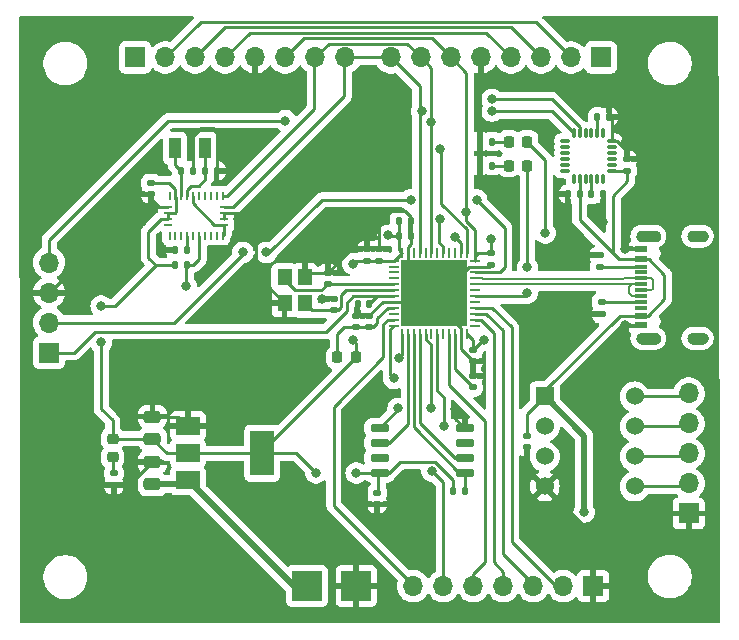
<source format=gbr>
%TF.GenerationSoftware,KiCad,Pcbnew,8.0.1*%
%TF.CreationDate,2024-07-28T14:25:14-07:00*%
%TF.ProjectId,RCS_Hardware,5243535f-4861-4726-9477-6172652e6b69,rev?*%
%TF.SameCoordinates,Original*%
%TF.FileFunction,Copper,L1,Top*%
%TF.FilePolarity,Positive*%
%FSLAX46Y46*%
G04 Gerber Fmt 4.6, Leading zero omitted, Abs format (unit mm)*
G04 Created by KiCad (PCBNEW 8.0.1) date 2024-07-28 14:25:14*
%MOMM*%
%LPD*%
G01*
G04 APERTURE LIST*
G04 Aperture macros list*
%AMRoundRect*
0 Rectangle with rounded corners*
0 $1 Rounding radius*
0 $2 $3 $4 $5 $6 $7 $8 $9 X,Y pos of 4 corners*
0 Add a 4 corners polygon primitive as box body*
4,1,4,$2,$3,$4,$5,$6,$7,$8,$9,$2,$3,0*
0 Add four circle primitives for the rounded corners*
1,1,$1+$1,$2,$3*
1,1,$1+$1,$4,$5*
1,1,$1+$1,$6,$7*
1,1,$1+$1,$8,$9*
0 Add four rect primitives between the rounded corners*
20,1,$1+$1,$2,$3,$4,$5,0*
20,1,$1+$1,$4,$5,$6,$7,0*
20,1,$1+$1,$6,$7,$8,$9,0*
20,1,$1+$1,$8,$9,$2,$3,0*%
G04 Aperture macros list end*
%TA.AperFunction,EtchedComponent*%
%ADD10C,0.010000*%
%TD*%
%TA.AperFunction,ComponentPad*%
%ADD11R,2.500000X2.500000*%
%TD*%
%TA.AperFunction,SMDPad,CuDef*%
%ADD12RoundRect,0.140000X0.170000X-0.140000X0.170000X0.140000X-0.170000X0.140000X-0.170000X-0.140000X0*%
%TD*%
%TA.AperFunction,SMDPad,CuDef*%
%ADD13RoundRect,0.140000X0.140000X0.170000X-0.140000X0.170000X-0.140000X-0.170000X0.140000X-0.170000X0*%
%TD*%
%TA.AperFunction,ComponentPad*%
%ADD14R,1.524000X1.524000*%
%TD*%
%TA.AperFunction,ComponentPad*%
%ADD15C,1.524000*%
%TD*%
%TA.AperFunction,SMDPad,CuDef*%
%ADD16RoundRect,0.218750X-0.218750X-0.256250X0.218750X-0.256250X0.218750X0.256250X-0.218750X0.256250X0*%
%TD*%
%TA.AperFunction,SMDPad,CuDef*%
%ADD17RoundRect,0.075000X-0.350000X-0.075000X0.350000X-0.075000X0.350000X0.075000X-0.350000X0.075000X0*%
%TD*%
%TA.AperFunction,SMDPad,CuDef*%
%ADD18RoundRect,0.075000X0.075000X-0.350000X0.075000X0.350000X-0.075000X0.350000X-0.075000X-0.350000X0*%
%TD*%
%TA.AperFunction,SMDPad,CuDef*%
%ADD19RoundRect,0.140000X-0.170000X0.140000X-0.170000X-0.140000X0.170000X-0.140000X0.170000X0.140000X0*%
%TD*%
%TA.AperFunction,ComponentPad*%
%ADD20C,0.900000*%
%TD*%
%TA.AperFunction,SMDPad,CuDef*%
%ADD21R,1.140000X0.300000*%
%TD*%
%TA.AperFunction,SMDPad,CuDef*%
%ADD22R,1.140000X0.600000*%
%TD*%
%TA.AperFunction,SMDPad,CuDef*%
%ADD23R,1.200000X1.400000*%
%TD*%
%TA.AperFunction,SMDPad,CuDef*%
%ADD24RoundRect,0.140000X-0.140000X-0.170000X0.140000X-0.170000X0.140000X0.170000X-0.140000X0.170000X0*%
%TD*%
%TA.AperFunction,ComponentPad*%
%ADD25R,1.700000X1.700000*%
%TD*%
%TA.AperFunction,ComponentPad*%
%ADD26O,1.700000X1.700000*%
%TD*%
%TA.AperFunction,SMDPad,CuDef*%
%ADD27RoundRect,0.135000X-0.185000X0.135000X-0.185000X-0.135000X0.185000X-0.135000X0.185000X0.135000X0*%
%TD*%
%TA.AperFunction,SMDPad,CuDef*%
%ADD28RoundRect,0.150000X0.650000X0.150000X-0.650000X0.150000X-0.650000X-0.150000X0.650000X-0.150000X0*%
%TD*%
%TA.AperFunction,SMDPad,CuDef*%
%ADD29RoundRect,0.135000X0.185000X-0.135000X0.185000X0.135000X-0.185000X0.135000X-0.185000X-0.135000X0*%
%TD*%
%TA.AperFunction,SMDPad,CuDef*%
%ADD30RoundRect,0.250000X0.475000X-0.250000X0.475000X0.250000X-0.475000X0.250000X-0.475000X-0.250000X0*%
%TD*%
%TA.AperFunction,SMDPad,CuDef*%
%ADD31RoundRect,0.135000X0.135000X0.185000X-0.135000X0.185000X-0.135000X-0.185000X0.135000X-0.185000X0*%
%TD*%
%TA.AperFunction,SMDPad,CuDef*%
%ADD32RoundRect,0.135000X-0.135000X-0.185000X0.135000X-0.185000X0.135000X0.185000X-0.135000X0.185000X0*%
%TD*%
%TA.AperFunction,SMDPad,CuDef*%
%ADD33RoundRect,0.062500X-0.375000X-0.062500X0.375000X-0.062500X0.375000X0.062500X-0.375000X0.062500X0*%
%TD*%
%TA.AperFunction,SMDPad,CuDef*%
%ADD34RoundRect,0.062500X-0.062500X-0.375000X0.062500X-0.375000X0.062500X0.375000X-0.062500X0.375000X0*%
%TD*%
%TA.AperFunction,SMDPad,CuDef*%
%ADD35R,5.600000X5.600000*%
%TD*%
%TA.AperFunction,SMDPad,CuDef*%
%ADD36R,1.000000X1.800000*%
%TD*%
%TA.AperFunction,SMDPad,CuDef*%
%ADD37R,2.000000X1.500000*%
%TD*%
%TA.AperFunction,SMDPad,CuDef*%
%ADD38R,2.000000X3.800000*%
%TD*%
%TA.AperFunction,SMDPad,CuDef*%
%ADD39RoundRect,0.218750X0.256250X-0.218750X0.256250X0.218750X-0.256250X0.218750X-0.256250X-0.218750X0*%
%TD*%
%TA.AperFunction,SMDPad,CuDef*%
%ADD40R,0.254000X0.675000*%
%TD*%
%TA.AperFunction,SMDPad,CuDef*%
%ADD41R,0.675000X0.254000*%
%TD*%
%TA.AperFunction,ViaPad*%
%ADD42C,0.800000*%
%TD*%
%TA.AperFunction,Conductor*%
%ADD43C,0.250000*%
%TD*%
%TA.AperFunction,Conductor*%
%ADD44C,0.500000*%
%TD*%
%TA.AperFunction,Conductor*%
%ADD45C,0.200000*%
%TD*%
G04 APERTURE END LIST*
D10*
%TO.C,J2*%
X159924000Y-93926000D02*
X159947000Y-93927000D01*
X159970000Y-93931000D01*
X159994000Y-93935000D01*
X160016000Y-93940000D01*
X160039000Y-93947000D01*
X160061000Y-93955000D01*
X160083000Y-93964000D01*
X160104000Y-93974000D01*
X160125000Y-93985000D01*
X160145000Y-93998000D01*
X160165000Y-94011000D01*
X160183000Y-94025000D01*
X160201000Y-94041000D01*
X160218000Y-94057000D01*
X160234000Y-94074000D01*
X160250000Y-94092000D01*
X160264000Y-94110000D01*
X160277000Y-94130000D01*
X160290000Y-94150000D01*
X160301000Y-94171000D01*
X160311000Y-94192000D01*
X160320000Y-94214000D01*
X160328000Y-94236000D01*
X160335000Y-94259000D01*
X160340000Y-94281000D01*
X160344000Y-94305000D01*
X160348000Y-94328000D01*
X160349000Y-94351000D01*
X160350000Y-94375000D01*
X160349000Y-94399000D01*
X160348000Y-94422000D01*
X160344000Y-94445000D01*
X160340000Y-94469000D01*
X160335000Y-94491000D01*
X160328000Y-94514000D01*
X160320000Y-94536000D01*
X160311000Y-94558000D01*
X160301000Y-94579000D01*
X160290000Y-94600000D01*
X160277000Y-94620000D01*
X160264000Y-94640000D01*
X160250000Y-94658000D01*
X160234000Y-94676000D01*
X160218000Y-94693000D01*
X160201000Y-94709000D01*
X160183000Y-94725000D01*
X160165000Y-94739000D01*
X160145000Y-94752000D01*
X160125000Y-94765000D01*
X160104000Y-94776000D01*
X160083000Y-94786000D01*
X160061000Y-94795000D01*
X160039000Y-94803000D01*
X160016000Y-94810000D01*
X159994000Y-94815000D01*
X159970000Y-94819000D01*
X159947000Y-94823000D01*
X159924000Y-94824000D01*
X159900000Y-94825000D01*
X159100000Y-94825000D01*
X159076000Y-94824000D01*
X159053000Y-94823000D01*
X159030000Y-94819000D01*
X159006000Y-94815000D01*
X158984000Y-94810000D01*
X158961000Y-94803000D01*
X158939000Y-94795000D01*
X158917000Y-94786000D01*
X158896000Y-94776000D01*
X158875000Y-94765000D01*
X158855000Y-94752000D01*
X158835000Y-94739000D01*
X158817000Y-94725000D01*
X158799000Y-94709000D01*
X158782000Y-94693000D01*
X158766000Y-94676000D01*
X158750000Y-94658000D01*
X158736000Y-94640000D01*
X158723000Y-94620000D01*
X158710000Y-94600000D01*
X158699000Y-94579000D01*
X158689000Y-94558000D01*
X158680000Y-94536000D01*
X158672000Y-94514000D01*
X158665000Y-94491000D01*
X158660000Y-94469000D01*
X158656000Y-94445000D01*
X158652000Y-94422000D01*
X158651000Y-94399000D01*
X158650000Y-94375000D01*
X158651000Y-94351000D01*
X158652000Y-94328000D01*
X158656000Y-94305000D01*
X158660000Y-94281000D01*
X158665000Y-94259000D01*
X158672000Y-94236000D01*
X158680000Y-94214000D01*
X158689000Y-94192000D01*
X158699000Y-94171000D01*
X158710000Y-94150000D01*
X158723000Y-94130000D01*
X158736000Y-94110000D01*
X158750000Y-94092000D01*
X158766000Y-94074000D01*
X158782000Y-94057000D01*
X158799000Y-94041000D01*
X158817000Y-94025000D01*
X158835000Y-94011000D01*
X158855000Y-93998000D01*
X158875000Y-93985000D01*
X158896000Y-93974000D01*
X158917000Y-93964000D01*
X158939000Y-93955000D01*
X158961000Y-93947000D01*
X158984000Y-93940000D01*
X159006000Y-93935000D01*
X159030000Y-93931000D01*
X159053000Y-93927000D01*
X159076000Y-93926000D01*
X159100000Y-93925000D01*
X159900000Y-93925000D01*
X159924000Y-93926000D01*
%TA.AperFunction,EtchedComponent*%
G36*
X159924000Y-93926000D02*
G01*
X159947000Y-93927000D01*
X159970000Y-93931000D01*
X159994000Y-93935000D01*
X160016000Y-93940000D01*
X160039000Y-93947000D01*
X160061000Y-93955000D01*
X160083000Y-93964000D01*
X160104000Y-93974000D01*
X160125000Y-93985000D01*
X160145000Y-93998000D01*
X160165000Y-94011000D01*
X160183000Y-94025000D01*
X160201000Y-94041000D01*
X160218000Y-94057000D01*
X160234000Y-94074000D01*
X160250000Y-94092000D01*
X160264000Y-94110000D01*
X160277000Y-94130000D01*
X160290000Y-94150000D01*
X160301000Y-94171000D01*
X160311000Y-94192000D01*
X160320000Y-94214000D01*
X160328000Y-94236000D01*
X160335000Y-94259000D01*
X160340000Y-94281000D01*
X160344000Y-94305000D01*
X160348000Y-94328000D01*
X160349000Y-94351000D01*
X160350000Y-94375000D01*
X160349000Y-94399000D01*
X160348000Y-94422000D01*
X160344000Y-94445000D01*
X160340000Y-94469000D01*
X160335000Y-94491000D01*
X160328000Y-94514000D01*
X160320000Y-94536000D01*
X160311000Y-94558000D01*
X160301000Y-94579000D01*
X160290000Y-94600000D01*
X160277000Y-94620000D01*
X160264000Y-94640000D01*
X160250000Y-94658000D01*
X160234000Y-94676000D01*
X160218000Y-94693000D01*
X160201000Y-94709000D01*
X160183000Y-94725000D01*
X160165000Y-94739000D01*
X160145000Y-94752000D01*
X160125000Y-94765000D01*
X160104000Y-94776000D01*
X160083000Y-94786000D01*
X160061000Y-94795000D01*
X160039000Y-94803000D01*
X160016000Y-94810000D01*
X159994000Y-94815000D01*
X159970000Y-94819000D01*
X159947000Y-94823000D01*
X159924000Y-94824000D01*
X159900000Y-94825000D01*
X159100000Y-94825000D01*
X159076000Y-94824000D01*
X159053000Y-94823000D01*
X159030000Y-94819000D01*
X159006000Y-94815000D01*
X158984000Y-94810000D01*
X158961000Y-94803000D01*
X158939000Y-94795000D01*
X158917000Y-94786000D01*
X158896000Y-94776000D01*
X158875000Y-94765000D01*
X158855000Y-94752000D01*
X158835000Y-94739000D01*
X158817000Y-94725000D01*
X158799000Y-94709000D01*
X158782000Y-94693000D01*
X158766000Y-94676000D01*
X158750000Y-94658000D01*
X158736000Y-94640000D01*
X158723000Y-94620000D01*
X158710000Y-94600000D01*
X158699000Y-94579000D01*
X158689000Y-94558000D01*
X158680000Y-94536000D01*
X158672000Y-94514000D01*
X158665000Y-94491000D01*
X158660000Y-94469000D01*
X158656000Y-94445000D01*
X158652000Y-94422000D01*
X158651000Y-94399000D01*
X158650000Y-94375000D01*
X158651000Y-94351000D01*
X158652000Y-94328000D01*
X158656000Y-94305000D01*
X158660000Y-94281000D01*
X158665000Y-94259000D01*
X158672000Y-94236000D01*
X158680000Y-94214000D01*
X158689000Y-94192000D01*
X158699000Y-94171000D01*
X158710000Y-94150000D01*
X158723000Y-94130000D01*
X158736000Y-94110000D01*
X158750000Y-94092000D01*
X158766000Y-94074000D01*
X158782000Y-94057000D01*
X158799000Y-94041000D01*
X158817000Y-94025000D01*
X158835000Y-94011000D01*
X158855000Y-93998000D01*
X158875000Y-93985000D01*
X158896000Y-93974000D01*
X158917000Y-93964000D01*
X158939000Y-93955000D01*
X158961000Y-93947000D01*
X158984000Y-93940000D01*
X159006000Y-93935000D01*
X159030000Y-93931000D01*
X159053000Y-93927000D01*
X159076000Y-93926000D01*
X159100000Y-93925000D01*
X159900000Y-93925000D01*
X159924000Y-93926000D01*
G37*
%TD.AperFunction*%
X155904000Y-93926000D02*
X155927000Y-93927000D01*
X155950000Y-93931000D01*
X155974000Y-93935000D01*
X155996000Y-93940000D01*
X156019000Y-93947000D01*
X156041000Y-93955000D01*
X156063000Y-93964000D01*
X156084000Y-93974000D01*
X156105000Y-93985000D01*
X156125000Y-93998000D01*
X156145000Y-94011000D01*
X156163000Y-94025000D01*
X156181000Y-94041000D01*
X156198000Y-94057000D01*
X156214000Y-94074000D01*
X156230000Y-94092000D01*
X156244000Y-94110000D01*
X156257000Y-94130000D01*
X156270000Y-94150000D01*
X156281000Y-94171000D01*
X156291000Y-94192000D01*
X156300000Y-94214000D01*
X156308000Y-94236000D01*
X156315000Y-94259000D01*
X156320000Y-94281000D01*
X156324000Y-94305000D01*
X156328000Y-94328000D01*
X156329000Y-94351000D01*
X156330000Y-94375000D01*
X156329000Y-94399000D01*
X156328000Y-94422000D01*
X156324000Y-94445000D01*
X156320000Y-94469000D01*
X156315000Y-94491000D01*
X156308000Y-94514000D01*
X156300000Y-94536000D01*
X156291000Y-94558000D01*
X156281000Y-94579000D01*
X156270000Y-94600000D01*
X156257000Y-94620000D01*
X156244000Y-94640000D01*
X156230000Y-94658000D01*
X156214000Y-94676000D01*
X156198000Y-94693000D01*
X156181000Y-94709000D01*
X156163000Y-94725000D01*
X156145000Y-94739000D01*
X156125000Y-94752000D01*
X156105000Y-94765000D01*
X156084000Y-94776000D01*
X156063000Y-94786000D01*
X156041000Y-94795000D01*
X156019000Y-94803000D01*
X155996000Y-94810000D01*
X155974000Y-94815000D01*
X155950000Y-94819000D01*
X155927000Y-94823000D01*
X155904000Y-94824000D01*
X155880000Y-94825000D01*
X154780000Y-94825000D01*
X154756000Y-94824000D01*
X154733000Y-94823000D01*
X154710000Y-94819000D01*
X154686000Y-94815000D01*
X154664000Y-94810000D01*
X154641000Y-94803000D01*
X154619000Y-94795000D01*
X154597000Y-94786000D01*
X154576000Y-94776000D01*
X154555000Y-94765000D01*
X154535000Y-94752000D01*
X154515000Y-94739000D01*
X154497000Y-94725000D01*
X154479000Y-94709000D01*
X154462000Y-94693000D01*
X154446000Y-94676000D01*
X154430000Y-94658000D01*
X154416000Y-94640000D01*
X154403000Y-94620000D01*
X154390000Y-94600000D01*
X154379000Y-94579000D01*
X154369000Y-94558000D01*
X154360000Y-94536000D01*
X154352000Y-94514000D01*
X154345000Y-94491000D01*
X154340000Y-94469000D01*
X154336000Y-94445000D01*
X154332000Y-94422000D01*
X154331000Y-94399000D01*
X154330000Y-94375000D01*
X154331000Y-94351000D01*
X154332000Y-94328000D01*
X154336000Y-94305000D01*
X154340000Y-94281000D01*
X154345000Y-94259000D01*
X154352000Y-94236000D01*
X154360000Y-94214000D01*
X154369000Y-94192000D01*
X154379000Y-94171000D01*
X154390000Y-94150000D01*
X154403000Y-94130000D01*
X154416000Y-94110000D01*
X154430000Y-94092000D01*
X154446000Y-94074000D01*
X154462000Y-94057000D01*
X154479000Y-94041000D01*
X154497000Y-94025000D01*
X154515000Y-94011000D01*
X154535000Y-93998000D01*
X154555000Y-93985000D01*
X154576000Y-93974000D01*
X154597000Y-93964000D01*
X154619000Y-93955000D01*
X154641000Y-93947000D01*
X154664000Y-93940000D01*
X154686000Y-93935000D01*
X154710000Y-93931000D01*
X154733000Y-93927000D01*
X154756000Y-93926000D01*
X154780000Y-93925000D01*
X155880000Y-93925000D01*
X155904000Y-93926000D01*
%TA.AperFunction,EtchedComponent*%
G36*
X155904000Y-93926000D02*
G01*
X155927000Y-93927000D01*
X155950000Y-93931000D01*
X155974000Y-93935000D01*
X155996000Y-93940000D01*
X156019000Y-93947000D01*
X156041000Y-93955000D01*
X156063000Y-93964000D01*
X156084000Y-93974000D01*
X156105000Y-93985000D01*
X156125000Y-93998000D01*
X156145000Y-94011000D01*
X156163000Y-94025000D01*
X156181000Y-94041000D01*
X156198000Y-94057000D01*
X156214000Y-94074000D01*
X156230000Y-94092000D01*
X156244000Y-94110000D01*
X156257000Y-94130000D01*
X156270000Y-94150000D01*
X156281000Y-94171000D01*
X156291000Y-94192000D01*
X156300000Y-94214000D01*
X156308000Y-94236000D01*
X156315000Y-94259000D01*
X156320000Y-94281000D01*
X156324000Y-94305000D01*
X156328000Y-94328000D01*
X156329000Y-94351000D01*
X156330000Y-94375000D01*
X156329000Y-94399000D01*
X156328000Y-94422000D01*
X156324000Y-94445000D01*
X156320000Y-94469000D01*
X156315000Y-94491000D01*
X156308000Y-94514000D01*
X156300000Y-94536000D01*
X156291000Y-94558000D01*
X156281000Y-94579000D01*
X156270000Y-94600000D01*
X156257000Y-94620000D01*
X156244000Y-94640000D01*
X156230000Y-94658000D01*
X156214000Y-94676000D01*
X156198000Y-94693000D01*
X156181000Y-94709000D01*
X156163000Y-94725000D01*
X156145000Y-94739000D01*
X156125000Y-94752000D01*
X156105000Y-94765000D01*
X156084000Y-94776000D01*
X156063000Y-94786000D01*
X156041000Y-94795000D01*
X156019000Y-94803000D01*
X155996000Y-94810000D01*
X155974000Y-94815000D01*
X155950000Y-94819000D01*
X155927000Y-94823000D01*
X155904000Y-94824000D01*
X155880000Y-94825000D01*
X154780000Y-94825000D01*
X154756000Y-94824000D01*
X154733000Y-94823000D01*
X154710000Y-94819000D01*
X154686000Y-94815000D01*
X154664000Y-94810000D01*
X154641000Y-94803000D01*
X154619000Y-94795000D01*
X154597000Y-94786000D01*
X154576000Y-94776000D01*
X154555000Y-94765000D01*
X154535000Y-94752000D01*
X154515000Y-94739000D01*
X154497000Y-94725000D01*
X154479000Y-94709000D01*
X154462000Y-94693000D01*
X154446000Y-94676000D01*
X154430000Y-94658000D01*
X154416000Y-94640000D01*
X154403000Y-94620000D01*
X154390000Y-94600000D01*
X154379000Y-94579000D01*
X154369000Y-94558000D01*
X154360000Y-94536000D01*
X154352000Y-94514000D01*
X154345000Y-94491000D01*
X154340000Y-94469000D01*
X154336000Y-94445000D01*
X154332000Y-94422000D01*
X154331000Y-94399000D01*
X154330000Y-94375000D01*
X154331000Y-94351000D01*
X154332000Y-94328000D01*
X154336000Y-94305000D01*
X154340000Y-94281000D01*
X154345000Y-94259000D01*
X154352000Y-94236000D01*
X154360000Y-94214000D01*
X154369000Y-94192000D01*
X154379000Y-94171000D01*
X154390000Y-94150000D01*
X154403000Y-94130000D01*
X154416000Y-94110000D01*
X154430000Y-94092000D01*
X154446000Y-94074000D01*
X154462000Y-94057000D01*
X154479000Y-94041000D01*
X154497000Y-94025000D01*
X154515000Y-94011000D01*
X154535000Y-93998000D01*
X154555000Y-93985000D01*
X154576000Y-93974000D01*
X154597000Y-93964000D01*
X154619000Y-93955000D01*
X154641000Y-93947000D01*
X154664000Y-93940000D01*
X154686000Y-93935000D01*
X154710000Y-93931000D01*
X154733000Y-93927000D01*
X154756000Y-93926000D01*
X154780000Y-93925000D01*
X155880000Y-93925000D01*
X155904000Y-93926000D01*
G37*
%TD.AperFunction*%
X159924000Y-102576000D02*
X159947000Y-102577000D01*
X159970000Y-102581000D01*
X159994000Y-102585000D01*
X160016000Y-102590000D01*
X160039000Y-102597000D01*
X160061000Y-102605000D01*
X160083000Y-102614000D01*
X160104000Y-102624000D01*
X160125000Y-102635000D01*
X160145000Y-102648000D01*
X160165000Y-102661000D01*
X160183000Y-102675000D01*
X160201000Y-102691000D01*
X160218000Y-102707000D01*
X160234000Y-102724000D01*
X160250000Y-102742000D01*
X160264000Y-102760000D01*
X160277000Y-102780000D01*
X160290000Y-102800000D01*
X160301000Y-102821000D01*
X160311000Y-102842000D01*
X160320000Y-102864000D01*
X160328000Y-102886000D01*
X160335000Y-102909000D01*
X160340000Y-102931000D01*
X160344000Y-102955000D01*
X160348000Y-102978000D01*
X160349000Y-103001000D01*
X160350000Y-103025000D01*
X160349000Y-103049000D01*
X160348000Y-103072000D01*
X160344000Y-103095000D01*
X160340000Y-103119000D01*
X160335000Y-103141000D01*
X160328000Y-103164000D01*
X160320000Y-103186000D01*
X160311000Y-103208000D01*
X160301000Y-103229000D01*
X160290000Y-103250000D01*
X160277000Y-103270000D01*
X160264000Y-103290000D01*
X160250000Y-103308000D01*
X160234000Y-103326000D01*
X160218000Y-103343000D01*
X160201000Y-103359000D01*
X160183000Y-103375000D01*
X160165000Y-103389000D01*
X160145000Y-103402000D01*
X160125000Y-103415000D01*
X160104000Y-103426000D01*
X160083000Y-103436000D01*
X160061000Y-103445000D01*
X160039000Y-103453000D01*
X160016000Y-103460000D01*
X159994000Y-103465000D01*
X159970000Y-103469000D01*
X159947000Y-103473000D01*
X159924000Y-103474000D01*
X159900000Y-103475000D01*
X159100000Y-103475000D01*
X159076000Y-103474000D01*
X159053000Y-103473000D01*
X159030000Y-103469000D01*
X159006000Y-103465000D01*
X158984000Y-103460000D01*
X158961000Y-103453000D01*
X158939000Y-103445000D01*
X158917000Y-103436000D01*
X158896000Y-103426000D01*
X158875000Y-103415000D01*
X158855000Y-103402000D01*
X158835000Y-103389000D01*
X158817000Y-103375000D01*
X158799000Y-103359000D01*
X158782000Y-103343000D01*
X158766000Y-103326000D01*
X158750000Y-103308000D01*
X158736000Y-103290000D01*
X158723000Y-103270000D01*
X158710000Y-103250000D01*
X158699000Y-103229000D01*
X158689000Y-103208000D01*
X158680000Y-103186000D01*
X158672000Y-103164000D01*
X158665000Y-103141000D01*
X158660000Y-103119000D01*
X158656000Y-103095000D01*
X158652000Y-103072000D01*
X158651000Y-103049000D01*
X158650000Y-103025000D01*
X158651000Y-103001000D01*
X158652000Y-102978000D01*
X158656000Y-102955000D01*
X158660000Y-102931000D01*
X158665000Y-102909000D01*
X158672000Y-102886000D01*
X158680000Y-102864000D01*
X158689000Y-102842000D01*
X158699000Y-102821000D01*
X158710000Y-102800000D01*
X158723000Y-102780000D01*
X158736000Y-102760000D01*
X158750000Y-102742000D01*
X158766000Y-102724000D01*
X158782000Y-102707000D01*
X158799000Y-102691000D01*
X158817000Y-102675000D01*
X158835000Y-102661000D01*
X158855000Y-102648000D01*
X158875000Y-102635000D01*
X158896000Y-102624000D01*
X158917000Y-102614000D01*
X158939000Y-102605000D01*
X158961000Y-102597000D01*
X158984000Y-102590000D01*
X159006000Y-102585000D01*
X159030000Y-102581000D01*
X159053000Y-102577000D01*
X159076000Y-102576000D01*
X159100000Y-102575000D01*
X159900000Y-102575000D01*
X159924000Y-102576000D01*
%TA.AperFunction,EtchedComponent*%
G36*
X159924000Y-102576000D02*
G01*
X159947000Y-102577000D01*
X159970000Y-102581000D01*
X159994000Y-102585000D01*
X160016000Y-102590000D01*
X160039000Y-102597000D01*
X160061000Y-102605000D01*
X160083000Y-102614000D01*
X160104000Y-102624000D01*
X160125000Y-102635000D01*
X160145000Y-102648000D01*
X160165000Y-102661000D01*
X160183000Y-102675000D01*
X160201000Y-102691000D01*
X160218000Y-102707000D01*
X160234000Y-102724000D01*
X160250000Y-102742000D01*
X160264000Y-102760000D01*
X160277000Y-102780000D01*
X160290000Y-102800000D01*
X160301000Y-102821000D01*
X160311000Y-102842000D01*
X160320000Y-102864000D01*
X160328000Y-102886000D01*
X160335000Y-102909000D01*
X160340000Y-102931000D01*
X160344000Y-102955000D01*
X160348000Y-102978000D01*
X160349000Y-103001000D01*
X160350000Y-103025000D01*
X160349000Y-103049000D01*
X160348000Y-103072000D01*
X160344000Y-103095000D01*
X160340000Y-103119000D01*
X160335000Y-103141000D01*
X160328000Y-103164000D01*
X160320000Y-103186000D01*
X160311000Y-103208000D01*
X160301000Y-103229000D01*
X160290000Y-103250000D01*
X160277000Y-103270000D01*
X160264000Y-103290000D01*
X160250000Y-103308000D01*
X160234000Y-103326000D01*
X160218000Y-103343000D01*
X160201000Y-103359000D01*
X160183000Y-103375000D01*
X160165000Y-103389000D01*
X160145000Y-103402000D01*
X160125000Y-103415000D01*
X160104000Y-103426000D01*
X160083000Y-103436000D01*
X160061000Y-103445000D01*
X160039000Y-103453000D01*
X160016000Y-103460000D01*
X159994000Y-103465000D01*
X159970000Y-103469000D01*
X159947000Y-103473000D01*
X159924000Y-103474000D01*
X159900000Y-103475000D01*
X159100000Y-103475000D01*
X159076000Y-103474000D01*
X159053000Y-103473000D01*
X159030000Y-103469000D01*
X159006000Y-103465000D01*
X158984000Y-103460000D01*
X158961000Y-103453000D01*
X158939000Y-103445000D01*
X158917000Y-103436000D01*
X158896000Y-103426000D01*
X158875000Y-103415000D01*
X158855000Y-103402000D01*
X158835000Y-103389000D01*
X158817000Y-103375000D01*
X158799000Y-103359000D01*
X158782000Y-103343000D01*
X158766000Y-103326000D01*
X158750000Y-103308000D01*
X158736000Y-103290000D01*
X158723000Y-103270000D01*
X158710000Y-103250000D01*
X158699000Y-103229000D01*
X158689000Y-103208000D01*
X158680000Y-103186000D01*
X158672000Y-103164000D01*
X158665000Y-103141000D01*
X158660000Y-103119000D01*
X158656000Y-103095000D01*
X158652000Y-103072000D01*
X158651000Y-103049000D01*
X158650000Y-103025000D01*
X158651000Y-103001000D01*
X158652000Y-102978000D01*
X158656000Y-102955000D01*
X158660000Y-102931000D01*
X158665000Y-102909000D01*
X158672000Y-102886000D01*
X158680000Y-102864000D01*
X158689000Y-102842000D01*
X158699000Y-102821000D01*
X158710000Y-102800000D01*
X158723000Y-102780000D01*
X158736000Y-102760000D01*
X158750000Y-102742000D01*
X158766000Y-102724000D01*
X158782000Y-102707000D01*
X158799000Y-102691000D01*
X158817000Y-102675000D01*
X158835000Y-102661000D01*
X158855000Y-102648000D01*
X158875000Y-102635000D01*
X158896000Y-102624000D01*
X158917000Y-102614000D01*
X158939000Y-102605000D01*
X158961000Y-102597000D01*
X158984000Y-102590000D01*
X159006000Y-102585000D01*
X159030000Y-102581000D01*
X159053000Y-102577000D01*
X159076000Y-102576000D01*
X159100000Y-102575000D01*
X159900000Y-102575000D01*
X159924000Y-102576000D01*
G37*
%TD.AperFunction*%
X155904000Y-102576000D02*
X155927000Y-102577000D01*
X155950000Y-102581000D01*
X155974000Y-102585000D01*
X155996000Y-102590000D01*
X156019000Y-102597000D01*
X156041000Y-102605000D01*
X156063000Y-102614000D01*
X156084000Y-102624000D01*
X156105000Y-102635000D01*
X156125000Y-102648000D01*
X156145000Y-102661000D01*
X156163000Y-102675000D01*
X156181000Y-102691000D01*
X156198000Y-102707000D01*
X156214000Y-102724000D01*
X156230000Y-102742000D01*
X156244000Y-102760000D01*
X156257000Y-102780000D01*
X156270000Y-102800000D01*
X156281000Y-102821000D01*
X156291000Y-102842000D01*
X156300000Y-102864000D01*
X156308000Y-102886000D01*
X156315000Y-102909000D01*
X156320000Y-102931000D01*
X156324000Y-102955000D01*
X156328000Y-102978000D01*
X156329000Y-103001000D01*
X156330000Y-103025000D01*
X156329000Y-103049000D01*
X156328000Y-103072000D01*
X156324000Y-103095000D01*
X156320000Y-103119000D01*
X156315000Y-103141000D01*
X156308000Y-103164000D01*
X156300000Y-103186000D01*
X156291000Y-103208000D01*
X156281000Y-103229000D01*
X156270000Y-103250000D01*
X156257000Y-103270000D01*
X156244000Y-103290000D01*
X156230000Y-103308000D01*
X156214000Y-103326000D01*
X156198000Y-103343000D01*
X156181000Y-103359000D01*
X156163000Y-103375000D01*
X156145000Y-103389000D01*
X156125000Y-103402000D01*
X156105000Y-103415000D01*
X156084000Y-103426000D01*
X156063000Y-103436000D01*
X156041000Y-103445000D01*
X156019000Y-103453000D01*
X155996000Y-103460000D01*
X155974000Y-103465000D01*
X155950000Y-103469000D01*
X155927000Y-103473000D01*
X155904000Y-103474000D01*
X155880000Y-103475000D01*
X154780000Y-103475000D01*
X154756000Y-103474000D01*
X154733000Y-103473000D01*
X154710000Y-103469000D01*
X154686000Y-103465000D01*
X154664000Y-103460000D01*
X154641000Y-103453000D01*
X154619000Y-103445000D01*
X154597000Y-103436000D01*
X154576000Y-103426000D01*
X154555000Y-103415000D01*
X154535000Y-103402000D01*
X154515000Y-103389000D01*
X154497000Y-103375000D01*
X154479000Y-103359000D01*
X154462000Y-103343000D01*
X154446000Y-103326000D01*
X154430000Y-103308000D01*
X154416000Y-103290000D01*
X154403000Y-103270000D01*
X154390000Y-103250000D01*
X154379000Y-103229000D01*
X154369000Y-103208000D01*
X154360000Y-103186000D01*
X154352000Y-103164000D01*
X154345000Y-103141000D01*
X154340000Y-103119000D01*
X154336000Y-103095000D01*
X154332000Y-103072000D01*
X154331000Y-103049000D01*
X154330000Y-103025000D01*
X154331000Y-103001000D01*
X154332000Y-102978000D01*
X154336000Y-102955000D01*
X154340000Y-102931000D01*
X154345000Y-102909000D01*
X154352000Y-102886000D01*
X154360000Y-102864000D01*
X154369000Y-102842000D01*
X154379000Y-102821000D01*
X154390000Y-102800000D01*
X154403000Y-102780000D01*
X154416000Y-102760000D01*
X154430000Y-102742000D01*
X154446000Y-102724000D01*
X154462000Y-102707000D01*
X154479000Y-102691000D01*
X154497000Y-102675000D01*
X154515000Y-102661000D01*
X154535000Y-102648000D01*
X154555000Y-102635000D01*
X154576000Y-102624000D01*
X154597000Y-102614000D01*
X154619000Y-102605000D01*
X154641000Y-102597000D01*
X154664000Y-102590000D01*
X154686000Y-102585000D01*
X154710000Y-102581000D01*
X154733000Y-102577000D01*
X154756000Y-102576000D01*
X154780000Y-102575000D01*
X155880000Y-102575000D01*
X155904000Y-102576000D01*
%TA.AperFunction,EtchedComponent*%
G36*
X155904000Y-102576000D02*
G01*
X155927000Y-102577000D01*
X155950000Y-102581000D01*
X155974000Y-102585000D01*
X155996000Y-102590000D01*
X156019000Y-102597000D01*
X156041000Y-102605000D01*
X156063000Y-102614000D01*
X156084000Y-102624000D01*
X156105000Y-102635000D01*
X156125000Y-102648000D01*
X156145000Y-102661000D01*
X156163000Y-102675000D01*
X156181000Y-102691000D01*
X156198000Y-102707000D01*
X156214000Y-102724000D01*
X156230000Y-102742000D01*
X156244000Y-102760000D01*
X156257000Y-102780000D01*
X156270000Y-102800000D01*
X156281000Y-102821000D01*
X156291000Y-102842000D01*
X156300000Y-102864000D01*
X156308000Y-102886000D01*
X156315000Y-102909000D01*
X156320000Y-102931000D01*
X156324000Y-102955000D01*
X156328000Y-102978000D01*
X156329000Y-103001000D01*
X156330000Y-103025000D01*
X156329000Y-103049000D01*
X156328000Y-103072000D01*
X156324000Y-103095000D01*
X156320000Y-103119000D01*
X156315000Y-103141000D01*
X156308000Y-103164000D01*
X156300000Y-103186000D01*
X156291000Y-103208000D01*
X156281000Y-103229000D01*
X156270000Y-103250000D01*
X156257000Y-103270000D01*
X156244000Y-103290000D01*
X156230000Y-103308000D01*
X156214000Y-103326000D01*
X156198000Y-103343000D01*
X156181000Y-103359000D01*
X156163000Y-103375000D01*
X156145000Y-103389000D01*
X156125000Y-103402000D01*
X156105000Y-103415000D01*
X156084000Y-103426000D01*
X156063000Y-103436000D01*
X156041000Y-103445000D01*
X156019000Y-103453000D01*
X155996000Y-103460000D01*
X155974000Y-103465000D01*
X155950000Y-103469000D01*
X155927000Y-103473000D01*
X155904000Y-103474000D01*
X155880000Y-103475000D01*
X154780000Y-103475000D01*
X154756000Y-103474000D01*
X154733000Y-103473000D01*
X154710000Y-103469000D01*
X154686000Y-103465000D01*
X154664000Y-103460000D01*
X154641000Y-103453000D01*
X154619000Y-103445000D01*
X154597000Y-103436000D01*
X154576000Y-103426000D01*
X154555000Y-103415000D01*
X154535000Y-103402000D01*
X154515000Y-103389000D01*
X154497000Y-103375000D01*
X154479000Y-103359000D01*
X154462000Y-103343000D01*
X154446000Y-103326000D01*
X154430000Y-103308000D01*
X154416000Y-103290000D01*
X154403000Y-103270000D01*
X154390000Y-103250000D01*
X154379000Y-103229000D01*
X154369000Y-103208000D01*
X154360000Y-103186000D01*
X154352000Y-103164000D01*
X154345000Y-103141000D01*
X154340000Y-103119000D01*
X154336000Y-103095000D01*
X154332000Y-103072000D01*
X154331000Y-103049000D01*
X154330000Y-103025000D01*
X154331000Y-103001000D01*
X154332000Y-102978000D01*
X154336000Y-102955000D01*
X154340000Y-102931000D01*
X154345000Y-102909000D01*
X154352000Y-102886000D01*
X154360000Y-102864000D01*
X154369000Y-102842000D01*
X154379000Y-102821000D01*
X154390000Y-102800000D01*
X154403000Y-102780000D01*
X154416000Y-102760000D01*
X154430000Y-102742000D01*
X154446000Y-102724000D01*
X154462000Y-102707000D01*
X154479000Y-102691000D01*
X154497000Y-102675000D01*
X154515000Y-102661000D01*
X154535000Y-102648000D01*
X154555000Y-102635000D01*
X154576000Y-102624000D01*
X154597000Y-102614000D01*
X154619000Y-102605000D01*
X154641000Y-102597000D01*
X154664000Y-102590000D01*
X154686000Y-102585000D01*
X154710000Y-102581000D01*
X154733000Y-102577000D01*
X154756000Y-102576000D01*
X154780000Y-102575000D01*
X155880000Y-102575000D01*
X155904000Y-102576000D01*
G37*
%TD.AperFunction*%
%TD*%
D11*
%TO.P,Power,1,Pin_1*%
%TO.N,GND*%
X130600000Y-124000000D03*
%TD*%
D12*
%TO.P,C3,1*%
%TO.N,/OSC_OUT*%
X128700000Y-100660000D03*
%TO.P,C3,2*%
%TO.N,GND*%
X128700000Y-99700000D03*
%TD*%
D13*
%TO.P,C24,1*%
%TO.N,VBUS*%
X149514600Y-90844200D03*
%TO.P,C24,2*%
%TO.N,GND*%
X148554600Y-90844200D03*
%TD*%
%TO.P,C16,1*%
%TO.N,Net-(U4-CAP)*%
X116233200Y-95568700D03*
%TO.P,C16,2*%
%TO.N,GND*%
X115273200Y-95568700D03*
%TD*%
D14*
%TO.P,LTC,1,VCC*%
%TO.N,VBUS*%
X146558000Y-107950000D03*
D15*
%TO.P,LTC,2,R*%
%TO.N,/RX*%
X146558000Y-110490000D03*
%TO.P,LTC,3,D*%
%TO.N,/TX*%
X146558000Y-113030000D03*
%TO.P,LTC,4,GND*%
%TO.N,GND*%
X146558000Y-115570000D03*
%TO.P,LTC,5,Y*%
%TO.N,Net-(J8-Pin_2)*%
X154178000Y-115570000D03*
%TO.P,LTC,6,Z*%
%TO.N,Net-(J8-Pin_3)*%
X154178000Y-113030000D03*
%TO.P,LTC,7,B*%
%TO.N,Net-(J8-Pin_4)*%
X154178000Y-110490000D03*
%TO.P,LTC,8,A*%
%TO.N,Net-(J8-Pin_5)*%
X154178000Y-107950000D03*
%TD*%
D11*
%TO.P,J4,1,Pin_1*%
%TO.N,VBUS*%
X126444000Y-124000000D03*
%TD*%
D16*
%TO.P,D3,1,K*%
%TO.N,Net-(D3-K)*%
X143500000Y-88400000D03*
%TO.P,D3,2,A*%
%TO.N,/LED_B*%
X145075000Y-88400000D03*
%TD*%
D17*
%TO.P,U6,1,CLKIN*%
%TO.N,/CLKIN*%
X148316400Y-86329200D03*
%TO.P,U6,2,NC*%
%TO.N,unconnected-(U6-NC-Pad2)*%
X148316400Y-86829200D03*
%TO.P,U6,3,NC*%
%TO.N,unconnected-(U6-NC-Pad3)*%
X148316400Y-87329200D03*
%TO.P,U6,4,NC*%
%TO.N,unconnected-(U6-NC-Pad4)*%
X148316400Y-87829200D03*
%TO.P,U6,5,NC*%
%TO.N,unconnected-(U6-NC-Pad5)*%
X148316400Y-88329200D03*
%TO.P,U6,6,AUX_DA*%
%TO.N,/AUX_DA*%
X148316400Y-88829200D03*
D18*
%TO.P,U6,7,AUX_CL*%
%TO.N,/AUX_CL*%
X149016400Y-89529200D03*
%TO.P,U6,8,VLOGIC*%
%TO.N,VBUS*%
X149516400Y-89529200D03*
%TO.P,U6,9,AD0*%
%TO.N,unconnected-(U6-AD0-Pad9)*%
X150016400Y-89529200D03*
%TO.P,U6,10,REGOUT*%
%TO.N,Net-(U6-REGOUT)*%
X150516400Y-89529200D03*
%TO.P,U6,11,FSYNC*%
%TO.N,/FSYNC*%
X151016400Y-89529200D03*
%TO.P,U6,12,INT*%
%TO.N,/INT*%
X151516400Y-89529200D03*
D17*
%TO.P,U6,13,VDD*%
%TO.N,VBUS*%
X152216400Y-88829200D03*
%TO.P,U6,14,NC*%
%TO.N,unconnected-(U6-NC-Pad14)*%
X152216400Y-88329200D03*
%TO.P,U6,15,NC*%
%TO.N,unconnected-(U6-NC-Pad15)*%
X152216400Y-87829200D03*
%TO.P,U6,16,NC*%
%TO.N,unconnected-(U6-NC-Pad16)*%
X152216400Y-87329200D03*
%TO.P,U6,17,NC*%
%TO.N,unconnected-(U6-NC-Pad17)*%
X152216400Y-86829200D03*
%TO.P,U6,18,GND*%
%TO.N,GND*%
X152216400Y-86329200D03*
D18*
%TO.P,U6,19,RESV*%
%TO.N,unconnected-(U6-RESV-Pad19)*%
X151516400Y-85629200D03*
%TO.P,U6,20,CPOUT*%
%TO.N,Net-(U6-CPOUT)*%
X151016400Y-85629200D03*
%TO.P,U6,21,RESV*%
%TO.N,unconnected-(U6-RESV-Pad21)*%
X150516400Y-85629200D03*
%TO.P,U6,22,RESV*%
%TO.N,unconnected-(U6-RESV-Pad22)*%
X150016400Y-85629200D03*
%TO.P,U6,23,SCL*%
%TO.N,/SCL*%
X149516400Y-85629200D03*
%TO.P,U6,24,SDA*%
%TO.N,/SDA*%
X149016400Y-85629200D03*
%TD*%
D19*
%TO.P,C15,1*%
%TO.N,+3.3V*%
X113213200Y-89881700D03*
%TO.P,C15,2*%
%TO.N,GND*%
X113213200Y-90841700D03*
%TD*%
%TO.P,C7,1*%
%TO.N,+3.3V*%
X142000000Y-95820000D03*
%TO.P,C7,2*%
%TO.N,GND*%
X142000000Y-96780000D03*
%TD*%
D20*
%TO.P,J2,S4,SHIELD*%
%TO.N,GND*%
X159500000Y-94375000D03*
%TO.P,J2,S3,SHIELD*%
X159500000Y-103025000D03*
%TO.P,J2,S2,SHIELD*%
X155330000Y-94375000D03*
%TO.P,J2,S1,SHIELD*%
X155330000Y-103025000D03*
D21*
%TO.P,J2,B8,SBU2*%
%TO.N,unconnected-(J2-SBU2-PadB8)*%
X154750000Y-100450000D03*
%TO.P,J2,B7,DN2*%
%TO.N,/USB_D-*%
X154750000Y-99450000D03*
%TO.P,J2,B6,DP2*%
%TO.N,/USB_D+*%
X154750000Y-97950000D03*
%TO.P,J2,B5,CC2*%
%TO.N,Net-(J2-CC2)*%
X154750000Y-96950000D03*
D22*
%TO.P,J2,B4/A9,VBUS*%
%TO.N,VBUS*%
X154750000Y-96300000D03*
%TO.P,J2,B1/A12,GND*%
%TO.N,GND*%
X154750000Y-95500000D03*
D21*
%TO.P,J2,A8,SBU1*%
%TO.N,unconnected-(J2-SBU1-PadA8)*%
X154750000Y-97450000D03*
%TO.P,J2,A7,DN1*%
%TO.N,/USB_D-*%
X154750000Y-98450000D03*
%TO.P,J2,A6,DP1*%
%TO.N,/USB_D+*%
X154750000Y-98950000D03*
%TO.P,J2,A5,CC1*%
%TO.N,Net-(J2-CC1)*%
X154750000Y-99950000D03*
D22*
%TO.P,J2,A4/B9,VBUS*%
%TO.N,VBUS*%
X154750000Y-101100000D03*
%TO.P,J2,A1/B12,GND*%
%TO.N,GND*%
X154750000Y-101900000D03*
%TD*%
D23*
%TO.P,Y1,1,1*%
%TO.N,/OSC_IN*%
X124532800Y-97858800D03*
%TO.P,Y1,2,2*%
%TO.N,GND*%
X124532800Y-100058800D03*
%TO.P,Y1,3,3*%
%TO.N,/OSC_OUT*%
X126232800Y-100058800D03*
%TO.P,Y1,4,4*%
%TO.N,GND*%
X126232800Y-97858800D03*
%TD*%
D24*
%TO.P,C18,1*%
%TO.N,Net-(U4-XIN32)*%
X115781200Y-88837700D03*
%TO.P,C18,2*%
%TO.N,GND*%
X116741200Y-88837700D03*
%TD*%
D25*
%TO.P,Flash,1,Pin_1*%
%TO.N,/NRST*%
X104600000Y-104240000D03*
D26*
%TO.P,Flash,2,Pin_2*%
%TO.N,/SWDIO*%
X104600000Y-101700000D03*
%TO.P,Flash,3,Pin_3*%
%TO.N,GND*%
X104600000Y-99160000D03*
%TO.P,Flash,4,Pin_4*%
%TO.N,/SWCLK*%
X104600000Y-96620000D03*
%TD*%
D27*
%TO.P,R2,1*%
%TO.N,GND*%
X151200000Y-96000000D03*
%TO.P,R2,2*%
%TO.N,Net-(J2-CC2)*%
X151200000Y-97020000D03*
%TD*%
D19*
%TO.P,C23,1*%
%TO.N,VBUS*%
X145034000Y-111280000D03*
%TO.P,C23,2*%
%TO.N,GND*%
X145034000Y-112240000D03*
%TD*%
D28*
%TO.P,U5,1,~{CS}*%
%TO.N,/SCLK*%
X139788000Y-114427000D03*
%TO.P,U5,2,DO(IO1)*%
%TO.N,/MISO*%
X139788000Y-113157000D03*
%TO.P,U5,3,IO2*%
%TO.N,unconnected-(U5-IO2-Pad3)*%
X139788000Y-111887000D03*
%TO.P,U5,4,GND*%
%TO.N,GND*%
X139788000Y-110617000D03*
%TO.P,U5,5,DI(IO0)*%
%TO.N,/MOSI*%
X132588000Y-110617000D03*
%TO.P,U5,6,CLK*%
%TO.N,/CS_FLASH*%
X132588000Y-111887000D03*
%TO.P,U5,7,IO3*%
%TO.N,unconnected-(U5-IO3-Pad7)*%
X132588000Y-113157000D03*
%TO.P,U5,8,VCC*%
%TO.N,+3.3V*%
X132588000Y-114427000D03*
%TD*%
D24*
%TO.P,C8,1*%
%TO.N,+3.3V*%
X134239000Y-94341200D03*
%TO.P,C8,2*%
%TO.N,GND*%
X135199000Y-94341200D03*
%TD*%
D29*
%TO.P,R1,1*%
%TO.N,GND*%
X151384000Y-100967000D03*
%TO.P,R1,2*%
%TO.N,Net-(J2-CC1)*%
X151384000Y-99947000D03*
%TD*%
D30*
%TO.P,C13,1*%
%TO.N,VBUS*%
X113350000Y-115400000D03*
%TO.P,C13,2*%
%TO.N,GND*%
X113350000Y-113500000D03*
%TD*%
D25*
%TO.P,J8,1,Pin_1*%
%TO.N,GND*%
X158750000Y-117856000D03*
D26*
%TO.P,J8,2,Pin_2*%
%TO.N,Net-(J8-Pin_2)*%
X158750000Y-115316000D03*
%TO.P,J8,3,Pin_3*%
%TO.N,Net-(J8-Pin_3)*%
X158750000Y-112776000D03*
%TO.P,J8,4,Pin_4*%
%TO.N,Net-(J8-Pin_4)*%
X158750000Y-110236000D03*
%TO.P,J8,5,Pin_5*%
%TO.N,Net-(J8-Pin_5)*%
X158750000Y-107696000D03*
%TD*%
D31*
%TO.P,R9,1*%
%TO.N,Net-(D3-K)*%
X142107500Y-88400000D03*
%TO.P,R9,2*%
%TO.N,GND*%
X141087500Y-88400000D03*
%TD*%
D19*
%TO.P,C25,1*%
%TO.N,GND*%
X153555800Y-87875000D03*
%TO.P,C25,2*%
%TO.N,VBUS*%
X153555800Y-88835000D03*
%TD*%
D32*
%TO.P,R4,1*%
%TO.N,+3.3V*%
X115243200Y-96838700D03*
%TO.P,R4,2*%
%TO.N,/BNO_NRST*%
X116263200Y-96838700D03*
%TD*%
D25*
%TO.P,Solenoids,1,Pin_1*%
%TO.N,GND*%
X150672800Y-124000000D03*
D26*
%TO.P,Solenoids,2,Pin_2*%
%TO.N,/S6*%
X148132800Y-124000000D03*
%TO.P,Solenoids,3,Pin_3*%
%TO.N,/S5*%
X145592800Y-124000000D03*
%TO.P,Solenoids,4,Pin_4*%
%TO.N,/S4*%
X143052800Y-124000000D03*
%TO.P,Solenoids,5,Pin_5*%
%TO.N,/S3*%
X140512800Y-124000000D03*
%TO.P,Solenoids,6,Pin_6*%
%TO.N,/S2*%
X137972800Y-124000000D03*
%TO.P,Solenoids,7,Pin_7*%
%TO.N,/S1*%
X135432800Y-124000000D03*
%TD*%
D19*
%TO.P,C20,1*%
%TO.N,+3.3V*%
X132378000Y-116106000D03*
%TO.P,C20,2*%
%TO.N,GND*%
X132378000Y-117066000D03*
%TD*%
D33*
%TO.P,U1,1,VBAT*%
%TO.N,+3.3V*%
X133784500Y-96451200D03*
%TO.P,U1,2,PC13*%
%TO.N,unconnected-(U1-PC13-Pad2)*%
X133784500Y-96951200D03*
%TO.P,U1,3,PC14*%
%TO.N,unconnected-(U1-PC14-Pad3)*%
X133784500Y-97451200D03*
%TO.P,U1,4,PC15*%
%TO.N,unconnected-(U1-PC15-Pad4)*%
X133784500Y-97951200D03*
%TO.P,U1,5,PH0*%
%TO.N,/OSC_IN*%
X133784500Y-98451200D03*
%TO.P,U1,6,PH1*%
%TO.N,/OSC_OUT*%
X133784500Y-98951200D03*
%TO.P,U1,7,NRST*%
%TO.N,/NRST*%
X133784500Y-99451200D03*
%TO.P,U1,8,VSSA*%
%TO.N,GND*%
X133784500Y-99951200D03*
%TO.P,U1,9,VREF+*%
%TO.N,+3.3VA*%
X133784500Y-100451200D03*
%TO.P,U1,10,PA0*%
%TO.N,unconnected-(U1-PA0-Pad10)*%
X133784500Y-100951200D03*
%TO.P,U1,11,PA1*%
%TO.N,/S1*%
X133784500Y-101451200D03*
%TO.P,U1,12,PA2*%
%TO.N,/RX*%
X133784500Y-101951200D03*
D34*
%TO.P,U1,13,PA3*%
%TO.N,/TX*%
X134472000Y-102638700D03*
%TO.P,U1,14,PA4*%
%TO.N,/CS_FLASH*%
X134972000Y-102638700D03*
%TO.P,U1,15,PA5*%
%TO.N,/SCLK*%
X135472000Y-102638700D03*
%TO.P,U1,16,PA6*%
%TO.N,/MISO*%
X135972000Y-102638700D03*
%TO.P,U1,17,PA7*%
%TO.N,/MOSI*%
X136472000Y-102638700D03*
%TO.P,U1,18,PB0*%
%TO.N,unconnected-(U1-PB0-Pad18)*%
X136972000Y-102638700D03*
%TO.P,U1,19,PB1*%
%TO.N,/S2*%
X137472000Y-102638700D03*
%TO.P,U1,20,PB2*%
%TO.N,unconnected-(U1-PB2-Pad20)*%
X137972000Y-102638700D03*
%TO.P,U1,21,PB10*%
%TO.N,/S3*%
X138472000Y-102638700D03*
%TO.P,U1,22,VCAP1*%
%TO.N,Net-(U1-VCAP1)*%
X138972000Y-102638700D03*
%TO.P,U1,23,VSS*%
%TO.N,GND*%
X139472000Y-102638700D03*
%TO.P,U1,24,VDD*%
%TO.N,+3.3V*%
X139972000Y-102638700D03*
D33*
%TO.P,U1,25,PB12*%
%TO.N,unconnected-(U1-PB12-Pad25)*%
X140659500Y-101951200D03*
%TO.P,U1,26,PB13*%
%TO.N,/S4*%
X140659500Y-101451200D03*
%TO.P,U1,27,PB14*%
%TO.N,/S5*%
X140659500Y-100951200D03*
%TO.P,U1,28,PB15*%
%TO.N,/S6*%
X140659500Y-100451200D03*
%TO.P,U1,29,PA8*%
%TO.N,unconnected-(U1-PA8-Pad29)*%
X140659500Y-99951200D03*
%TO.P,U1,30,PA9*%
%TO.N,/LED_B*%
X140659500Y-99451200D03*
%TO.P,U1,31,PA10*%
%TO.N,unconnected-(U1-PA10-Pad31)*%
X140659500Y-98951200D03*
%TO.P,U1,32,PA11*%
%TO.N,/USB_D-*%
X140659500Y-98451200D03*
%TO.P,U1,33,PA12*%
%TO.N,/USB_D+*%
X140659500Y-97951200D03*
%TO.P,U1,34,PA13*%
%TO.N,/SWDIO*%
X140659500Y-97451200D03*
%TO.P,U1,35,VSS*%
%TO.N,GND*%
X140659500Y-96951200D03*
%TO.P,U1,36,VDD*%
%TO.N,+3.3V*%
X140659500Y-96451200D03*
D34*
%TO.P,U1,37,PA14*%
%TO.N,/SWCLK*%
X139972000Y-95763700D03*
%TO.P,U1,38,PA15*%
%TO.N,/LED_G*%
X139472000Y-95763700D03*
%TO.P,U1,39,PB3*%
%TO.N,unconnected-(U1-PB3-Pad39)*%
X138972000Y-95763700D03*
%TO.P,U1,40,PB4*%
%TO.N,unconnected-(U1-PB4-Pad40)*%
X138472000Y-95763700D03*
%TO.P,U1,41,PB5*%
%TO.N,/BNO_NRST*%
X137972000Y-95763700D03*
%TO.P,U1,42,PB6*%
%TO.N,unconnected-(U1-PB6-Pad42)*%
X137472000Y-95763700D03*
%TO.P,U1,43,PB7*%
%TO.N,/SDA*%
X136972000Y-95763700D03*
%TO.P,U1,44,BOOT0*%
%TO.N,unconnected-(U1-BOOT0-Pad44)*%
X136472000Y-95763700D03*
%TO.P,U1,45,PB8*%
%TO.N,/SCL*%
X135972000Y-95763700D03*
%TO.P,U1,46,PB9*%
%TO.N,unconnected-(U1-PB9-Pad46)*%
X135472000Y-95763700D03*
%TO.P,U1,47,VSS*%
%TO.N,GND*%
X134972000Y-95763700D03*
%TO.P,U1,48,VDD*%
%TO.N,+3.3V*%
X134472000Y-95763700D03*
D35*
%TO.P,U1,49,VSS*%
%TO.N,GND*%
X137222000Y-99201200D03*
%TD*%
D36*
%TO.P,Y2,1,1*%
%TO.N,Net-(U4-XIN32)*%
X115265200Y-86932700D03*
%TO.P,Y2,2,2*%
%TO.N,Net-(U4-XOUT32)*%
X117765200Y-86932700D03*
%TD*%
D37*
%TO.P,U2,1,GND*%
%TO.N,GND*%
X116350000Y-110450000D03*
%TO.P,U2,2,VO*%
%TO.N,+3.3V*%
X116350000Y-112750000D03*
D38*
X122650000Y-112750000D03*
D37*
%TO.P,U2,3,VI*%
%TO.N,VBUS*%
X116350000Y-115050000D03*
%TD*%
D30*
%TO.P,C14,1*%
%TO.N,+3.3V*%
X113350000Y-111550000D03*
%TO.P,C14,2*%
%TO.N,GND*%
X113350000Y-109650000D03*
%TD*%
D24*
%TO.P,C21,1*%
%TO.N,Net-(U6-REGOUT)*%
X150510400Y-90844200D03*
%TO.P,C21,2*%
%TO.N,GND*%
X151470400Y-90844200D03*
%TD*%
D12*
%TO.P,C5,1*%
%TO.N,+3.3V*%
X131532000Y-96459200D03*
%TO.P,C5,2*%
%TO.N,GND*%
X131532000Y-95499200D03*
%TD*%
D27*
%TO.P,R3,1*%
%TO.N,/PWR_LED_K*%
X110077000Y-114449800D03*
%TO.P,R3,2*%
%TO.N,GND*%
X110077000Y-115469800D03*
%TD*%
D31*
%TO.P,R8,1*%
%TO.N,Net-(D2-K)*%
X142107500Y-86368000D03*
%TO.P,R8,2*%
%TO.N,GND*%
X141087500Y-86368000D03*
%TD*%
D24*
%TO.P,C17,1*%
%TO.N,Net-(U4-XOUT32)*%
X117813200Y-88837700D03*
%TO.P,C17,2*%
%TO.N,GND*%
X118773200Y-88837700D03*
%TD*%
D13*
%TO.P,C1,1*%
%TO.N,/NRST*%
X131680000Y-100100000D03*
%TO.P,C1,2*%
%TO.N,GND*%
X130720000Y-100100000D03*
%TD*%
D24*
%TO.P,C4,1*%
%TO.N,+3.3V*%
X134239000Y-93058200D03*
%TO.P,C4,2*%
%TO.N,GND*%
X135199000Y-93058200D03*
%TD*%
D19*
%TO.P,C6,1*%
%TO.N,+3.3V*%
X140500000Y-104020000D03*
%TO.P,C6,2*%
%TO.N,GND*%
X140500000Y-104980000D03*
%TD*%
D12*
%TO.P,C2,1*%
%TO.N,/OSC_IN*%
X128176800Y-98422800D03*
%TO.P,C2,2*%
%TO.N,GND*%
X128176800Y-97462800D03*
%TD*%
%TO.P,C10,1*%
%TO.N,+3.3VA*%
X131708000Y-102104000D03*
%TO.P,C10,2*%
%TO.N,GND*%
X131708000Y-101144000D03*
%TD*%
D39*
%TO.P,D1,1,K*%
%TO.N,/PWR_LED_K*%
X109975400Y-113105700D03*
%TO.P,D1,2,A*%
%TO.N,+3.3V*%
X109975400Y-111530700D03*
%TD*%
D24*
%TO.P,C22,1*%
%TO.N,Net-(U6-CPOUT)*%
X151018400Y-84265600D03*
%TO.P,C22,2*%
%TO.N,GND*%
X151978400Y-84265600D03*
%TD*%
D40*
%TO.P,U4,1,PIN1*%
%TO.N,unconnected-(U4-PIN1-Pad1)*%
X114793200Y-90996700D03*
D41*
%TO.P,U4,2,GND*%
%TO.N,GND*%
X114655700Y-91909200D03*
%TO.P,U4,3,VDD*%
%TO.N,+3.3V*%
X114655700Y-92409200D03*
%TO.P,U4,4,~{BOOT_LOAD_PIN}*%
X114655700Y-92909200D03*
%TO.P,U4,5,PS1*%
%TO.N,unconnected-(U4-PS1-Pad5)*%
X114655700Y-93409200D03*
D40*
%TO.P,U4,6,PS0*%
%TO.N,unconnected-(U4-PS0-Pad6)*%
X114793200Y-94321700D03*
%TO.P,U4,7,PIN7*%
%TO.N,unconnected-(U4-PIN7-Pad7)*%
X115293200Y-94321700D03*
%TO.P,U4,8,PIN8*%
%TO.N,unconnected-(U4-PIN8-Pad8)*%
X115793200Y-94321700D03*
%TO.P,U4,9,CAP*%
%TO.N,Net-(U4-CAP)*%
X116293200Y-94321700D03*
%TO.P,U4,10,BL_IND*%
%TO.N,unconnected-(U4-BL_IND-Pad10)*%
X116793200Y-94321700D03*
%TO.P,U4,11,~{RESET}*%
%TO.N,/BNO_NRST*%
X117293200Y-94321700D03*
%TO.P,U4,12,PIN12*%
%TO.N,unconnected-(U4-PIN12-Pad12)*%
X117793200Y-94321700D03*
%TO.P,U4,13,PIN13*%
%TO.N,unconnected-(U4-PIN13-Pad13)*%
X118293200Y-94321700D03*
%TO.P,U4,14,INT*%
%TO.N,unconnected-(U4-INT-Pad14)*%
X118793200Y-94321700D03*
%TO.P,U4,15,GNDIO*%
%TO.N,Net-(U4-GNDIO-Pad15)*%
X119293200Y-94321700D03*
D41*
%TO.P,U4,16,GNDIO*%
X119430700Y-93409200D03*
%TO.P,U4,17,COM3*%
%TO.N,GND*%
X119430700Y-92909200D03*
%TO.P,U4,18,COM2*%
X119430700Y-92409200D03*
%TO.P,U4,19,COM1*%
%TO.N,/SCL*%
X119430700Y-91909200D03*
D40*
%TO.P,U4,20,COM0*%
%TO.N,/SDA*%
X119293200Y-90996700D03*
%TO.P,U4,21,PIN21*%
%TO.N,unconnected-(U4-PIN21-Pad21)*%
X118793200Y-90996700D03*
%TO.P,U4,22,PIN22*%
%TO.N,unconnected-(U4-PIN22-Pad22)*%
X118293200Y-90996700D03*
%TO.P,U4,23,PIN23*%
%TO.N,unconnected-(U4-PIN23-Pad23)*%
X117793200Y-90996700D03*
%TO.P,U4,24,PIN24*%
%TO.N,unconnected-(U4-PIN24-Pad24)*%
X117293200Y-90996700D03*
%TO.P,U4,25,GNDIO*%
%TO.N,Net-(U4-GNDIO-Pad15)*%
X116793200Y-90996700D03*
%TO.P,U4,26,XOUT32*%
%TO.N,Net-(U4-XOUT32)*%
X116293200Y-90996700D03*
%TO.P,U4,27,XIN32*%
%TO.N,Net-(U4-XIN32)*%
X115793200Y-90996700D03*
%TO.P,U4,28,VDDIO*%
%TO.N,+3.3V*%
X115293200Y-90996700D03*
%TD*%
D12*
%TO.P,C12,1*%
%TO.N,Net-(U1-VCAP1)*%
X140500000Y-107180000D03*
%TO.P,C12,2*%
%TO.N,GND*%
X140500000Y-106220000D03*
%TD*%
D25*
%TO.P,SPI2,1,Pin_1*%
%TO.N,/CS2*%
X151325400Y-79248000D03*
D26*
%TO.P,SPI2,2,Pin_2*%
%TO.N,/MOSI2*%
X148785400Y-79248000D03*
%TO.P,SPI2,3,Pin_3*%
%TO.N,/MISO2*%
X146245400Y-79248000D03*
%TO.P,SPI2,4,Pin_4*%
%TO.N,/SCK*%
X143705400Y-79248000D03*
%TO.P,SPI2,5,Pin_5*%
%TO.N,GND*%
X141165400Y-79248000D03*
%TO.P,SPI2,6,Pin_6*%
%TO.N,+3.3V*%
X138625400Y-79248000D03*
%TO.P,SPI2,7,Pin_7*%
%TO.N,/SDA*%
X136085400Y-79248000D03*
%TO.P,SPI2,8,Pin_8*%
%TO.N,/SCL*%
X133545400Y-79248000D03*
%TD*%
D16*
%TO.P,D2,1,K*%
%TO.N,Net-(D2-K)*%
X143500000Y-86368000D03*
%TO.P,D2,2,A*%
%TO.N,/LED_G*%
X145075000Y-86368000D03*
%TD*%
D25*
%TO.P,SPI1,1,Pin_1*%
%TO.N,/CS1*%
X111887000Y-79248000D03*
D26*
%TO.P,SPI1,2,Pin_2*%
%TO.N,/MOSI2*%
X114427000Y-79248000D03*
%TO.P,SPI1,3,Pin_3*%
%TO.N,/MISO2*%
X116967000Y-79248000D03*
%TO.P,SPI1,4,Pin_4*%
%TO.N,/SCK*%
X119507000Y-79248000D03*
%TO.P,SPI1,5,Pin_5*%
%TO.N,GND*%
X122047000Y-79248000D03*
%TO.P,SPI1,6,Pin_6*%
%TO.N,+3.3V*%
X124587000Y-79248000D03*
%TO.P,SPI1,7,Pin_7*%
%TO.N,/SDA*%
X127127000Y-79248000D03*
%TO.P,SPI1,8,Pin_8*%
%TO.N,/SCL*%
X129667000Y-79248000D03*
%TD*%
D12*
%TO.P,C9,1*%
%TO.N,+3.3VA*%
X130565000Y-102104000D03*
%TO.P,C9,2*%
%TO.N,GND*%
X130565000Y-101144000D03*
%TD*%
D32*
%TO.P,R7,1*%
%TO.N,+3.3V*%
X138770000Y-115951000D03*
%TO.P,R7,2*%
%TO.N,/SCLK*%
X139790000Y-115951000D03*
%TD*%
D12*
%TO.P,C11,1*%
%TO.N,+3.3V*%
X132532000Y-96459200D03*
%TO.P,C11,2*%
%TO.N,GND*%
X132532000Y-95499200D03*
%TD*%
D16*
%TO.P,FB1,1*%
%TO.N,+3.3VA*%
X129006500Y-104648000D03*
%TO.P,FB1,2*%
%TO.N,+3.3V*%
X130581500Y-104648000D03*
%TD*%
D42*
%TO.N,GND*%
X132532000Y-92868000D03*
X141100000Y-81700000D03*
X132943600Y-123952000D03*
X119900000Y-88800000D03*
X107823000Y-98171000D03*
X122100000Y-94100000D03*
X130000000Y-95500000D03*
X149900000Y-96000000D03*
X121938400Y-81990000D03*
X150300000Y-101000000D03*
X110077000Y-116610800D03*
X151955600Y-82894000D03*
X153400000Y-95500000D03*
X153400000Y-101900000D03*
X127700000Y-99700000D03*
X139000000Y-109000000D03*
X114100000Y-95600000D03*
X150700000Y-119600000D03*
X132400000Y-118300000D03*
X151500000Y-93200000D03*
X116350000Y-108318000D03*
%TO.N,+3.3V*%
X133300000Y-94300000D03*
X141400000Y-103200000D03*
X109000000Y-100300000D03*
X109000000Y-103378000D03*
X130300000Y-103200000D03*
X127200000Y-114427000D03*
X130600000Y-114427000D03*
X142000000Y-94600000D03*
X139900000Y-92300000D03*
X130300000Y-96700000D03*
%TO.N,VBUS*%
X149900000Y-117750000D03*
%TO.N,/SWDIO*%
X140800000Y-91300000D03*
X121000000Y-95750000D03*
X123000000Y-95750000D03*
X135200000Y-91300000D03*
%TO.N,/SWCLK*%
X124600000Y-84600000D03*
X137700000Y-87000000D03*
%TO.N,/LED_B*%
X145100000Y-97000000D03*
X145100000Y-99200000D03*
%TO.N,/LED_G*%
X138950000Y-94450000D03*
X146600000Y-94100000D03*
%TO.N,/S2*%
X137000000Y-114250000D03*
X138019956Y-110446417D03*
%TO.N,/MOSI*%
X134156000Y-108966000D03*
X136950000Y-108966000D03*
%TO.N,/BNO_NRST*%
X116200000Y-98600000D03*
X137697000Y-92921096D03*
%TO.N,/SDA*%
X142100000Y-83800000D03*
X136972000Y-84709000D03*
%TO.N,/SCL*%
X136144000Y-83820000D03*
X142100000Y-82800000D03*
%TO.N,/RX*%
X133784500Y-106415500D03*
%TO.N,/TX*%
X134225000Y-104700000D03*
%TD*%
D43*
%TO.N,/NRST*%
X104600000Y-104240000D02*
X106707000Y-104240000D01*
X106707000Y-104240000D02*
X108458000Y-102489000D01*
X130348800Y-99451200D02*
X133784500Y-99451200D01*
X129800000Y-100700000D02*
X129800000Y-100000000D01*
X132328800Y-99451200D02*
X133784500Y-99451200D01*
X128011000Y-102489000D02*
X129800000Y-100700000D01*
X108458000Y-102489000D02*
X128011000Y-102489000D01*
X131680000Y-100100000D02*
X132328800Y-99451200D01*
X129800000Y-100000000D02*
X130348800Y-99451200D01*
%TO.N,GND*%
X141100000Y-79313400D02*
X141165400Y-79248000D01*
X135199000Y-93058200D02*
X135199000Y-92748201D01*
X151200000Y-96000000D02*
X149900000Y-96000000D01*
X132450000Y-118250000D02*
X132500000Y-118250000D01*
X113213200Y-90841700D02*
X113213200Y-91213200D01*
X140500000Y-104980000D02*
X140145000Y-104625000D01*
X140500000Y-106220000D02*
X140500000Y-104980000D01*
X145034000Y-112240000D02*
X145034000Y-114046000D01*
X135199000Y-94341200D02*
X135199000Y-93058200D01*
X116350000Y-108318000D02*
X116350000Y-110450000D01*
X107823000Y-98171000D02*
X105589000Y-98171000D01*
X137222000Y-99201200D02*
X137922260Y-99201200D01*
X137922260Y-99201200D02*
X140172260Y-96951200D01*
X122100000Y-97626000D02*
X122100000Y-94100000D01*
X132532000Y-92868000D02*
X132532000Y-95499200D01*
X151500000Y-93200000D02*
X151470400Y-93000000D01*
X148554600Y-94654600D02*
X149900000Y-96000000D01*
X158750000Y-118110000D02*
X158750000Y-117856000D01*
X126232800Y-97858800D02*
X126232800Y-97767200D01*
X119862300Y-88837700D02*
X119900000Y-88800000D01*
X137222000Y-99201200D02*
X137222000Y-99901460D01*
X118800000Y-85550000D02*
X118800000Y-88810900D01*
X151384000Y-100967000D02*
X150533000Y-100967000D01*
X121938400Y-79356600D02*
X121938400Y-82151000D01*
X118450000Y-85200000D02*
X118800000Y-85550000D01*
X135199000Y-95049460D02*
X134972000Y-95276460D01*
X151955600Y-82894000D02*
X151978400Y-82871200D01*
X141100000Y-81886000D02*
X141100000Y-79313400D01*
X141828800Y-96951200D02*
X140659500Y-96951200D01*
X133150000Y-92250000D02*
X132532000Y-92868000D01*
X151978400Y-82871200D02*
X151978400Y-82866000D01*
X135199000Y-94341200D02*
X135199000Y-95049460D01*
X124532800Y-100058800D02*
X122100000Y-97626000D01*
X145034000Y-114046000D02*
X146558000Y-115570000D01*
X130565000Y-101144000D02*
X131708000Y-101144000D01*
X150700000Y-119600000D02*
X150672800Y-119627200D01*
X136472000Y-99951200D02*
X133784500Y-99951200D01*
X137222000Y-99901460D02*
X139472000Y-102151460D01*
X132400000Y-118300000D02*
X132450000Y-118250000D01*
X150672800Y-119684800D02*
X146558000Y-115570000D01*
X116741200Y-88837700D02*
X116741200Y-85906700D01*
X154750000Y-101900000D02*
X153400000Y-101900000D01*
X154750000Y-95500000D02*
X153400000Y-95500000D01*
X148554600Y-90844200D02*
X148554600Y-94654600D01*
X150700000Y-119600000D02*
X150700000Y-119657600D01*
X152501600Y-117856000D02*
X150757600Y-119600000D01*
X151978400Y-84265600D02*
X152216400Y-84503600D01*
X134972000Y-95276460D02*
X134972000Y-95763700D01*
X115273200Y-95568700D02*
X114131300Y-95568700D01*
X111380200Y-115469800D02*
X113350000Y-113500000D01*
X132400000Y-118150000D02*
X132378000Y-118128000D01*
X126232800Y-97767200D02*
X126537200Y-97462800D01*
X118800000Y-88810900D02*
X118773200Y-88837700D01*
X134700799Y-92250000D02*
X133150000Y-92250000D01*
X153555800Y-87175836D02*
X152709164Y-86329200D01*
X128700000Y-99700000D02*
X127700000Y-99700000D01*
X141087500Y-81712500D02*
X141087500Y-86368000D01*
X130140400Y-95499200D02*
X131532000Y-95499200D01*
X132848800Y-99951200D02*
X133784500Y-99951200D01*
X135199000Y-92748201D02*
X134700799Y-92250000D01*
X137222000Y-99201200D02*
X134972000Y-96951200D01*
X114131300Y-95568700D02*
X114100000Y-95600000D01*
X139788000Y-110617000D02*
X139000000Y-109829000D01*
X150757600Y-119600000D02*
X150700000Y-119600000D01*
X132378000Y-118128000D02*
X132378000Y-117066000D01*
X151978400Y-82916800D02*
X151955600Y-82894000D01*
X110077000Y-115469800D02*
X111380200Y-115469800D01*
X130139600Y-95500000D02*
X130140400Y-95499200D01*
X113909200Y-91909200D02*
X114655700Y-91909200D01*
X139000000Y-109000000D02*
X139000000Y-109250000D01*
X114062600Y-95600000D02*
X114100000Y-95600000D01*
X139000000Y-109829000D02*
X139000000Y-109000000D01*
X113350000Y-109650000D02*
X115550000Y-109650000D01*
X140172260Y-96951200D02*
X140659500Y-96951200D01*
X153400000Y-101900000D02*
X153500000Y-101900000D01*
X117447900Y-85200000D02*
X118450000Y-85200000D01*
X122100000Y-94100000D02*
X122100000Y-93800000D01*
X114031300Y-95568700D02*
X114062600Y-95600000D01*
X118773200Y-88837700D02*
X119862300Y-88837700D01*
X153865799Y-87875000D02*
X153555800Y-87875000D01*
X126537200Y-97462800D02*
X128176800Y-97462800D01*
X132532000Y-95499200D02*
X131532000Y-95499200D01*
X134972000Y-96951200D02*
X134972000Y-95763700D01*
X110077000Y-115469800D02*
X110077000Y-116610800D01*
X151470400Y-90844200D02*
X151500000Y-93200000D01*
X132378000Y-117066000D02*
X132316000Y-117066000D01*
X151978400Y-84265600D02*
X151978400Y-82916800D01*
X119430700Y-92909200D02*
X119430700Y-92409200D01*
X113213200Y-91213200D02*
X113909200Y-91909200D01*
X132400000Y-118300000D02*
X132400000Y-118150000D01*
X105589000Y-98171000D02*
X104600000Y-99160000D01*
X150672800Y-119627200D02*
X150672800Y-124000000D01*
X150533000Y-100967000D02*
X150300000Y-101000000D01*
X137222000Y-99201200D02*
X136472000Y-99951200D01*
X140133510Y-104625000D02*
X139472000Y-103963490D01*
X150700000Y-119657600D02*
X150672800Y-119684800D01*
X116741200Y-85906700D02*
X117447900Y-85200000D01*
X153555800Y-87875000D02*
X153555800Y-87175836D01*
X139472000Y-102151460D02*
X139472000Y-102638700D01*
X130000000Y-95500000D02*
X130139600Y-95500000D01*
X150300000Y-101000000D02*
X150500000Y-101000000D01*
X122100000Y-93800000D02*
X120709200Y-92409200D01*
X130720000Y-100100000D02*
X130720000Y-100989000D01*
X130000000Y-95639600D02*
X130000000Y-95500000D01*
X131708000Y-101092000D02*
X132848800Y-99951200D01*
X152216400Y-84503600D02*
X152216400Y-86329200D01*
D44*
X132943600Y-123952000D02*
X132895600Y-124000000D01*
D43*
X122047000Y-79248000D02*
X121938400Y-79356600D01*
X120709200Y-92409200D02*
X119430700Y-92409200D01*
D44*
X132895600Y-124000000D02*
X130600000Y-124000000D01*
D43*
X152709164Y-86329200D02*
X152216400Y-86329200D01*
X139472000Y-103963490D02*
X139472000Y-102638700D01*
X141087500Y-88400000D02*
X141087500Y-86368000D01*
X140145000Y-104625000D02*
X140133510Y-104625000D01*
X142000000Y-96780000D02*
X141828800Y-96951200D01*
X115550000Y-109650000D02*
X116350000Y-110450000D01*
X158750000Y-117856000D02*
X152501600Y-117856000D01*
X128176800Y-97462800D02*
X130000000Y-95639600D01*
X131708000Y-101144000D02*
X131708000Y-101092000D01*
%TO.N,/OSC_IN*%
X124532800Y-97858800D02*
X124532800Y-98108800D01*
X124532800Y-98108800D02*
X125382800Y-98958800D01*
X125382800Y-98958800D02*
X127640800Y-98958800D01*
X133756100Y-98422800D02*
X133784500Y-98451200D01*
X128176800Y-98422800D02*
X133756100Y-98422800D01*
X127640800Y-98958800D02*
X128176800Y-98422800D01*
%TO.N,/OSC_OUT*%
X129742290Y-98951200D02*
X133784500Y-98951200D01*
X128700000Y-100660000D02*
X129040000Y-100660000D01*
X128700000Y-100660000D02*
X126834000Y-100660000D01*
X129350000Y-99343490D02*
X129742290Y-98951200D01*
X129350000Y-100350000D02*
X129350000Y-99343490D01*
X129040000Y-100660000D02*
X129350000Y-100350000D01*
X126834000Y-100660000D02*
X126232800Y-100058800D01*
%TO.N,+3.3V*%
X139968000Y-102642700D02*
X139972000Y-102638700D01*
X133387999Y-114427000D02*
X132588000Y-114427000D01*
X138625400Y-79248000D02*
X139900000Y-80522600D01*
X134314999Y-113500000D02*
X133387999Y-114427000D01*
X130300000Y-103200000D02*
X130581500Y-103481500D01*
X113000000Y-94003900D02*
X113000000Y-96200000D01*
X137000400Y-77623000D02*
X126212000Y-77623000D01*
X140659500Y-96100000D02*
X140939500Y-95820000D01*
X139900000Y-92300000D02*
X139900000Y-93100000D01*
X127200000Y-114427000D02*
X127127000Y-114427000D01*
X115293200Y-90996700D02*
X115318200Y-91021700D01*
X139900000Y-80522600D02*
X139900000Y-92300000D01*
X109000000Y-109000000D02*
X109975400Y-109975400D01*
X134239000Y-94341200D02*
X134239000Y-95530700D01*
X131532000Y-96459200D02*
X132532000Y-96459200D01*
X122650000Y-112750000D02*
X116350000Y-112750000D01*
X113213200Y-89881700D02*
X114792700Y-89881700D01*
X114550000Y-112750000D02*
X113350000Y-111550000D01*
X133784500Y-96451200D02*
X134472000Y-95763700D01*
X140939500Y-95820000D02*
X142000000Y-95820000D01*
X133776500Y-96459200D02*
X133784500Y-96451200D01*
X133341200Y-94341200D02*
X134239000Y-94341200D01*
X109975400Y-109975400D02*
X109975400Y-111530700D01*
X130540800Y-96459200D02*
X130300000Y-96700000D01*
X115318200Y-91021700D02*
X115318200Y-92361200D01*
X115318200Y-92361200D02*
X115270200Y-92409200D01*
X130600000Y-114427000D02*
X132588000Y-114427000D01*
X138625400Y-79248000D02*
X137000400Y-77623000D01*
X126212000Y-77623000D02*
X124587000Y-79248000D01*
X110177400Y-100300000D02*
X109000000Y-100300000D01*
X116350000Y-112750000D02*
X114550000Y-112750000D01*
X113000000Y-96200000D02*
X113638700Y-96838700D01*
X115293200Y-90382200D02*
X115293200Y-90996700D01*
X139900000Y-93100000D02*
X140659500Y-93859500D01*
X125523000Y-112750000D02*
X127200000Y-114427000D01*
X140500000Y-103166700D02*
X139972000Y-102638700D01*
X142000000Y-95820000D02*
X142000000Y-94600000D01*
X114094700Y-92909200D02*
X113000000Y-94003900D01*
X109975400Y-111530700D02*
X113330700Y-111530700D01*
X115270200Y-92409200D02*
X114655700Y-92409200D01*
X138770000Y-115951000D02*
X138770000Y-114994695D01*
X131532000Y-96459200D02*
X130540800Y-96459200D01*
X114792700Y-89881700D02*
X115293200Y-90382200D01*
X113330700Y-111530700D02*
X113350000Y-111550000D01*
X140500000Y-104020000D02*
X140500000Y-103166700D01*
X130581500Y-103481500D02*
X130581500Y-104648000D01*
X141320000Y-103200000D02*
X140500000Y-104020000D01*
X122650000Y-112579500D02*
X122650000Y-112750000D01*
X134239000Y-93058200D02*
X134239000Y-94341200D01*
X133300000Y-94300000D02*
X133341200Y-94341200D01*
X140659500Y-93859500D02*
X140659500Y-96451200D01*
X137275305Y-113500000D02*
X134314999Y-113500000D01*
X132450000Y-115951000D02*
X132450000Y-114311000D01*
X132532000Y-96459200D02*
X133776500Y-96459200D01*
X114655700Y-92409200D02*
X114655700Y-92909200D01*
X109000000Y-103378000D02*
X109000000Y-109000000D01*
X141400000Y-103200000D02*
X141320000Y-103200000D01*
X114655700Y-92909200D02*
X114094700Y-92909200D01*
X138770000Y-114994695D02*
X137275305Y-113500000D01*
X113638700Y-96838700D02*
X115243200Y-96838700D01*
X130581500Y-104648000D02*
X122650000Y-112579500D01*
X122650000Y-112750000D02*
X125523000Y-112750000D01*
X113638700Y-96838700D02*
X110177400Y-100300000D01*
X134239000Y-95530700D02*
X134472000Y-95763700D01*
%TO.N,+3.3VA*%
X129006500Y-104648000D02*
X129006500Y-102693500D01*
X129596000Y-102104000D02*
X130565000Y-102104000D01*
X133297260Y-100451200D02*
X133784500Y-100451200D01*
X132400000Y-101721999D02*
X132400000Y-101348460D01*
X131708000Y-102104000D02*
X132017999Y-102104000D01*
X132017999Y-102104000D02*
X132400000Y-101721999D01*
X132400000Y-101348460D02*
X133297260Y-100451200D01*
X129006500Y-102693500D02*
X129596000Y-102104000D01*
X130565000Y-102104000D02*
X131708000Y-102104000D01*
X131708000Y-102092000D02*
X131731490Y-102092000D01*
X131708000Y-102104000D02*
X131708000Y-102092000D01*
%TO.N,Net-(U1-VCAP1)*%
X140133510Y-106825000D02*
X138972000Y-105663490D01*
X140500000Y-107180000D02*
X140145000Y-106825000D01*
X140145000Y-106825000D02*
X140133510Y-106825000D01*
X138972000Y-105663490D02*
X138972000Y-102638700D01*
%TO.N,VBUS*%
X145034000Y-111280000D02*
X145034000Y-109474000D01*
X156700000Y-99700000D02*
X156700000Y-97644594D01*
D44*
X113366000Y-115384000D02*
X113350000Y-115400000D01*
D43*
X156700000Y-97644594D02*
X155355406Y-96300000D01*
X149514600Y-90844200D02*
X149514600Y-89531000D01*
X152222200Y-88835000D02*
X152216400Y-88829200D01*
X154750000Y-101100000D02*
X155300000Y-101100000D01*
X152350250Y-95807750D02*
X152842500Y-96300000D01*
X152350250Y-90935840D02*
X152350250Y-95807750D01*
D44*
X149900000Y-111292000D02*
X146558000Y-107950000D01*
D43*
X145034000Y-109474000D02*
X146558000Y-107950000D01*
X153555800Y-89730290D02*
X152350250Y-90935840D01*
D44*
X126444000Y-124000000D02*
X125300000Y-124000000D01*
D43*
X155355406Y-96300000D02*
X154750000Y-96300000D01*
X116000000Y-115400000D02*
X116350000Y-115050000D01*
X149514600Y-89531000D02*
X149516400Y-89529200D01*
X155300000Y-101100000D02*
X156700000Y-99700000D01*
X152350250Y-95807750D02*
X149514600Y-92972100D01*
X152842500Y-96300000D02*
X154750000Y-96300000D01*
X149514600Y-92972100D02*
X149514600Y-90844200D01*
X146558000Y-107950000D02*
X146558000Y-107442000D01*
D44*
X116350000Y-115050000D02*
X116016000Y-115384000D01*
X116450000Y-115050000D02*
X116350000Y-115050000D01*
D43*
X153555800Y-88835000D02*
X153555800Y-89730290D01*
D44*
X116016000Y-115384000D02*
X113366000Y-115384000D01*
D43*
X153555800Y-88835000D02*
X152222200Y-88835000D01*
D44*
X125300000Y-124000000D02*
X116350000Y-115050000D01*
X149900000Y-117750000D02*
X149900000Y-111292000D01*
D43*
X146558000Y-107442000D02*
X152900000Y-101100000D01*
X152900000Y-101100000D02*
X154750000Y-101100000D01*
%TO.N,/PWR_LED_K*%
X109975400Y-114348200D02*
X110077000Y-114449800D01*
X109975400Y-113105700D02*
X109975400Y-114348200D01*
%TO.N,/SWDIO*%
X123250000Y-95750000D02*
X127700000Y-91300000D01*
X115200000Y-101700000D02*
X104600000Y-101700000D01*
X121000000Y-95900000D02*
X115200000Y-101700000D01*
X140800000Y-91300000D02*
X143200000Y-93700000D01*
X142748800Y-97451200D02*
X140659500Y-97451200D01*
X123000000Y-95750000D02*
X123250000Y-95750000D01*
X135200000Y-91300000D02*
X135000000Y-91300000D01*
X143200000Y-93700000D02*
X143200000Y-97000000D01*
X127700000Y-91300000D02*
X135200000Y-91300000D01*
X121000000Y-95750000D02*
X121000000Y-95900000D01*
X143200000Y-97000000D02*
X142748800Y-97451200D01*
%TO.N,/SWCLK*%
X139972000Y-93808396D02*
X139972000Y-95763700D01*
X124600000Y-84600000D02*
X114700000Y-84600000D01*
X114700000Y-84600000D02*
X104600000Y-94700000D01*
X137800000Y-87100000D02*
X137800000Y-91636396D01*
X104600000Y-94700000D02*
X104600000Y-96620000D01*
X137700000Y-87000000D02*
X137800000Y-87100000D01*
X137800000Y-91636396D02*
X139972000Y-93808396D01*
D45*
%TO.N,/USB_D+*%
X155570000Y-98950000D02*
X155700000Y-98820000D01*
X153217500Y-97975000D02*
X153242500Y-97950000D01*
X152757624Y-97976200D02*
X152758824Y-97975000D01*
X141340751Y-97976200D02*
X152757624Y-97976200D01*
X154750000Y-98950000D02*
X155570000Y-98950000D01*
X153242500Y-97950000D02*
X154750000Y-97950000D01*
X152758824Y-97975000D02*
X153217500Y-97975000D01*
X141315751Y-97951200D02*
X141340751Y-97976200D01*
X140659500Y-97951200D02*
X141315751Y-97951200D01*
X155570000Y-97950000D02*
X154750000Y-97950000D01*
X155700000Y-98820000D02*
X155700000Y-98080000D01*
X155700000Y-98080000D02*
X155570000Y-97950000D01*
%TO.N,/USB_D-*%
X152931030Y-98425000D02*
X153217500Y-98425000D01*
X153700000Y-98680000D02*
X153700000Y-99220000D01*
X141315751Y-98451200D02*
X141340751Y-98426200D01*
X154750000Y-98450000D02*
X153930000Y-98450000D01*
X153217500Y-98425000D02*
X153242500Y-98450000D01*
X141340751Y-98426200D02*
X152929830Y-98426200D01*
X153242500Y-98450000D02*
X154750000Y-98450000D01*
X153700000Y-99220000D02*
X153930000Y-99450000D01*
X140659500Y-98451200D02*
X141315751Y-98451200D01*
X152929830Y-98426200D02*
X152931030Y-98425000D01*
X153930000Y-99450000D02*
X154750000Y-99450000D01*
X153930000Y-98450000D02*
X153700000Y-98680000D01*
D43*
%TO.N,Net-(U4-CAP)*%
X116293200Y-95508700D02*
X116293200Y-94321700D01*
X116293200Y-95564700D02*
X116289200Y-95568700D01*
X116233200Y-95568700D02*
X116293200Y-95508700D01*
%TO.N,Net-(U4-XOUT32)*%
X117813200Y-88837700D02*
X117813200Y-86980700D01*
X116642200Y-90107700D02*
X117277200Y-90107700D01*
X116293200Y-90996700D02*
X116293200Y-90456700D01*
X117813200Y-89571700D02*
X117813200Y-88837700D01*
X117277200Y-90107700D02*
X117813200Y-89571700D01*
X116293200Y-90456700D02*
X116642200Y-90107700D01*
X117813200Y-86980700D02*
X117765200Y-86932700D01*
%TO.N,Net-(U4-XIN32)*%
X115265200Y-88321700D02*
X115781200Y-88837700D01*
X115781200Y-88837700D02*
X115781200Y-90984700D01*
X115265200Y-86932700D02*
X115265200Y-88321700D01*
X115781200Y-90984700D02*
X115793200Y-90996700D01*
%TO.N,Net-(U6-REGOUT)*%
X150516400Y-89529200D02*
X150516400Y-90838200D01*
X150516400Y-90838200D02*
X150510400Y-90844200D01*
%TO.N,Net-(U6-CPOUT)*%
X151013200Y-84265600D02*
X151013200Y-85626000D01*
X151013200Y-85626000D02*
X151016400Y-85629200D01*
%TO.N,Net-(D2-K)*%
X143500000Y-86368000D02*
X142107500Y-86368000D01*
%TO.N,Net-(D3-K)*%
X143500000Y-88400000D02*
X142107500Y-88400000D01*
%TO.N,Net-(J2-CC1)*%
X153659500Y-99947000D02*
X153662500Y-99950000D01*
X151384000Y-99947000D02*
X153659500Y-99947000D01*
X153662500Y-99950000D02*
X154750000Y-99950000D01*
%TO.N,/SCLK*%
X139790000Y-115951000D02*
X139790000Y-114429000D01*
X135472000Y-102638700D02*
X135472000Y-110572000D01*
X135472000Y-110572000D02*
X139327000Y-114427000D01*
X139327000Y-114427000D02*
X139788000Y-114427000D01*
X139790000Y-114429000D02*
X139788000Y-114427000D01*
%TO.N,/CS_FLASH*%
X132588000Y-111887000D02*
X133387999Y-111887000D01*
X135016000Y-110258999D02*
X135016000Y-102638700D01*
X133387999Y-111887000D02*
X135016000Y-110258999D01*
%TO.N,/MISO*%
X138988001Y-113157000D02*
X136016000Y-110184999D01*
X139788000Y-113157000D02*
X138988001Y-113157000D01*
X136016000Y-110184999D02*
X136016000Y-102638700D01*
%TO.N,/LED_B*%
X144848800Y-99451200D02*
X140659500Y-99451200D01*
X145100000Y-99200000D02*
X144848800Y-99451200D01*
X145100000Y-97000000D02*
X145075000Y-96800000D01*
X145075000Y-88400000D02*
X145100000Y-97000000D01*
%TO.N,/LED_G*%
X138950000Y-94450000D02*
X139472000Y-94972000D01*
X146600000Y-87893000D02*
X146600000Y-94100000D01*
X139472000Y-94972000D02*
X139472000Y-95763700D01*
X145075000Y-86368000D02*
X146600000Y-87893000D01*
%TO.N,/S6*%
X148132800Y-124000000D02*
X147500000Y-124000000D01*
X143750000Y-120250000D02*
X143750000Y-102094000D01*
X147500000Y-124000000D02*
X143750000Y-120250000D01*
X142107200Y-100451200D02*
X140659500Y-100451200D01*
X143750000Y-102094000D02*
X142107200Y-100451200D01*
%TO.N,/S5*%
X143000000Y-121250000D02*
X143000000Y-102360000D01*
X141591200Y-100951200D02*
X140659500Y-100951200D01*
X145592800Y-124000000D02*
X145592800Y-123842800D01*
X145592800Y-123842800D02*
X143000000Y-121250000D01*
X143000000Y-102360000D02*
X141591200Y-100951200D01*
%TO.N,/S4*%
X142250000Y-102554460D02*
X141146740Y-101451200D01*
X141146740Y-101451200D02*
X140659500Y-101451200D01*
X143052800Y-122802800D02*
X142250000Y-122000000D01*
X143052800Y-124000000D02*
X143052800Y-122802800D01*
X142250000Y-122000000D02*
X142250000Y-102554460D01*
%TO.N,/S3*%
X141500000Y-122000000D02*
X141500000Y-110015000D01*
X140512800Y-124000000D02*
X140512800Y-122987200D01*
X141500000Y-110015000D02*
X138472000Y-106987000D01*
X140512800Y-122987200D02*
X141500000Y-122000000D01*
X138472000Y-106987000D02*
X138472000Y-102638700D01*
%TO.N,/S2*%
X137972800Y-115222800D02*
X137972800Y-124000000D01*
X137472000Y-107472000D02*
X137472000Y-102638700D01*
X138000000Y-110426461D02*
X138000000Y-108000000D01*
X137000000Y-114250000D02*
X137972800Y-115222800D01*
X138000000Y-108000000D02*
X137472000Y-107472000D01*
X138019956Y-110446417D02*
X138000000Y-110426461D01*
%TO.N,Net-(J2-CC2)*%
X151200000Y-97020000D02*
X151270000Y-96950000D01*
X151270000Y-96950000D02*
X154750000Y-96950000D01*
%TO.N,/MOSI*%
X136900000Y-103553940D02*
X136472000Y-103125940D01*
X136950000Y-108966000D02*
X136900000Y-108916000D01*
X136472000Y-103125940D02*
X136472000Y-102682700D01*
X132588000Y-110617000D02*
X134156000Y-109049000D01*
X136900000Y-108916000D02*
X136900000Y-103553940D01*
X134156000Y-109049000D02*
X134156000Y-108966000D01*
%TO.N,/MOSI2*%
X117427000Y-76248000D02*
X145785400Y-76248000D01*
X145785400Y-76248000D02*
X148785400Y-79248000D01*
X114427000Y-79248000D02*
X117427000Y-76248000D01*
%TO.N,/MISO2*%
X143695400Y-76698000D02*
X146245400Y-79248000D01*
X119517000Y-76698000D02*
X143695400Y-76698000D01*
X116967000Y-79248000D02*
X119517000Y-76698000D01*
%TO.N,/S1*%
X135432800Y-123932800D02*
X128700000Y-117200000D01*
X132900000Y-101848460D02*
X133297260Y-101451200D01*
X128700000Y-117200000D02*
X128700000Y-108800000D01*
X132900000Y-104600000D02*
X132900000Y-101848460D01*
X135432800Y-124000000D02*
X135432800Y-123932800D01*
X128700000Y-108800000D02*
X132900000Y-104600000D01*
X133297260Y-101451200D02*
X133784500Y-101451200D01*
%TO.N,/BNO_NRST*%
X116769200Y-96838700D02*
X117293200Y-96314700D01*
X116263200Y-96838700D02*
X116769200Y-96838700D01*
X137600000Y-93018096D02*
X137600000Y-94904460D01*
X137600000Y-94904460D02*
X137972000Y-95276460D01*
X137972000Y-95276460D02*
X137972000Y-95763700D01*
X116200000Y-96901900D02*
X116263200Y-96838700D01*
X137697000Y-92921096D02*
X137600000Y-93018096D01*
X116200000Y-98600000D02*
X116200000Y-96901900D01*
X117293200Y-96314700D02*
X117293200Y-94321700D01*
%TO.N,/SDA*%
X127127000Y-79248000D02*
X128302000Y-78073000D01*
X136972000Y-84709000D02*
X136972000Y-80134600D01*
X127040000Y-83626900D02*
X127040000Y-79335000D01*
X128302000Y-78073000D02*
X134910400Y-78073000D01*
X119670200Y-90996700D02*
X127040000Y-83626900D01*
X136972000Y-80134600D02*
X136085400Y-79248000D01*
X119293200Y-90996700D02*
X119670200Y-90996700D01*
X127040000Y-79335000D02*
X127127000Y-79248000D01*
X134910400Y-78073000D02*
X136085400Y-79248000D01*
X142100000Y-83800000D02*
X147187200Y-83800000D01*
X136972000Y-95763700D02*
X136972000Y-84709000D01*
X147187200Y-83800000D02*
X149016400Y-85629200D01*
X142100000Y-83800000D02*
X141900000Y-83800000D01*
%TO.N,/SCL*%
X149516400Y-85136436D02*
X147179964Y-82800000D01*
X149516400Y-85629200D02*
X149516400Y-85136436D01*
X129580000Y-82520000D02*
X129580000Y-79335000D01*
X129667000Y-79248000D02*
X133545400Y-79248000D01*
X135972000Y-81674600D02*
X135972000Y-95763700D01*
X147179964Y-82800000D02*
X142100000Y-82800000D01*
X133545400Y-79248000D02*
X135972000Y-81674600D01*
X119430700Y-91909200D02*
X120190800Y-91909200D01*
X129580000Y-79335000D02*
X129667000Y-79248000D01*
X120190800Y-91909200D02*
X129580000Y-82520000D01*
%TO.N,/SCK*%
X119507000Y-79248000D02*
X121582000Y-77173000D01*
X141630400Y-77173000D02*
X143705400Y-79248000D01*
X121582000Y-77173000D02*
X141630400Y-77173000D01*
%TO.N,Net-(J8-Pin_2)*%
X158496000Y-115570000D02*
X154178000Y-115570000D01*
X158750000Y-115316000D02*
X158496000Y-115570000D01*
%TO.N,Net-(J8-Pin_3)*%
X158496000Y-113030000D02*
X154178000Y-113030000D01*
X158750000Y-112776000D02*
X158496000Y-113030000D01*
%TO.N,Net-(J8-Pin_4)*%
X158496000Y-110490000D02*
X154178000Y-110490000D01*
X158750000Y-110236000D02*
X158496000Y-110490000D01*
%TO.N,Net-(J8-Pin_5)*%
X158750000Y-107696000D02*
X158496000Y-107950000D01*
X158496000Y-107950000D02*
X154178000Y-107950000D01*
%TO.N,Net-(U4-GNDIO-Pad15)*%
X116793200Y-91611200D02*
X116793200Y-90996700D01*
X119430700Y-93409200D02*
X118591200Y-93409200D01*
X119430700Y-93409200D02*
X119430700Y-94184200D01*
X118591200Y-93409200D02*
X116793200Y-91611200D01*
X119430700Y-94184200D02*
X119293200Y-94321700D01*
%TO.N,/RX*%
X133700000Y-106500000D02*
X133784500Y-106415500D01*
X133500000Y-106131000D02*
X133500000Y-102235700D01*
X133500000Y-102235700D02*
X133784500Y-101951200D01*
X133784500Y-106415500D02*
X133500000Y-106131000D01*
%TO.N,/TX*%
X134225000Y-104700000D02*
X134472000Y-104453000D01*
X134472000Y-104453000D02*
X134472000Y-102638700D01*
%TD*%
%TA.AperFunction,Conductor*%
%TO.N,GND*%
G36*
X116803971Y-75762485D02*
G01*
X116849726Y-75815289D01*
X116859670Y-75884447D01*
X116830645Y-75948003D01*
X116824613Y-75954481D01*
X114883991Y-77895103D01*
X114822668Y-77928588D01*
X114765876Y-77927629D01*
X114761641Y-77926556D01*
X114539569Y-77889500D01*
X114314431Y-77889500D01*
X114092362Y-77926556D01*
X113879430Y-77999656D01*
X113879419Y-77999661D01*
X113681427Y-78106808D01*
X113681422Y-78106812D01*
X113503761Y-78245092D01*
X113440548Y-78313760D01*
X113380661Y-78349750D01*
X113310823Y-78347649D01*
X113253207Y-78308124D01*
X113233138Y-78273110D01*
X113187889Y-78151796D01*
X113154214Y-78106812D01*
X113100261Y-78034739D01*
X112983204Y-77947111D01*
X112940441Y-77931161D01*
X112846203Y-77896011D01*
X112785654Y-77889500D01*
X112785638Y-77889500D01*
X110988362Y-77889500D01*
X110988345Y-77889500D01*
X110927797Y-77896011D01*
X110927795Y-77896011D01*
X110790795Y-77947111D01*
X110673739Y-78034739D01*
X110586111Y-78151795D01*
X110535011Y-78288795D01*
X110535011Y-78288797D01*
X110528500Y-78349345D01*
X110528500Y-80146654D01*
X110535011Y-80207202D01*
X110535011Y-80207204D01*
X110571133Y-80304047D01*
X110586111Y-80344204D01*
X110673739Y-80461261D01*
X110790796Y-80548889D01*
X110927799Y-80599989D01*
X110955050Y-80602918D01*
X110988345Y-80606499D01*
X110988362Y-80606500D01*
X112785638Y-80606500D01*
X112785654Y-80606499D01*
X112812692Y-80603591D01*
X112846201Y-80599989D01*
X112983204Y-80548889D01*
X113100261Y-80461261D01*
X113187889Y-80344204D01*
X113233138Y-80222887D01*
X113275009Y-80166956D01*
X113340474Y-80142539D01*
X113408746Y-80157391D01*
X113440545Y-80182236D01*
X113503760Y-80250906D01*
X113681424Y-80389189D01*
X113681425Y-80389189D01*
X113681427Y-80389191D01*
X113706499Y-80402759D01*
X113879426Y-80496342D01*
X114092365Y-80569444D01*
X114314431Y-80606500D01*
X114539569Y-80606500D01*
X114761635Y-80569444D01*
X114974574Y-80496342D01*
X115172576Y-80389189D01*
X115350240Y-80250906D01*
X115471594Y-80119082D01*
X115502715Y-80085276D01*
X115502715Y-80085275D01*
X115502722Y-80085268D01*
X115593193Y-79946790D01*
X115646338Y-79901437D01*
X115715569Y-79892013D01*
X115778905Y-79921515D01*
X115800804Y-79946787D01*
X115891278Y-80085268D01*
X115891283Y-80085273D01*
X115891284Y-80085276D01*
X116017633Y-80222525D01*
X116043760Y-80250906D01*
X116221424Y-80389189D01*
X116221425Y-80389189D01*
X116221427Y-80389191D01*
X116246499Y-80402759D01*
X116419426Y-80496342D01*
X116632365Y-80569444D01*
X116854431Y-80606500D01*
X117079569Y-80606500D01*
X117301635Y-80569444D01*
X117514574Y-80496342D01*
X117712576Y-80389189D01*
X117890240Y-80250906D01*
X118011594Y-80119082D01*
X118042715Y-80085276D01*
X118042715Y-80085275D01*
X118042722Y-80085268D01*
X118133193Y-79946790D01*
X118186338Y-79901437D01*
X118255569Y-79892013D01*
X118318905Y-79921515D01*
X118340804Y-79946787D01*
X118431278Y-80085268D01*
X118431283Y-80085273D01*
X118431284Y-80085276D01*
X118557633Y-80222525D01*
X118583760Y-80250906D01*
X118761424Y-80389189D01*
X118761425Y-80389189D01*
X118761427Y-80389191D01*
X118786499Y-80402759D01*
X118959426Y-80496342D01*
X119172365Y-80569444D01*
X119394431Y-80606500D01*
X119619569Y-80606500D01*
X119841635Y-80569444D01*
X120054574Y-80496342D01*
X120252576Y-80389189D01*
X120430240Y-80250906D01*
X120551594Y-80119082D01*
X120582715Y-80085276D01*
X120582715Y-80085275D01*
X120582722Y-80085268D01*
X120676749Y-79941347D01*
X120729894Y-79895994D01*
X120799125Y-79886570D01*
X120862461Y-79916072D01*
X120882130Y-79938048D01*
X121008890Y-80119078D01*
X121175917Y-80286105D01*
X121369421Y-80421600D01*
X121583507Y-80521429D01*
X121583516Y-80521433D01*
X121797000Y-80578634D01*
X121797000Y-79681012D01*
X121854007Y-79713925D01*
X121981174Y-79748000D01*
X122112826Y-79748000D01*
X122239993Y-79713925D01*
X122297000Y-79681012D01*
X122297000Y-80578633D01*
X122510483Y-80521433D01*
X122510492Y-80521429D01*
X122724578Y-80421600D01*
X122918082Y-80286105D01*
X123085105Y-80119082D01*
X123211868Y-79938048D01*
X123266445Y-79894423D01*
X123335944Y-79887231D01*
X123398298Y-79918753D01*
X123417251Y-79941350D01*
X123511276Y-80085265D01*
X123511284Y-80085276D01*
X123637633Y-80222525D01*
X123663760Y-80250906D01*
X123841424Y-80389189D01*
X123841425Y-80389189D01*
X123841427Y-80389191D01*
X123866499Y-80402759D01*
X124039426Y-80496342D01*
X124252365Y-80569444D01*
X124474431Y-80606500D01*
X124699569Y-80606500D01*
X124921635Y-80569444D01*
X125134574Y-80496342D01*
X125332576Y-80389189D01*
X125510240Y-80250906D01*
X125631594Y-80119082D01*
X125662715Y-80085276D01*
X125662715Y-80085275D01*
X125662722Y-80085268D01*
X125753193Y-79946790D01*
X125806338Y-79901437D01*
X125875569Y-79892013D01*
X125938905Y-79921515D01*
X125960804Y-79946787D01*
X126051278Y-80085268D01*
X126051283Y-80085273D01*
X126051284Y-80085276D01*
X126177633Y-80222525D01*
X126203760Y-80250906D01*
X126358662Y-80371472D01*
X126399475Y-80428182D01*
X126406500Y-80469325D01*
X126406500Y-83313133D01*
X126386815Y-83380172D01*
X126370181Y-83400814D01*
X125588335Y-84182660D01*
X125527012Y-84216145D01*
X125457320Y-84211161D01*
X125401387Y-84169289D01*
X125393267Y-84156979D01*
X125354719Y-84090213D01*
X125339040Y-84063056D01*
X125317023Y-84038603D01*
X125211254Y-83921135D01*
X125098762Y-83839404D01*
X125056752Y-83808882D01*
X124882288Y-83731206D01*
X124882286Y-83731205D01*
X124695487Y-83691500D01*
X124504513Y-83691500D01*
X124317714Y-83731205D01*
X124317712Y-83731206D01*
X124163198Y-83800000D01*
X124143246Y-83808883D01*
X123988745Y-83921135D01*
X123984840Y-83925473D01*
X123925354Y-83962121D01*
X123892691Y-83966500D01*
X114637601Y-83966500D01*
X114515222Y-83990843D01*
X114515214Y-83990845D01*
X114399927Y-84038598D01*
X114399918Y-84038603D01*
X114296167Y-84107928D01*
X114296163Y-84107931D01*
X106708335Y-91695761D01*
X104196167Y-94207929D01*
X104164942Y-94239154D01*
X104107927Y-94296168D01*
X104038603Y-94399918D01*
X104038598Y-94399927D01*
X103990845Y-94515214D01*
X103990843Y-94515222D01*
X103966500Y-94637601D01*
X103966500Y-95344269D01*
X103946815Y-95411308D01*
X103901520Y-95453323D01*
X103854422Y-95478811D01*
X103854422Y-95478812D01*
X103676761Y-95617092D01*
X103676756Y-95617097D01*
X103524284Y-95782723D01*
X103524276Y-95782734D01*
X103401140Y-95971207D01*
X103310703Y-96177385D01*
X103255436Y-96395628D01*
X103255434Y-96395640D01*
X103236844Y-96619994D01*
X103236844Y-96620005D01*
X103255434Y-96844359D01*
X103255436Y-96844371D01*
X103310703Y-97062614D01*
X103401140Y-97268792D01*
X103524276Y-97457265D01*
X103524284Y-97457276D01*
X103676756Y-97622902D01*
X103676761Y-97622907D01*
X103727965Y-97662761D01*
X103854424Y-97761189D01*
X103884747Y-97777599D01*
X103897695Y-97784606D01*
X103947286Y-97833825D01*
X103962394Y-97902042D01*
X103938224Y-97967597D01*
X103909802Y-97995236D01*
X103728922Y-98121890D01*
X103728920Y-98121891D01*
X103561891Y-98288920D01*
X103561886Y-98288926D01*
X103426400Y-98482420D01*
X103426399Y-98482422D01*
X103326570Y-98696507D01*
X103326567Y-98696513D01*
X103269364Y-98909999D01*
X103269364Y-98910000D01*
X104166988Y-98910000D01*
X104134075Y-98967007D01*
X104100000Y-99094174D01*
X104100000Y-99225826D01*
X104134075Y-99352993D01*
X104166988Y-99410000D01*
X103269364Y-99410000D01*
X103326567Y-99623486D01*
X103326570Y-99623492D01*
X103426399Y-99837578D01*
X103561894Y-100031082D01*
X103728917Y-100198105D01*
X103909802Y-100324763D01*
X103953427Y-100379340D01*
X103960619Y-100448839D01*
X103929097Y-100511193D01*
X103897697Y-100535392D01*
X103854427Y-100558809D01*
X103854422Y-100558812D01*
X103676761Y-100697092D01*
X103676756Y-100697097D01*
X103524284Y-100862723D01*
X103524276Y-100862734D01*
X103401140Y-101051207D01*
X103310703Y-101257385D01*
X103255436Y-101475628D01*
X103255434Y-101475640D01*
X103236844Y-101699994D01*
X103236844Y-101700005D01*
X103255434Y-101924359D01*
X103255436Y-101924371D01*
X103310703Y-102142614D01*
X103401140Y-102348792D01*
X103524276Y-102537265D01*
X103524284Y-102537276D01*
X103669489Y-102695008D01*
X103700412Y-102757662D01*
X103692552Y-102827088D01*
X103648405Y-102881244D01*
X103621596Y-102895172D01*
X103503794Y-102939111D01*
X103386739Y-103026739D01*
X103299111Y-103143795D01*
X103248011Y-103280795D01*
X103248011Y-103280797D01*
X103241500Y-103341345D01*
X103241500Y-105138654D01*
X103248011Y-105199202D01*
X103248011Y-105199204D01*
X103299111Y-105336204D01*
X103386739Y-105453261D01*
X103503796Y-105540889D01*
X103640799Y-105591989D01*
X103668050Y-105594918D01*
X103701345Y-105598499D01*
X103701362Y-105598500D01*
X105498638Y-105598500D01*
X105498654Y-105598499D01*
X105525692Y-105595591D01*
X105559201Y-105591989D01*
X105696204Y-105540889D01*
X105813261Y-105453261D01*
X105900889Y-105336204D01*
X105951989Y-105199201D01*
X105955591Y-105165692D01*
X105958499Y-105138654D01*
X105958500Y-105138637D01*
X105958500Y-104997500D01*
X105978185Y-104930461D01*
X106030989Y-104884706D01*
X106082500Y-104873500D01*
X106769395Y-104873500D01*
X106769396Y-104873499D01*
X106891785Y-104849155D01*
X107007075Y-104801400D01*
X107110833Y-104732071D01*
X108024806Y-103818096D01*
X108086127Y-103784613D01*
X108155818Y-103789597D01*
X108211752Y-103831468D01*
X108219872Y-103843778D01*
X108223310Y-103849733D01*
X108260960Y-103914944D01*
X108334649Y-103996784D01*
X108364880Y-104059775D01*
X108366500Y-104079756D01*
X108366500Y-109062398D01*
X108390843Y-109184777D01*
X108390845Y-109184785D01*
X108438598Y-109300072D01*
X108438603Y-109300081D01*
X108507928Y-109403832D01*
X108507931Y-109403836D01*
X109305581Y-110201485D01*
X109339066Y-110262808D01*
X109341900Y-110289166D01*
X109341900Y-110620968D01*
X109322215Y-110688007D01*
X109283000Y-110726505D01*
X109265012Y-110737600D01*
X109144801Y-110857811D01*
X109055552Y-111002505D01*
X109055550Y-111002510D01*
X109002075Y-111163889D01*
X108991900Y-111263481D01*
X108991900Y-111797903D01*
X108991901Y-111797919D01*
X109002076Y-111897515D01*
X109019919Y-111951362D01*
X109055551Y-112058892D01*
X109137961Y-112192500D01*
X109144801Y-112203588D01*
X109171732Y-112230519D01*
X109205217Y-112291842D01*
X109200233Y-112361534D01*
X109171732Y-112405881D01*
X109144801Y-112432811D01*
X109055552Y-112577505D01*
X109055550Y-112577510D01*
X109002075Y-112738889D01*
X108991900Y-112838481D01*
X108991900Y-113372903D01*
X108991901Y-113372919D01*
X109002076Y-113472515D01*
X109055550Y-113633889D01*
X109055552Y-113633894D01*
X109085955Y-113683185D01*
X109144800Y-113778587D01*
X109265013Y-113898800D01*
X109265015Y-113898801D01*
X109265509Y-113899192D01*
X109265761Y-113899548D01*
X109270120Y-113903907D01*
X109269374Y-113904652D01*
X109305884Y-113956215D01*
X109309021Y-114026014D01*
X109299308Y-114049823D01*
X109299828Y-114050048D01*
X109296729Y-114057208D01*
X109251372Y-114213326D01*
X109251370Y-114213338D01*
X109248500Y-114249805D01*
X109248500Y-114649777D01*
X109248501Y-114649799D01*
X109251371Y-114686266D01*
X109251371Y-114686267D01*
X109296729Y-114842391D01*
X109296732Y-114842398D01*
X109333771Y-114905029D01*
X109350954Y-114972753D01*
X109333772Y-115031269D01*
X109304594Y-115080606D01*
X109264156Y-115219800D01*
X109753511Y-115219800D01*
X109788106Y-115224724D01*
X109790527Y-115225427D01*
X109790534Y-115225429D01*
X109827011Y-115228300D01*
X110326988Y-115228299D01*
X110363466Y-115225429D01*
X110365893Y-115224724D01*
X110400488Y-115219800D01*
X110889844Y-115219800D01*
X110849404Y-115080605D01*
X110820228Y-115031270D01*
X110803045Y-114963546D01*
X110820229Y-114905027D01*
X110839874Y-114871810D01*
X110857269Y-114842396D01*
X110902629Y-114686266D01*
X110905500Y-114649789D01*
X110905499Y-114249812D01*
X110902629Y-114213334D01*
X110857269Y-114057204D01*
X110783636Y-113932697D01*
X110766454Y-113864976D01*
X110788614Y-113798714D01*
X110802687Y-113781899D01*
X110806000Y-113778587D01*
X110895249Y-113633892D01*
X110948724Y-113472514D01*
X110958900Y-113372911D01*
X110958899Y-112838490D01*
X110948724Y-112738886D01*
X110895249Y-112577508D01*
X110806000Y-112432813D01*
X110779068Y-112405881D01*
X110745583Y-112344558D01*
X110750567Y-112274866D01*
X110779068Y-112230519D01*
X110809068Y-112200519D01*
X110870391Y-112167034D01*
X110896749Y-112164200D01*
X112139253Y-112164200D01*
X112206292Y-112183885D01*
X112244790Y-112223102D01*
X112261985Y-112250980D01*
X112275969Y-112273651D01*
X112401348Y-112399030D01*
X112442567Y-112424454D01*
X112489292Y-112476402D01*
X112500515Y-112545364D01*
X112472671Y-112609447D01*
X112442569Y-112635531D01*
X112406656Y-112657682D01*
X112282684Y-112781654D01*
X112190643Y-112930875D01*
X112190641Y-112930880D01*
X112135494Y-113097302D01*
X112135493Y-113097309D01*
X112125000Y-113200013D01*
X112125000Y-113250000D01*
X114120419Y-113250000D01*
X114187458Y-113269685D01*
X114189288Y-113270884D01*
X114249925Y-113311400D01*
X114365215Y-113359155D01*
X114437368Y-113373507D01*
X114487601Y-113383499D01*
X114487605Y-113383500D01*
X114487606Y-113383500D01*
X114717500Y-113383500D01*
X114784539Y-113403185D01*
X114830294Y-113455989D01*
X114841500Y-113507500D01*
X114841500Y-113548654D01*
X114848011Y-113609202D01*
X114848011Y-113609204D01*
X114899111Y-113746204D01*
X114934516Y-113793500D01*
X114958613Y-113825689D01*
X114983030Y-113891154D01*
X114968178Y-113959427D01*
X114958613Y-113974311D01*
X114899111Y-114053795D01*
X114848011Y-114190795D01*
X114848011Y-114190797D01*
X114841500Y-114251345D01*
X114841500Y-114501500D01*
X114821815Y-114568539D01*
X114769011Y-114614294D01*
X114717500Y-114625500D01*
X114424544Y-114625500D01*
X114357505Y-114605815D01*
X114336863Y-114589181D01*
X114298651Y-114550969D01*
X114297963Y-114550545D01*
X114297590Y-114550130D01*
X114292985Y-114546489D01*
X114293607Y-114545702D01*
X114251238Y-114498598D01*
X114240015Y-114429635D01*
X114267858Y-114365553D01*
X114288423Y-114347742D01*
X114287677Y-114346798D01*
X114293344Y-114342316D01*
X114417315Y-114218345D01*
X114509356Y-114069124D01*
X114509358Y-114069119D01*
X114564505Y-113902697D01*
X114564506Y-113902690D01*
X114574999Y-113799986D01*
X114575000Y-113799973D01*
X114575000Y-113750000D01*
X112125001Y-113750000D01*
X112125001Y-113799986D01*
X112135494Y-113902697D01*
X112190641Y-114069119D01*
X112190643Y-114069124D01*
X112282684Y-114218345D01*
X112406655Y-114342316D01*
X112412323Y-114346798D01*
X112410592Y-114348986D01*
X112448749Y-114391390D01*
X112459987Y-114460350D01*
X112432158Y-114524438D01*
X112406894Y-114546336D01*
X112407015Y-114546489D01*
X112403627Y-114549167D01*
X112402043Y-114550541D01*
X112401350Y-114550968D01*
X112401347Y-114550970D01*
X112275971Y-114676346D01*
X112182886Y-114827259D01*
X112182884Y-114827264D01*
X112127113Y-114995572D01*
X112116500Y-115099447D01*
X112116500Y-115700537D01*
X112116501Y-115700553D01*
X112127113Y-115804427D01*
X112150457Y-115874876D01*
X112182885Y-115972738D01*
X112275970Y-116123652D01*
X112401348Y-116249030D01*
X112552262Y-116342115D01*
X112720574Y-116397887D01*
X112824455Y-116408500D01*
X113875544Y-116408499D01*
X113979426Y-116397887D01*
X114147738Y-116342115D01*
X114298652Y-116249030D01*
X114368863Y-116178819D01*
X114430186Y-116145334D01*
X114456544Y-116142500D01*
X114917734Y-116142500D01*
X114984773Y-116162185D01*
X114992044Y-116167232D01*
X115103796Y-116250889D01*
X115240799Y-116301989D01*
X115268050Y-116304918D01*
X115301345Y-116308499D01*
X115301362Y-116308500D01*
X116484457Y-116308500D01*
X116551496Y-116328185D01*
X116572138Y-116344819D01*
X124649181Y-124421862D01*
X124682666Y-124483185D01*
X124685500Y-124509543D01*
X124685500Y-125298654D01*
X124692011Y-125359202D01*
X124692011Y-125359204D01*
X124741575Y-125492086D01*
X124743111Y-125496204D01*
X124830739Y-125613261D01*
X124947796Y-125700889D01*
X125062297Y-125743596D01*
X125079463Y-125749999D01*
X125084799Y-125751989D01*
X125112050Y-125754918D01*
X125145345Y-125758499D01*
X125145362Y-125758500D01*
X127742638Y-125758500D01*
X127742654Y-125758499D01*
X127769692Y-125755591D01*
X127803201Y-125751989D01*
X127808537Y-125749999D01*
X127825703Y-125743596D01*
X127940204Y-125700889D01*
X128057261Y-125613261D01*
X128144889Y-125496204D01*
X128195989Y-125359201D01*
X128200048Y-125321443D01*
X128202499Y-125298654D01*
X128202500Y-125298637D01*
X128202500Y-125297844D01*
X128850000Y-125297844D01*
X128856401Y-125357372D01*
X128856403Y-125357379D01*
X128906645Y-125492086D01*
X128906649Y-125492093D01*
X128992809Y-125607187D01*
X128992812Y-125607190D01*
X129107906Y-125693350D01*
X129107913Y-125693354D01*
X129242620Y-125743596D01*
X129242627Y-125743598D01*
X129302155Y-125749999D01*
X129302172Y-125750000D01*
X130350000Y-125750000D01*
X130350000Y-124548482D01*
X130368409Y-124559111D01*
X130521009Y-124600000D01*
X130678991Y-124600000D01*
X130831591Y-124559111D01*
X130850000Y-124548482D01*
X130850000Y-125750000D01*
X131897828Y-125750000D01*
X131897844Y-125749999D01*
X131957372Y-125743598D01*
X131957379Y-125743596D01*
X132092086Y-125693354D01*
X132092093Y-125693350D01*
X132207187Y-125607190D01*
X132207190Y-125607187D01*
X132293350Y-125492093D01*
X132293354Y-125492086D01*
X132343596Y-125357379D01*
X132343598Y-125357372D01*
X132349999Y-125297844D01*
X132350000Y-125297827D01*
X132350000Y-124250000D01*
X131148482Y-124250000D01*
X131159111Y-124231591D01*
X131200000Y-124078991D01*
X131200000Y-123921009D01*
X131159111Y-123768409D01*
X131148482Y-123750000D01*
X132350000Y-123750000D01*
X132350000Y-122702172D01*
X132349999Y-122702155D01*
X132343598Y-122642627D01*
X132343596Y-122642620D01*
X132293354Y-122507913D01*
X132293350Y-122507906D01*
X132207190Y-122392812D01*
X132207187Y-122392809D01*
X132092093Y-122306649D01*
X132092086Y-122306645D01*
X131957379Y-122256403D01*
X131957372Y-122256401D01*
X131897844Y-122250000D01*
X130850000Y-122250000D01*
X130850000Y-123451517D01*
X130831591Y-123440889D01*
X130678991Y-123400000D01*
X130521009Y-123400000D01*
X130368409Y-123440889D01*
X130350000Y-123451517D01*
X130350000Y-122250000D01*
X129302155Y-122250000D01*
X129242627Y-122256401D01*
X129242620Y-122256403D01*
X129107913Y-122306645D01*
X129107906Y-122306649D01*
X128992812Y-122392809D01*
X128992809Y-122392812D01*
X128906649Y-122507906D01*
X128906645Y-122507913D01*
X128856403Y-122642620D01*
X128856401Y-122642627D01*
X128850000Y-122702155D01*
X128850000Y-123750000D01*
X130051518Y-123750000D01*
X130040889Y-123768409D01*
X130000000Y-123921009D01*
X130000000Y-124078991D01*
X130040889Y-124231591D01*
X130051518Y-124250000D01*
X128850000Y-124250000D01*
X128850000Y-125297844D01*
X128202500Y-125297844D01*
X128202500Y-122701362D01*
X128202498Y-122701331D01*
X128198382Y-122663058D01*
X128195989Y-122640799D01*
X128178496Y-122593900D01*
X128151270Y-122520904D01*
X128144889Y-122503796D01*
X128057261Y-122386739D01*
X127940204Y-122299111D01*
X127803203Y-122248011D01*
X127742654Y-122241500D01*
X127742638Y-122241500D01*
X125145362Y-122241500D01*
X125145345Y-122241500D01*
X125084797Y-122248011D01*
X125084795Y-122248011D01*
X124947793Y-122299111D01*
X124947793Y-122299112D01*
X124875965Y-122352881D01*
X124810501Y-122377297D01*
X124742228Y-122362444D01*
X124713975Y-122341294D01*
X117894819Y-115522138D01*
X117861334Y-115460815D01*
X117858500Y-115434457D01*
X117858500Y-114251362D01*
X117858499Y-114251345D01*
X117854412Y-114213334D01*
X117851989Y-114190799D01*
X117846026Y-114174812D01*
X117800888Y-114053793D01*
X117800887Y-114053792D01*
X117741387Y-113974311D01*
X117716969Y-113908847D01*
X117731820Y-113840574D01*
X117741387Y-113825689D01*
X117800887Y-113746207D01*
X117800888Y-113746206D01*
X117812973Y-113713807D01*
X117851989Y-113609201D01*
X117856139Y-113570601D01*
X117858499Y-113548654D01*
X117858500Y-113548637D01*
X117858500Y-113507500D01*
X117878185Y-113440461D01*
X117930989Y-113394706D01*
X117982500Y-113383500D01*
X121017500Y-113383500D01*
X121084539Y-113403185D01*
X121130294Y-113455989D01*
X121141500Y-113507500D01*
X121141500Y-114698654D01*
X121148011Y-114759202D01*
X121148011Y-114759204D01*
X121186469Y-114862310D01*
X121199111Y-114896204D01*
X121286739Y-115013261D01*
X121403796Y-115100889D01*
X121540799Y-115151989D01*
X121568050Y-115154918D01*
X121601345Y-115158499D01*
X121601362Y-115158500D01*
X123698638Y-115158500D01*
X123698654Y-115158499D01*
X123725692Y-115155591D01*
X123759201Y-115151989D01*
X123896204Y-115100889D01*
X124013261Y-115013261D01*
X124100889Y-114896204D01*
X124151989Y-114759201D01*
X124155591Y-114725692D01*
X124158499Y-114698654D01*
X124158500Y-114698637D01*
X124158500Y-113507500D01*
X124178185Y-113440461D01*
X124230989Y-113394706D01*
X124282500Y-113383500D01*
X125209234Y-113383500D01*
X125276273Y-113403185D01*
X125296915Y-113419819D01*
X126253378Y-114376282D01*
X126286863Y-114437605D01*
X126289018Y-114451001D01*
X126291320Y-114472898D01*
X126306458Y-114616928D01*
X126306459Y-114616931D01*
X126365470Y-114798549D01*
X126365473Y-114798556D01*
X126460960Y-114963944D01*
X126521580Y-115031269D01*
X126584773Y-115101453D01*
X126588747Y-115105866D01*
X126743248Y-115218118D01*
X126917712Y-115295794D01*
X127104513Y-115335500D01*
X127295487Y-115335500D01*
X127482288Y-115295794D01*
X127656752Y-115218118D01*
X127811253Y-115105866D01*
X127850350Y-115062443D01*
X127909836Y-115025795D01*
X127979693Y-115027125D01*
X128037742Y-115066012D01*
X128065552Y-115130108D01*
X128066500Y-115145416D01*
X128066500Y-117262398D01*
X128090843Y-117384777D01*
X128090845Y-117384785D01*
X128138598Y-117500072D01*
X128138603Y-117500081D01*
X128207928Y-117603832D01*
X128207931Y-117603836D01*
X134097315Y-123493219D01*
X134130800Y-123554542D01*
X134129840Y-123611340D01*
X134088236Y-123775628D01*
X134088234Y-123775640D01*
X134069644Y-123999994D01*
X134069644Y-124000005D01*
X134088234Y-124224359D01*
X134088236Y-124224371D01*
X134143503Y-124442614D01*
X134233940Y-124648792D01*
X134357076Y-124837265D01*
X134357084Y-124837276D01*
X134477313Y-124967877D01*
X134509560Y-125002906D01*
X134687224Y-125141189D01*
X134687225Y-125141189D01*
X134687227Y-125141191D01*
X134809178Y-125207187D01*
X134885226Y-125248342D01*
X135098165Y-125321444D01*
X135320231Y-125358500D01*
X135545369Y-125358500D01*
X135767435Y-125321444D01*
X135980374Y-125248342D01*
X136178376Y-125141189D01*
X136356040Y-125002906D01*
X136458840Y-124891237D01*
X136508515Y-124837276D01*
X136508515Y-124837275D01*
X136508522Y-124837268D01*
X136598993Y-124698790D01*
X136652138Y-124653437D01*
X136721369Y-124644013D01*
X136784705Y-124673515D01*
X136806604Y-124698787D01*
X136897078Y-124837268D01*
X136897083Y-124837273D01*
X136897084Y-124837276D01*
X137017313Y-124967877D01*
X137049560Y-125002906D01*
X137227224Y-125141189D01*
X137227225Y-125141189D01*
X137227227Y-125141191D01*
X137349178Y-125207187D01*
X137425226Y-125248342D01*
X137638165Y-125321444D01*
X137860231Y-125358500D01*
X138085369Y-125358500D01*
X138307435Y-125321444D01*
X138520374Y-125248342D01*
X138718376Y-125141189D01*
X138896040Y-125002906D01*
X138998840Y-124891237D01*
X139048515Y-124837276D01*
X139048515Y-124837275D01*
X139048522Y-124837268D01*
X139138993Y-124698790D01*
X139192138Y-124653437D01*
X139261369Y-124644013D01*
X139324705Y-124673515D01*
X139346604Y-124698787D01*
X139437078Y-124837268D01*
X139437083Y-124837273D01*
X139437084Y-124837276D01*
X139557313Y-124967877D01*
X139589560Y-125002906D01*
X139767224Y-125141189D01*
X139767225Y-125141189D01*
X139767227Y-125141191D01*
X139889178Y-125207187D01*
X139965226Y-125248342D01*
X140178165Y-125321444D01*
X140400231Y-125358500D01*
X140625369Y-125358500D01*
X140847435Y-125321444D01*
X141060374Y-125248342D01*
X141258376Y-125141189D01*
X141436040Y-125002906D01*
X141538840Y-124891237D01*
X141588515Y-124837276D01*
X141588515Y-124837275D01*
X141588522Y-124837268D01*
X141678993Y-124698790D01*
X141732138Y-124653437D01*
X141801369Y-124644013D01*
X141864705Y-124673515D01*
X141886604Y-124698787D01*
X141977078Y-124837268D01*
X141977083Y-124837273D01*
X141977084Y-124837276D01*
X142097313Y-124967877D01*
X142129560Y-125002906D01*
X142307224Y-125141189D01*
X142307225Y-125141189D01*
X142307227Y-125141191D01*
X142429178Y-125207187D01*
X142505226Y-125248342D01*
X142718165Y-125321444D01*
X142940231Y-125358500D01*
X143165369Y-125358500D01*
X143387435Y-125321444D01*
X143600374Y-125248342D01*
X143798376Y-125141189D01*
X143976040Y-125002906D01*
X144078840Y-124891237D01*
X144128515Y-124837276D01*
X144128515Y-124837275D01*
X144128522Y-124837268D01*
X144218993Y-124698790D01*
X144272138Y-124653437D01*
X144341369Y-124644013D01*
X144404705Y-124673515D01*
X144426604Y-124698787D01*
X144517078Y-124837268D01*
X144517083Y-124837273D01*
X144517084Y-124837276D01*
X144637313Y-124967877D01*
X144669560Y-125002906D01*
X144847224Y-125141189D01*
X144847225Y-125141189D01*
X144847227Y-125141191D01*
X144969178Y-125207187D01*
X145045226Y-125248342D01*
X145258165Y-125321444D01*
X145480231Y-125358500D01*
X145705369Y-125358500D01*
X145927435Y-125321444D01*
X146140374Y-125248342D01*
X146338376Y-125141189D01*
X146516040Y-125002906D01*
X146618840Y-124891237D01*
X146668515Y-124837276D01*
X146668515Y-124837275D01*
X146668522Y-124837268D01*
X146758993Y-124698790D01*
X146812138Y-124653437D01*
X146881369Y-124644013D01*
X146944705Y-124673515D01*
X146966604Y-124698787D01*
X147057078Y-124837268D01*
X147057083Y-124837273D01*
X147057084Y-124837276D01*
X147177313Y-124967877D01*
X147209560Y-125002906D01*
X147387224Y-125141189D01*
X147387225Y-125141189D01*
X147387227Y-125141191D01*
X147509178Y-125207187D01*
X147585226Y-125248342D01*
X147798165Y-125321444D01*
X148020231Y-125358500D01*
X148245369Y-125358500D01*
X148467435Y-125321444D01*
X148680374Y-125248342D01*
X148878376Y-125141189D01*
X149056040Y-125002906D01*
X149125708Y-124927226D01*
X149185593Y-124891237D01*
X149255431Y-124893337D01*
X149313047Y-124932860D01*
X149333118Y-124967877D01*
X149379445Y-125092086D01*
X149379449Y-125092093D01*
X149465609Y-125207187D01*
X149465612Y-125207190D01*
X149580706Y-125293350D01*
X149580713Y-125293354D01*
X149715420Y-125343596D01*
X149715427Y-125343598D01*
X149774955Y-125349999D01*
X149774972Y-125350000D01*
X150422800Y-125350000D01*
X150422800Y-124433012D01*
X150479807Y-124465925D01*
X150606974Y-124500000D01*
X150738626Y-124500000D01*
X150865793Y-124465925D01*
X150922800Y-124433012D01*
X150922800Y-125350000D01*
X151570628Y-125350000D01*
X151570644Y-125349999D01*
X151630172Y-125343598D01*
X151630179Y-125343596D01*
X151764886Y-125293354D01*
X151764893Y-125293350D01*
X151879987Y-125207190D01*
X151879990Y-125207187D01*
X151966150Y-125092093D01*
X151966154Y-125092086D01*
X152016396Y-124957379D01*
X152016398Y-124957372D01*
X152022799Y-124897844D01*
X152022800Y-124897827D01*
X152022800Y-124250000D01*
X151105812Y-124250000D01*
X151138725Y-124192993D01*
X151172800Y-124065826D01*
X151172800Y-123934174D01*
X151138725Y-123807007D01*
X151105812Y-123750000D01*
X152022800Y-123750000D01*
X152022800Y-123311288D01*
X155299500Y-123311288D01*
X155331161Y-123551785D01*
X155393947Y-123786104D01*
X155482546Y-124000000D01*
X155486776Y-124010212D01*
X155608064Y-124220289D01*
X155608066Y-124220292D01*
X155608067Y-124220293D01*
X155755733Y-124412736D01*
X155755739Y-124412743D01*
X155927256Y-124584260D01*
X155927262Y-124584265D01*
X156119711Y-124731936D01*
X156329788Y-124853224D01*
X156553900Y-124946054D01*
X156788211Y-125008838D01*
X156968586Y-125032584D01*
X157028711Y-125040500D01*
X157028712Y-125040500D01*
X157271289Y-125040500D01*
X157319388Y-125034167D01*
X157511789Y-125008838D01*
X157746100Y-124946054D01*
X157970212Y-124853224D01*
X158180289Y-124731936D01*
X158372738Y-124584265D01*
X158544265Y-124412738D01*
X158691936Y-124220289D01*
X158813224Y-124010212D01*
X158906054Y-123786100D01*
X158968838Y-123551789D01*
X159000500Y-123311288D01*
X159000500Y-123068712D01*
X159000043Y-123065244D01*
X158982478Y-122931817D01*
X158968838Y-122828211D01*
X158906054Y-122593900D01*
X158813224Y-122369788D01*
X158691936Y-122159711D01*
X158544265Y-121967262D01*
X158544260Y-121967256D01*
X158372743Y-121795739D01*
X158372736Y-121795733D01*
X158180293Y-121648067D01*
X158180292Y-121648066D01*
X158180289Y-121648064D01*
X157970212Y-121526776D01*
X157970205Y-121526773D01*
X157746104Y-121433947D01*
X157511785Y-121371161D01*
X157271289Y-121339500D01*
X157271288Y-121339500D01*
X157028712Y-121339500D01*
X157028711Y-121339500D01*
X156788214Y-121371161D01*
X156553895Y-121433947D01*
X156329794Y-121526773D01*
X156329785Y-121526777D01*
X156119706Y-121648067D01*
X155927263Y-121795733D01*
X155927256Y-121795739D01*
X155755739Y-121967256D01*
X155755733Y-121967263D01*
X155608067Y-122159706D01*
X155486777Y-122369785D01*
X155486773Y-122369794D01*
X155393947Y-122593895D01*
X155331161Y-122828214D01*
X155299500Y-123068711D01*
X155299500Y-123311288D01*
X152022800Y-123311288D01*
X152022800Y-123102172D01*
X152022799Y-123102155D01*
X152016398Y-123042627D01*
X152016396Y-123042620D01*
X151966154Y-122907913D01*
X151966150Y-122907906D01*
X151879990Y-122792812D01*
X151879987Y-122792809D01*
X151764893Y-122706649D01*
X151764886Y-122706645D01*
X151630179Y-122656403D01*
X151630172Y-122656401D01*
X151570644Y-122650000D01*
X150922800Y-122650000D01*
X150922800Y-123566988D01*
X150865793Y-123534075D01*
X150738626Y-123500000D01*
X150606974Y-123500000D01*
X150479807Y-123534075D01*
X150422800Y-123566988D01*
X150422800Y-122650000D01*
X149774955Y-122650000D01*
X149715427Y-122656401D01*
X149715420Y-122656403D01*
X149580713Y-122706645D01*
X149580706Y-122706649D01*
X149465612Y-122792809D01*
X149465609Y-122792812D01*
X149379449Y-122907906D01*
X149379446Y-122907911D01*
X149333118Y-123032123D01*
X149291246Y-123088056D01*
X149225782Y-123112473D01*
X149157509Y-123097621D01*
X149125710Y-123072775D01*
X149056040Y-122997094D01*
X148878376Y-122858811D01*
X148878375Y-122858810D01*
X148878372Y-122858808D01*
X148680380Y-122751661D01*
X148680377Y-122751659D01*
X148680374Y-122751658D01*
X148680371Y-122751657D01*
X148680369Y-122751656D01*
X148467437Y-122678556D01*
X148245369Y-122641500D01*
X148020231Y-122641500D01*
X147798162Y-122678556D01*
X147585230Y-122751656D01*
X147585219Y-122751661D01*
X147382713Y-122861252D01*
X147381538Y-122859082D01*
X147324413Y-122876286D01*
X147257239Y-122857066D01*
X147235874Y-122839970D01*
X144419819Y-120023915D01*
X144386334Y-119962592D01*
X144383500Y-119936234D01*
X144383500Y-113056773D01*
X144403185Y-112989734D01*
X144455989Y-112943979D01*
X144525147Y-112934035D01*
X144570622Y-112950041D01*
X144607806Y-112972032D01*
X144763089Y-113017145D01*
X144784000Y-113018789D01*
X144784000Y-112192500D01*
X144803685Y-112125461D01*
X144856489Y-112079706D01*
X144908000Y-112068500D01*
X145160000Y-112068500D01*
X145227039Y-112088185D01*
X145272794Y-112140989D01*
X145284000Y-112192500D01*
X145284000Y-113009122D01*
X145283528Y-113019929D01*
X145282647Y-113029998D01*
X145282647Y-113030002D01*
X145302021Y-113251457D01*
X145302022Y-113251465D01*
X145359558Y-113466191D01*
X145359559Y-113466193D01*
X145359560Y-113466196D01*
X145383950Y-113518500D01*
X145453511Y-113667676D01*
X145453512Y-113667677D01*
X145581023Y-113849781D01*
X145738219Y-114006977D01*
X145920323Y-114134488D01*
X146044317Y-114192307D01*
X146096756Y-114238479D01*
X146115908Y-114305673D01*
X146095692Y-114372554D01*
X146044317Y-114417071D01*
X145924590Y-114472901D01*
X145859811Y-114518258D01*
X146530553Y-115189000D01*
X146507840Y-115189000D01*
X146410939Y-115214964D01*
X146324060Y-115265124D01*
X146253124Y-115336060D01*
X146202964Y-115422939D01*
X146177000Y-115519840D01*
X146177000Y-115542553D01*
X145506258Y-114871811D01*
X145460901Y-114936590D01*
X145367579Y-115136720D01*
X145367575Y-115136729D01*
X145310426Y-115350013D01*
X145310424Y-115350023D01*
X145291179Y-115569999D01*
X145291179Y-115570000D01*
X145310424Y-115789976D01*
X145310426Y-115789986D01*
X145367575Y-116003270D01*
X145367580Y-116003284D01*
X145460898Y-116203405D01*
X145460901Y-116203411D01*
X145506258Y-116268187D01*
X145506259Y-116268188D01*
X146177000Y-115597447D01*
X146177000Y-115620160D01*
X146202964Y-115717061D01*
X146253124Y-115803940D01*
X146324060Y-115874876D01*
X146410939Y-115925036D01*
X146507840Y-115951000D01*
X146530553Y-115951000D01*
X145859810Y-116621740D01*
X145924590Y-116667099D01*
X145924592Y-116667100D01*
X146124715Y-116760419D01*
X146124729Y-116760424D01*
X146338013Y-116817573D01*
X146338023Y-116817575D01*
X146557999Y-116836821D01*
X146558001Y-116836821D01*
X146777976Y-116817575D01*
X146777986Y-116817573D01*
X146991270Y-116760424D01*
X146991284Y-116760419D01*
X147191407Y-116667100D01*
X147191417Y-116667094D01*
X147256188Y-116621741D01*
X146585448Y-115951000D01*
X146608160Y-115951000D01*
X146705061Y-115925036D01*
X146791940Y-115874876D01*
X146862876Y-115803940D01*
X146913036Y-115717061D01*
X146939000Y-115620160D01*
X146939000Y-115597447D01*
X147609741Y-116268188D01*
X147655094Y-116203417D01*
X147655100Y-116203407D01*
X147748419Y-116003284D01*
X147748424Y-116003270D01*
X147805573Y-115789986D01*
X147805575Y-115789976D01*
X147824821Y-115570000D01*
X147824821Y-115569999D01*
X147805575Y-115350023D01*
X147805573Y-115350013D01*
X147748424Y-115136729D01*
X147748420Y-115136720D01*
X147655096Y-114936586D01*
X147609741Y-114871811D01*
X147609740Y-114871810D01*
X146939000Y-115542551D01*
X146939000Y-115519840D01*
X146913036Y-115422939D01*
X146862876Y-115336060D01*
X146791940Y-115265124D01*
X146705061Y-115214964D01*
X146608160Y-115189000D01*
X146585448Y-115189000D01*
X147256188Y-114518259D01*
X147256187Y-114518258D01*
X147191411Y-114472901D01*
X147191405Y-114472898D01*
X147071683Y-114417071D01*
X147019243Y-114370899D01*
X147000091Y-114303705D01*
X147020307Y-114236824D01*
X147071682Y-114192307D01*
X147195677Y-114134488D01*
X147377781Y-114006977D01*
X147534977Y-113849781D01*
X147662488Y-113667677D01*
X147756440Y-113466196D01*
X147813978Y-113251463D01*
X147833353Y-113030000D01*
X147832228Y-113017145D01*
X147822257Y-112903169D01*
X147813978Y-112808537D01*
X147756440Y-112593804D01*
X147662488Y-112392324D01*
X147662486Y-112392321D01*
X147662485Y-112392319D01*
X147534978Y-112210220D01*
X147465587Y-112140829D01*
X147377781Y-112053023D01*
X147195677Y-111925512D01*
X147134781Y-111897116D01*
X147081739Y-111872382D01*
X147029299Y-111826210D01*
X147010147Y-111759017D01*
X147030363Y-111692135D01*
X147081739Y-111647618D01*
X147105069Y-111636739D01*
X147195677Y-111594488D01*
X147377781Y-111466977D01*
X147534977Y-111309781D01*
X147662488Y-111127677D01*
X147756440Y-110926196D01*
X147813978Y-110711463D01*
X147825620Y-110578382D01*
X147851072Y-110513316D01*
X147907663Y-110472337D01*
X147977424Y-110468458D01*
X148036829Y-110501510D01*
X149105181Y-111569862D01*
X149138666Y-111631185D01*
X149141500Y-111657543D01*
X149141500Y-117213535D01*
X149124888Y-117275534D01*
X149065472Y-117378446D01*
X149065470Y-117378450D01*
X149006459Y-117560068D01*
X149006458Y-117560072D01*
X148986496Y-117750000D01*
X149006458Y-117939928D01*
X149006459Y-117939931D01*
X149065470Y-118121549D01*
X149065473Y-118121556D01*
X149160960Y-118286944D01*
X149288747Y-118428866D01*
X149443248Y-118541118D01*
X149617712Y-118618794D01*
X149804513Y-118658500D01*
X149995487Y-118658500D01*
X150182288Y-118618794D01*
X150356752Y-118541118D01*
X150511253Y-118428866D01*
X150639040Y-118286944D01*
X150734527Y-118121556D01*
X150793542Y-117939928D01*
X150813504Y-117750000D01*
X150793542Y-117560072D01*
X150734527Y-117378444D01*
X150675111Y-117275533D01*
X150658500Y-117213535D01*
X150658500Y-115570002D01*
X152902647Y-115570002D01*
X152922021Y-115791457D01*
X152922022Y-115791465D01*
X152979558Y-116006191D01*
X152979559Y-116006193D01*
X152979560Y-116006196D01*
X153026536Y-116106936D01*
X153073511Y-116207676D01*
X153098608Y-116243517D01*
X153201023Y-116389781D01*
X153358219Y-116546977D01*
X153540323Y-116674488D01*
X153741804Y-116768440D01*
X153956537Y-116825978D01*
X154114724Y-116839817D01*
X154177998Y-116845353D01*
X154178000Y-116845353D01*
X154178002Y-116845353D01*
X154233365Y-116840509D01*
X154399463Y-116825978D01*
X154614196Y-116768440D01*
X154815677Y-116674488D01*
X154997781Y-116546977D01*
X155154977Y-116389781D01*
X155240118Y-116268188D01*
X155248389Y-116256376D01*
X155302966Y-116212751D01*
X155349963Y-116203500D01*
X157666130Y-116203500D01*
X157733169Y-116223185D01*
X157757357Y-116243515D01*
X157819932Y-116311489D01*
X157825706Y-116317761D01*
X157856629Y-116380415D01*
X157848769Y-116449841D01*
X157804622Y-116503997D01*
X157777811Y-116517926D01*
X157657912Y-116562646D01*
X157657906Y-116562649D01*
X157542812Y-116648809D01*
X157542809Y-116648812D01*
X157456649Y-116763906D01*
X157456645Y-116763913D01*
X157406403Y-116898620D01*
X157406401Y-116898627D01*
X157400000Y-116958155D01*
X157400000Y-117606000D01*
X158316988Y-117606000D01*
X158284075Y-117663007D01*
X158250000Y-117790174D01*
X158250000Y-117921826D01*
X158284075Y-118048993D01*
X158316988Y-118106000D01*
X157400000Y-118106000D01*
X157400000Y-118753844D01*
X157406401Y-118813372D01*
X157406403Y-118813379D01*
X157456645Y-118948086D01*
X157456649Y-118948093D01*
X157542809Y-119063187D01*
X157542812Y-119063190D01*
X157657906Y-119149350D01*
X157657913Y-119149354D01*
X157792620Y-119199596D01*
X157792627Y-119199598D01*
X157852155Y-119205999D01*
X157852172Y-119206000D01*
X158500000Y-119206000D01*
X158500000Y-118289012D01*
X158557007Y-118321925D01*
X158684174Y-118356000D01*
X158815826Y-118356000D01*
X158942993Y-118321925D01*
X159000000Y-118289012D01*
X159000000Y-119206000D01*
X159647828Y-119206000D01*
X159647844Y-119205999D01*
X159707372Y-119199598D01*
X159707379Y-119199596D01*
X159842086Y-119149354D01*
X159842093Y-119149350D01*
X159957187Y-119063190D01*
X159957190Y-119063187D01*
X160043350Y-118948093D01*
X160043354Y-118948086D01*
X160093596Y-118813379D01*
X160093598Y-118813372D01*
X160099999Y-118753844D01*
X160100000Y-118753827D01*
X160100000Y-118106000D01*
X159183012Y-118106000D01*
X159215925Y-118048993D01*
X159250000Y-117921826D01*
X159250000Y-117790174D01*
X159215925Y-117663007D01*
X159183012Y-117606000D01*
X160100000Y-117606000D01*
X160100000Y-116958172D01*
X160099999Y-116958155D01*
X160093598Y-116898627D01*
X160093596Y-116898620D01*
X160043354Y-116763913D01*
X160043350Y-116763906D01*
X159957190Y-116648812D01*
X159957187Y-116648809D01*
X159842093Y-116562649D01*
X159842088Y-116562646D01*
X159722188Y-116517926D01*
X159666255Y-116476054D01*
X159641838Y-116410590D01*
X159656690Y-116342317D01*
X159674286Y-116317769D01*
X159825722Y-116153268D01*
X159948860Y-115964791D01*
X160039296Y-115758616D01*
X160094564Y-115540368D01*
X160097063Y-115510208D01*
X160113156Y-115316005D01*
X160113156Y-115315994D01*
X160094565Y-115091640D01*
X160094563Y-115091628D01*
X160055279Y-114936500D01*
X160039296Y-114873384D01*
X159948860Y-114667209D01*
X159937485Y-114649799D01*
X159851546Y-114518259D01*
X159825722Y-114478732D01*
X159825719Y-114478729D01*
X159825715Y-114478723D01*
X159673243Y-114313097D01*
X159673238Y-114313092D01*
X159545070Y-114213334D01*
X159495576Y-114174811D01*
X159459070Y-114155055D01*
X159409479Y-114105836D01*
X159394371Y-114037619D01*
X159418541Y-113972064D01*
X159459070Y-113936945D01*
X159466914Y-113932700D01*
X159495576Y-113917189D01*
X159673240Y-113778906D01*
X159806739Y-113633889D01*
X159825715Y-113613276D01*
X159825716Y-113613274D01*
X159825722Y-113613268D01*
X159948860Y-113424791D01*
X160039296Y-113218616D01*
X160094564Y-113000368D01*
X160096912Y-112972032D01*
X160113156Y-112776005D01*
X160113156Y-112775993D01*
X160094565Y-112551640D01*
X160094563Y-112551628D01*
X160055279Y-112396500D01*
X160039296Y-112333384D01*
X159948860Y-112127209D01*
X159941863Y-112116500D01*
X159849321Y-111974853D01*
X159825722Y-111938732D01*
X159825719Y-111938729D01*
X159825715Y-111938723D01*
X159673243Y-111773097D01*
X159673238Y-111773092D01*
X159495577Y-111634812D01*
X159495578Y-111634812D01*
X159495576Y-111634811D01*
X159459070Y-111615055D01*
X159409479Y-111565836D01*
X159394371Y-111497619D01*
X159418541Y-111432064D01*
X159459070Y-111396945D01*
X159459084Y-111396936D01*
X159495576Y-111377189D01*
X159673240Y-111238906D01*
X159825722Y-111073268D01*
X159948860Y-110884791D01*
X160039296Y-110678616D01*
X160094564Y-110460368D01*
X160100673Y-110386645D01*
X160113156Y-110236005D01*
X160113156Y-110235994D01*
X160094565Y-110011640D01*
X160094563Y-110011628D01*
X160077069Y-109942547D01*
X160039296Y-109793384D01*
X159948860Y-109587209D01*
X159825722Y-109398732D01*
X159825719Y-109398729D01*
X159825715Y-109398723D01*
X159673243Y-109233097D01*
X159673238Y-109233092D01*
X159495577Y-109094812D01*
X159495578Y-109094812D01*
X159495576Y-109094811D01*
X159459070Y-109075055D01*
X159409479Y-109025836D01*
X159394371Y-108957619D01*
X159418541Y-108892064D01*
X159459070Y-108856945D01*
X159459084Y-108856936D01*
X159495576Y-108837189D01*
X159673240Y-108698906D01*
X159825722Y-108533268D01*
X159948860Y-108344791D01*
X160039296Y-108138616D01*
X160094564Y-107920368D01*
X160094603Y-107919895D01*
X160113156Y-107696005D01*
X160113156Y-107695994D01*
X160094565Y-107471640D01*
X160094563Y-107471628D01*
X160082059Y-107422252D01*
X160039296Y-107253384D01*
X159948860Y-107047209D01*
X159901363Y-106974510D01*
X159825723Y-106858734D01*
X159825715Y-106858723D01*
X159673243Y-106693097D01*
X159673238Y-106693092D01*
X159495577Y-106554812D01*
X159495572Y-106554808D01*
X159297580Y-106447661D01*
X159297577Y-106447659D01*
X159297574Y-106447658D01*
X159297571Y-106447657D01*
X159297569Y-106447656D01*
X159084637Y-106374556D01*
X158862569Y-106337500D01*
X158637431Y-106337500D01*
X158415362Y-106374556D01*
X158202430Y-106447656D01*
X158202419Y-106447661D01*
X158004427Y-106554808D01*
X158004422Y-106554812D01*
X157826761Y-106693092D01*
X157826756Y-106693097D01*
X157674284Y-106858723D01*
X157674276Y-106858734D01*
X157551140Y-107047207D01*
X157514728Y-107130220D01*
X157465560Y-107242311D01*
X157420607Y-107295796D01*
X157353871Y-107316486D01*
X157352006Y-107316500D01*
X155349962Y-107316500D01*
X155282923Y-107296815D01*
X155248387Y-107263623D01*
X155241218Y-107253385D01*
X155154977Y-107130219D01*
X154997781Y-106973023D01*
X154815677Y-106845512D01*
X154815678Y-106845512D01*
X154815676Y-106845511D01*
X154714936Y-106798536D01*
X154614196Y-106751560D01*
X154614193Y-106751559D01*
X154614191Y-106751558D01*
X154399465Y-106694022D01*
X154399457Y-106694021D01*
X154178002Y-106674647D01*
X154177998Y-106674647D01*
X153956542Y-106694021D01*
X153956535Y-106694022D01*
X153741800Y-106751561D01*
X153540323Y-106845512D01*
X153540319Y-106845514D01*
X153358217Y-106973023D01*
X153201023Y-107130217D01*
X153073514Y-107312319D01*
X153073512Y-107312323D01*
X152979561Y-107513800D01*
X152922022Y-107728535D01*
X152922021Y-107728542D01*
X152902647Y-107949997D01*
X152902647Y-107950002D01*
X152922021Y-108171457D01*
X152922022Y-108171465D01*
X152979558Y-108386191D01*
X152979559Y-108386193D01*
X152979560Y-108386196D01*
X153026536Y-108486936D01*
X153073511Y-108587676D01*
X153084371Y-108603185D01*
X153201023Y-108769781D01*
X153358219Y-108926977D01*
X153540323Y-109054488D01*
X153557277Y-109062394D01*
X153654261Y-109107618D01*
X153706700Y-109153790D01*
X153725852Y-109220984D01*
X153705636Y-109287865D01*
X153654261Y-109332382D01*
X153540323Y-109385512D01*
X153540319Y-109385514D01*
X153358217Y-109513023D01*
X153201023Y-109670217D01*
X153073514Y-109852319D01*
X153073512Y-109852323D01*
X152979561Y-110053800D01*
X152922022Y-110268535D01*
X152922021Y-110268542D01*
X152902647Y-110489997D01*
X152902647Y-110490002D01*
X152922021Y-110711457D01*
X152922022Y-110711465D01*
X152979558Y-110926191D01*
X152979559Y-110926193D01*
X152979560Y-110926196D01*
X153015145Y-111002508D01*
X153073511Y-111127676D01*
X153077065Y-111132751D01*
X153201023Y-111309781D01*
X153358219Y-111466977D01*
X153499404Y-111565836D01*
X153540323Y-111594488D01*
X153654261Y-111647618D01*
X153706700Y-111693790D01*
X153725852Y-111760984D01*
X153705636Y-111827865D01*
X153654261Y-111872382D01*
X153540323Y-111925512D01*
X153540319Y-111925514D01*
X153358217Y-112053023D01*
X153201023Y-112210217D01*
X153073514Y-112392319D01*
X153073512Y-112392323D01*
X152979561Y-112593800D01*
X152922022Y-112808535D01*
X152922021Y-112808542D01*
X152902647Y-113029997D01*
X152902647Y-113030002D01*
X152922021Y-113251457D01*
X152922022Y-113251465D01*
X152979558Y-113466191D01*
X152979559Y-113466193D01*
X152979560Y-113466196D01*
X153003950Y-113518500D01*
X153073511Y-113667676D01*
X153073512Y-113667677D01*
X153201023Y-113849781D01*
X153358219Y-114006977D01*
X153499404Y-114105836D01*
X153540323Y-114134488D01*
X153654261Y-114187618D01*
X153706700Y-114233790D01*
X153725852Y-114300984D01*
X153705636Y-114367865D01*
X153654261Y-114412382D01*
X153540323Y-114465512D01*
X153540319Y-114465514D01*
X153358217Y-114593023D01*
X153201023Y-114750217D01*
X153073514Y-114932319D01*
X153073512Y-114932323D01*
X152979561Y-115133800D01*
X152922022Y-115348535D01*
X152922021Y-115348542D01*
X152902647Y-115569997D01*
X152902647Y-115570002D01*
X150658500Y-115570002D01*
X150658500Y-111217291D01*
X150629352Y-111070759D01*
X150629351Y-111070758D01*
X150629351Y-111070754D01*
X150601083Y-111002508D01*
X150572176Y-110932719D01*
X150567817Y-110926196D01*
X150489166Y-110808485D01*
X150489164Y-110808482D01*
X147864819Y-108184137D01*
X147831334Y-108122814D01*
X147828500Y-108096456D01*
X147828500Y-107139362D01*
X147828499Y-107139345D01*
X147827857Y-107133374D01*
X147840261Y-107064615D01*
X147863462Y-107032440D01*
X153126085Y-101769819D01*
X153187408Y-101736334D01*
X153213766Y-101733500D01*
X153735712Y-101733500D01*
X153802751Y-101753185D01*
X153810023Y-101758233D01*
X153816738Y-101763259D01*
X153816739Y-101763261D01*
X153933796Y-101850889D01*
X154070799Y-101901989D01*
X154076029Y-101902551D01*
X154077513Y-101902711D01*
X154142064Y-101929449D01*
X154181912Y-101986842D01*
X154184405Y-102056667D01*
X154148752Y-102116756D01*
X154086272Y-102148030D01*
X154064257Y-102150000D01*
X153680000Y-102150000D01*
X153680000Y-102247844D01*
X153686401Y-102307372D01*
X153686403Y-102307379D01*
X153736645Y-102442086D01*
X153736649Y-102442093D01*
X153822808Y-102557185D01*
X153822815Y-102557193D01*
X153825411Y-102559136D01*
X153827355Y-102561733D01*
X153829085Y-102563463D01*
X153828836Y-102563711D01*
X153867283Y-102615069D01*
X153872267Y-102684760D01*
X153867637Y-102700775D01*
X153864722Y-102708790D01*
X153855960Y-102735046D01*
X153848961Y-102758044D01*
X153839398Y-102794071D01*
X153834392Y-102816095D01*
X153828551Y-102845774D01*
X153824913Y-102867603D01*
X153824768Y-102868456D01*
X153821168Y-102889155D01*
X153821168Y-102889158D01*
X153813989Y-102955470D01*
X153812984Y-102978595D01*
X153812949Y-102979412D01*
X153812950Y-102979413D01*
X153811950Y-103003423D01*
X153811950Y-103046576D01*
X153812950Y-103070587D01*
X153812949Y-103070587D01*
X153812984Y-103071405D01*
X153813989Y-103094529D01*
X153821168Y-103160841D01*
X153821168Y-103160843D01*
X153824768Y-103181543D01*
X153824913Y-103182397D01*
X153828550Y-103204220D01*
X153834392Y-103233904D01*
X153839398Y-103255928D01*
X153848961Y-103291955D01*
X153855960Y-103314953D01*
X153864723Y-103341213D01*
X153872718Y-103363196D01*
X153880107Y-103382332D01*
X153889100Y-103404313D01*
X153900866Y-103430920D01*
X153910869Y-103451927D01*
X153919701Y-103469600D01*
X153930675Y-103490549D01*
X153930685Y-103490567D01*
X153930696Y-103490588D01*
X153930705Y-103490603D01*
X153955269Y-103532580D01*
X153973618Y-103560808D01*
X153981267Y-103572576D01*
X154006721Y-103608328D01*
X154016113Y-103620403D01*
X154020722Y-103626329D01*
X154042470Y-103652476D01*
X154052056Y-103663260D01*
X154058468Y-103670473D01*
X154065903Y-103678602D01*
X154068456Y-103681393D01*
X154084431Y-103698365D01*
X154106634Y-103720568D01*
X154123606Y-103736543D01*
X154123638Y-103736572D01*
X154134527Y-103746532D01*
X154137929Y-103749556D01*
X154152523Y-103762529D01*
X154152527Y-103762532D01*
X154178672Y-103784279D01*
X154196672Y-103798279D01*
X154232424Y-103823733D01*
X154272424Y-103849733D01*
X154314412Y-103874304D01*
X154314447Y-103874322D01*
X154314450Y-103874324D01*
X154335399Y-103885298D01*
X154353072Y-103894130D01*
X154374079Y-103904133D01*
X154400686Y-103915899D01*
X154422667Y-103924892D01*
X154430893Y-103928068D01*
X154441806Y-103932283D01*
X154458713Y-103938431D01*
X154463786Y-103940276D01*
X154463795Y-103940279D01*
X154463806Y-103940283D01*
X154490033Y-103949035D01*
X154513033Y-103956035D01*
X154549089Y-103965606D01*
X154571089Y-103970606D01*
X154600759Y-103976445D01*
X154611682Y-103978265D01*
X154622598Y-103980085D01*
X154623412Y-103980223D01*
X154644160Y-103983832D01*
X154710478Y-103991011D01*
X154733478Y-103992011D01*
X154733525Y-103992012D01*
X154733595Y-103992016D01*
X154733594Y-103992016D01*
X154734024Y-103992033D01*
X154734346Y-103992047D01*
X154734411Y-103992069D01*
X154734412Y-103992050D01*
X154737843Y-103992192D01*
X154758415Y-103993050D01*
X154777841Y-103993455D01*
X154779998Y-103993500D01*
X154780000Y-103993500D01*
X155880002Y-103993500D01*
X155882055Y-103993457D01*
X155901585Y-103993050D01*
X155925585Y-103992050D01*
X155926522Y-103992011D01*
X155949522Y-103991011D01*
X156015840Y-103983832D01*
X156036668Y-103980209D01*
X156037402Y-103980085D01*
X156048315Y-103978266D01*
X156059241Y-103976445D01*
X156088911Y-103970606D01*
X156110911Y-103965606D01*
X156146967Y-103956035D01*
X156169967Y-103949035D01*
X156196194Y-103940283D01*
X156218194Y-103932283D01*
X156234112Y-103926135D01*
X156237332Y-103924892D01*
X156251555Y-103919073D01*
X156259321Y-103915896D01*
X156285921Y-103904133D01*
X156306921Y-103894133D01*
X156324588Y-103885304D01*
X156324588Y-103885303D01*
X156324600Y-103885298D01*
X156332979Y-103880908D01*
X156345588Y-103874304D01*
X156387576Y-103849733D01*
X156427576Y-103823733D01*
X156463328Y-103798279D01*
X156481328Y-103784279D01*
X156507473Y-103762532D01*
X156525473Y-103746532D01*
X156536362Y-103736572D01*
X156553362Y-103720572D01*
X156575572Y-103698362D01*
X156591572Y-103681362D01*
X156601532Y-103670473D01*
X156617532Y-103652473D01*
X156639279Y-103626328D01*
X156653279Y-103608328D01*
X156678733Y-103572576D01*
X156704733Y-103532576D01*
X156729304Y-103490588D01*
X156740304Y-103469588D01*
X156749133Y-103451921D01*
X156759133Y-103430921D01*
X156770896Y-103404321D01*
X156779896Y-103382321D01*
X156787283Y-103363194D01*
X156795283Y-103341194D01*
X156804035Y-103314967D01*
X156811035Y-103291967D01*
X156820606Y-103255911D01*
X156825606Y-103233911D01*
X156831445Y-103204241D01*
X156835086Y-103182397D01*
X156835231Y-103181543D01*
X156838832Y-103160840D01*
X156846011Y-103094522D01*
X156847011Y-103071522D01*
X156847050Y-103070585D01*
X156848050Y-103046585D01*
X156848050Y-103046576D01*
X158131950Y-103046576D01*
X158132950Y-103070587D01*
X158132949Y-103070587D01*
X158132984Y-103071405D01*
X158133989Y-103094529D01*
X158141168Y-103160841D01*
X158141168Y-103160843D01*
X158144768Y-103181543D01*
X158144913Y-103182397D01*
X158148550Y-103204220D01*
X158154392Y-103233904D01*
X158159398Y-103255928D01*
X158168961Y-103291955D01*
X158175960Y-103314953D01*
X158184723Y-103341213D01*
X158192718Y-103363196D01*
X158200107Y-103382332D01*
X158209100Y-103404313D01*
X158220866Y-103430920D01*
X158230869Y-103451927D01*
X158239701Y-103469600D01*
X158250675Y-103490549D01*
X158250685Y-103490567D01*
X158250696Y-103490588D01*
X158250705Y-103490603D01*
X158275269Y-103532580D01*
X158293618Y-103560808D01*
X158301267Y-103572576D01*
X158326721Y-103608328D01*
X158336113Y-103620403D01*
X158340722Y-103626329D01*
X158362470Y-103652476D01*
X158372056Y-103663260D01*
X158378468Y-103670473D01*
X158385903Y-103678602D01*
X158388456Y-103681393D01*
X158404431Y-103698365D01*
X158426634Y-103720568D01*
X158443606Y-103736543D01*
X158443638Y-103736572D01*
X158454527Y-103746532D01*
X158457929Y-103749556D01*
X158472523Y-103762529D01*
X158472527Y-103762532D01*
X158498672Y-103784279D01*
X158516672Y-103798279D01*
X158552424Y-103823733D01*
X158592424Y-103849733D01*
X158634412Y-103874304D01*
X158634447Y-103874322D01*
X158634450Y-103874324D01*
X158655399Y-103885298D01*
X158673072Y-103894130D01*
X158694079Y-103904133D01*
X158720686Y-103915899D01*
X158742667Y-103924892D01*
X158750893Y-103928068D01*
X158761806Y-103932283D01*
X158778713Y-103938431D01*
X158783786Y-103940276D01*
X158783795Y-103940279D01*
X158783806Y-103940283D01*
X158810033Y-103949035D01*
X158833033Y-103956035D01*
X158869089Y-103965606D01*
X158891089Y-103970606D01*
X158920759Y-103976445D01*
X158931682Y-103978265D01*
X158942598Y-103980085D01*
X158943412Y-103980223D01*
X158964160Y-103983832D01*
X159030478Y-103991011D01*
X159053478Y-103992011D01*
X159053525Y-103992012D01*
X159053595Y-103992016D01*
X159053594Y-103992016D01*
X159054024Y-103992033D01*
X159054346Y-103992047D01*
X159054411Y-103992069D01*
X159054412Y-103992050D01*
X159057843Y-103992192D01*
X159078415Y-103993050D01*
X159097841Y-103993455D01*
X159099998Y-103993500D01*
X159100000Y-103993500D01*
X159900002Y-103993500D01*
X159902055Y-103993457D01*
X159921585Y-103993050D01*
X159945585Y-103992050D01*
X159946522Y-103992011D01*
X159969522Y-103991011D01*
X160035840Y-103983832D01*
X160056668Y-103980209D01*
X160057402Y-103980085D01*
X160068315Y-103978266D01*
X160079241Y-103976445D01*
X160108911Y-103970606D01*
X160130911Y-103965606D01*
X160166967Y-103956035D01*
X160189967Y-103949035D01*
X160216194Y-103940283D01*
X160238194Y-103932283D01*
X160254112Y-103926135D01*
X160257332Y-103924892D01*
X160271555Y-103919073D01*
X160279321Y-103915896D01*
X160305921Y-103904133D01*
X160326921Y-103894133D01*
X160344588Y-103885304D01*
X160344588Y-103885303D01*
X160344600Y-103885298D01*
X160352979Y-103880908D01*
X160365588Y-103874304D01*
X160407576Y-103849733D01*
X160447576Y-103823733D01*
X160483328Y-103798279D01*
X160501328Y-103784279D01*
X160527473Y-103762532D01*
X160545473Y-103746532D01*
X160556362Y-103736572D01*
X160573362Y-103720572D01*
X160595572Y-103698362D01*
X160611572Y-103681362D01*
X160621532Y-103670473D01*
X160637532Y-103652473D01*
X160659279Y-103626328D01*
X160673279Y-103608328D01*
X160698733Y-103572576D01*
X160724733Y-103532576D01*
X160749304Y-103490588D01*
X160760304Y-103469588D01*
X160769133Y-103451921D01*
X160779133Y-103430921D01*
X160790896Y-103404321D01*
X160799896Y-103382321D01*
X160807283Y-103363194D01*
X160815283Y-103341194D01*
X160824035Y-103314967D01*
X160831035Y-103291967D01*
X160840606Y-103255911D01*
X160845606Y-103233911D01*
X160851445Y-103204241D01*
X160855086Y-103182397D01*
X160855231Y-103181543D01*
X160858832Y-103160840D01*
X160866011Y-103094522D01*
X160867011Y-103071522D01*
X160867050Y-103070585D01*
X160868050Y-103046585D01*
X160868050Y-103003415D01*
X160867050Y-102979415D01*
X160867011Y-102978478D01*
X160866011Y-102955478D01*
X160858832Y-102889160D01*
X160855223Y-102868412D01*
X160855085Y-102867598D01*
X160852572Y-102852520D01*
X160851445Y-102845759D01*
X160845606Y-102816089D01*
X160840606Y-102794089D01*
X160831687Y-102760488D01*
X160831038Y-102758044D01*
X160827203Y-102745444D01*
X160824035Y-102735033D01*
X160815283Y-102708806D01*
X160807283Y-102686806D01*
X160803068Y-102675893D01*
X160799892Y-102667667D01*
X160790899Y-102645686D01*
X160779133Y-102619079D01*
X160769130Y-102598072D01*
X160760298Y-102580399D01*
X160749324Y-102559450D01*
X160749322Y-102559447D01*
X160749304Y-102559412D01*
X160724733Y-102517424D01*
X160698733Y-102477424D01*
X160673279Y-102441672D01*
X160659279Y-102423672D01*
X160637532Y-102397527D01*
X160637529Y-102397523D01*
X160629540Y-102388536D01*
X160621532Y-102379527D01*
X160611572Y-102368638D01*
X160611543Y-102368606D01*
X160595568Y-102351634D01*
X160573365Y-102329431D01*
X160556393Y-102313456D01*
X160553602Y-102310903D01*
X160545473Y-102303468D01*
X160538260Y-102297056D01*
X160527476Y-102287470D01*
X160501329Y-102265722D01*
X160501328Y-102265721D01*
X160483328Y-102251721D01*
X160447576Y-102226267D01*
X160435808Y-102218618D01*
X160407580Y-102200269D01*
X160365603Y-102175705D01*
X160365588Y-102175696D01*
X160365567Y-102175685D01*
X160365549Y-102175675D01*
X160344600Y-102164701D01*
X160326927Y-102155869D01*
X160305920Y-102145866D01*
X160279313Y-102134100D01*
X160257332Y-102125107D01*
X160241146Y-102118857D01*
X160238194Y-102117717D01*
X160233123Y-102115873D01*
X160216213Y-102109723D01*
X160189953Y-102100960D01*
X160166955Y-102093961D01*
X160130928Y-102084398D01*
X160130914Y-102084394D01*
X160130911Y-102084394D01*
X160125422Y-102083146D01*
X160108904Y-102079392D01*
X160079220Y-102073550D01*
X160057397Y-102069913D01*
X160056543Y-102069768D01*
X160035842Y-102066168D01*
X159969529Y-102058989D01*
X159946587Y-102057991D01*
X159946522Y-102057989D01*
X159945885Y-102057962D01*
X159945588Y-102057950D01*
X159921566Y-102056949D01*
X159900002Y-102056500D01*
X159900000Y-102056500D01*
X159100000Y-102056500D01*
X159099998Y-102056500D01*
X159078433Y-102056949D01*
X159054412Y-102057950D01*
X159054411Y-102057949D01*
X159053594Y-102057983D01*
X159053595Y-102057984D01*
X159053524Y-102057987D01*
X159053478Y-102057989D01*
X159048970Y-102058185D01*
X159030470Y-102058989D01*
X158964158Y-102066168D01*
X158964155Y-102066168D01*
X158943456Y-102069768D01*
X158942603Y-102069913D01*
X158920774Y-102073551D01*
X158891095Y-102079392D01*
X158869071Y-102084398D01*
X158833044Y-102093961D01*
X158810046Y-102100960D01*
X158783786Y-102109723D01*
X158761803Y-102117718D01*
X158742667Y-102125107D01*
X158720686Y-102134100D01*
X158694079Y-102145866D01*
X158673072Y-102155869D01*
X158655399Y-102164701D01*
X158634450Y-102175675D01*
X158634396Y-102175705D01*
X158592419Y-102200269D01*
X158552428Y-102226264D01*
X158516673Y-102251720D01*
X158498670Y-102265722D01*
X158472523Y-102287470D01*
X158454549Y-102303448D01*
X158443606Y-102313456D01*
X158426634Y-102329431D01*
X158404431Y-102351634D01*
X158388456Y-102368606D01*
X158378448Y-102379549D01*
X158362470Y-102397523D01*
X158340722Y-102423670D01*
X158326720Y-102441673D01*
X158301264Y-102477428D01*
X158275269Y-102517419D01*
X158250705Y-102559396D01*
X158250675Y-102559450D01*
X158239701Y-102580399D01*
X158230869Y-102598072D01*
X158220866Y-102619079D01*
X158209100Y-102645686D01*
X158200107Y-102667667D01*
X158192718Y-102686803D01*
X158184723Y-102708786D01*
X158175960Y-102735046D01*
X158168961Y-102758044D01*
X158159398Y-102794071D01*
X158154392Y-102816095D01*
X158148551Y-102845774D01*
X158144913Y-102867603D01*
X158144768Y-102868456D01*
X158141168Y-102889155D01*
X158141168Y-102889158D01*
X158133989Y-102955470D01*
X158132984Y-102978595D01*
X158132949Y-102979412D01*
X158132950Y-102979413D01*
X158131950Y-103003423D01*
X158131950Y-103046576D01*
X156848050Y-103046576D01*
X156848050Y-103003415D01*
X156847050Y-102979415D01*
X156847011Y-102978478D01*
X156846011Y-102955478D01*
X156838832Y-102889160D01*
X156835223Y-102868412D01*
X156835085Y-102867598D01*
X156832572Y-102852520D01*
X156831445Y-102845759D01*
X156825606Y-102816089D01*
X156820606Y-102794089D01*
X156811687Y-102760488D01*
X156811038Y-102758044D01*
X156807203Y-102745444D01*
X156804035Y-102735033D01*
X156795283Y-102708806D01*
X156787283Y-102686806D01*
X156783068Y-102675893D01*
X156779892Y-102667667D01*
X156770899Y-102645686D01*
X156759133Y-102619079D01*
X156749130Y-102598072D01*
X156740298Y-102580399D01*
X156729324Y-102559450D01*
X156729322Y-102559447D01*
X156729304Y-102559412D01*
X156704733Y-102517424D01*
X156678733Y-102477424D01*
X156653279Y-102441672D01*
X156639279Y-102423672D01*
X156617532Y-102397527D01*
X156617529Y-102397523D01*
X156609540Y-102388536D01*
X156601532Y-102379527D01*
X156591572Y-102368638D01*
X156591543Y-102368606D01*
X156575568Y-102351634D01*
X156553365Y-102329431D01*
X156536393Y-102313456D01*
X156533602Y-102310903D01*
X156525473Y-102303468D01*
X156518260Y-102297056D01*
X156507476Y-102287470D01*
X156481329Y-102265722D01*
X156481328Y-102265721D01*
X156463328Y-102251721D01*
X156427576Y-102226267D01*
X156415808Y-102218618D01*
X156387580Y-102200269D01*
X156345603Y-102175705D01*
X156345588Y-102175696D01*
X156345567Y-102175685D01*
X156345549Y-102175675D01*
X156324600Y-102164701D01*
X156306927Y-102155869D01*
X156285933Y-102145872D01*
X156284271Y-102145137D01*
X156282706Y-102144445D01*
X156229353Y-102099333D01*
X156208858Y-102032537D01*
X156227730Y-101965264D01*
X156245166Y-101943357D01*
X156260509Y-101928015D01*
X156332984Y-101802485D01*
X156370500Y-101662475D01*
X156370500Y-101517525D01*
X156332984Y-101377515D01*
X156326329Y-101365989D01*
X156260511Y-101251988D01*
X156260506Y-101251982D01*
X156239894Y-101231370D01*
X156206409Y-101170047D01*
X156211393Y-101100355D01*
X156239892Y-101056011D01*
X157192071Y-100103833D01*
X157261400Y-100000075D01*
X157309155Y-99884785D01*
X157333500Y-99762394D01*
X157333500Y-99637606D01*
X157333500Y-97582200D01*
X157309155Y-97459809D01*
X157270250Y-97365884D01*
X157261401Y-97344521D01*
X157261396Y-97344512D01*
X157192072Y-97240762D01*
X157150403Y-97199093D01*
X157103833Y-97152523D01*
X156267421Y-96316111D01*
X156233936Y-96254788D01*
X156238920Y-96185096D01*
X156256730Y-96152939D01*
X156260502Y-96148021D01*
X156260509Y-96148015D01*
X156332984Y-96022485D01*
X156370500Y-95882475D01*
X156370500Y-95737525D01*
X156332984Y-95597515D01*
X156323832Y-95581664D01*
X156260511Y-95471988D01*
X156260506Y-95471982D01*
X156245168Y-95456644D01*
X156211683Y-95395321D01*
X156216667Y-95325629D01*
X156258539Y-95269696D01*
X156282719Y-95255548D01*
X156285921Y-95254133D01*
X156306921Y-95244133D01*
X156324588Y-95235304D01*
X156324588Y-95235303D01*
X156324600Y-95235298D01*
X156332979Y-95230908D01*
X156345588Y-95224304D01*
X156387576Y-95199733D01*
X156427576Y-95173733D01*
X156463328Y-95148279D01*
X156481328Y-95134279D01*
X156507473Y-95112532D01*
X156525473Y-95096532D01*
X156536362Y-95086572D01*
X156553362Y-95070572D01*
X156575572Y-95048362D01*
X156591572Y-95031362D01*
X156601532Y-95020473D01*
X156617532Y-95002473D01*
X156639279Y-94976328D01*
X156653279Y-94958328D01*
X156678733Y-94922576D01*
X156704733Y-94882576D01*
X156729304Y-94840588D01*
X156740304Y-94819588D01*
X156749133Y-94801921D01*
X156759133Y-94780921D01*
X156770896Y-94754321D01*
X156779896Y-94732321D01*
X156787283Y-94713194D01*
X156795283Y-94691194D01*
X156804035Y-94664967D01*
X156811035Y-94641967D01*
X156820606Y-94605911D01*
X156825606Y-94583911D01*
X156831445Y-94554241D01*
X156835086Y-94532397D01*
X156835231Y-94531543D01*
X156838832Y-94510840D01*
X156846011Y-94444522D01*
X156847011Y-94421522D01*
X156847050Y-94420585D01*
X156848050Y-94396585D01*
X158131950Y-94396585D01*
X158132696Y-94414496D01*
X158132950Y-94420587D01*
X158132949Y-94420587D01*
X158132984Y-94421405D01*
X158133989Y-94444529D01*
X158141168Y-94510841D01*
X158141168Y-94510843D01*
X158144768Y-94531543D01*
X158144913Y-94532397D01*
X158148550Y-94554220D01*
X158154392Y-94583904D01*
X158159398Y-94605928D01*
X158168961Y-94641955D01*
X158175960Y-94664953D01*
X158184723Y-94691213D01*
X158192718Y-94713196D01*
X158200107Y-94732332D01*
X158209100Y-94754313D01*
X158220866Y-94780920D01*
X158230869Y-94801927D01*
X158239701Y-94819600D01*
X158250675Y-94840549D01*
X158250685Y-94840567D01*
X158250696Y-94840588D01*
X158260108Y-94856671D01*
X158275269Y-94882580D01*
X158280049Y-94889933D01*
X158301267Y-94922576D01*
X158326721Y-94958328D01*
X158340721Y-94976328D01*
X158340722Y-94976329D01*
X158362470Y-95002476D01*
X158367825Y-95008500D01*
X158378468Y-95020473D01*
X158385903Y-95028602D01*
X158388456Y-95031393D01*
X158404431Y-95048365D01*
X158426634Y-95070568D01*
X158443606Y-95086543D01*
X158443638Y-95086572D01*
X158454527Y-95096532D01*
X158461808Y-95103004D01*
X158472523Y-95112529D01*
X158472527Y-95112532D01*
X158498672Y-95134279D01*
X158516672Y-95148279D01*
X158552424Y-95173733D01*
X158592424Y-95199733D01*
X158634412Y-95224304D01*
X158634447Y-95224322D01*
X158634450Y-95224324D01*
X158655399Y-95235298D01*
X158673072Y-95244130D01*
X158694079Y-95254133D01*
X158720686Y-95265899D01*
X158742667Y-95274892D01*
X158750893Y-95278068D01*
X158761806Y-95282283D01*
X158778713Y-95288431D01*
X158783786Y-95290276D01*
X158783795Y-95290279D01*
X158783806Y-95290283D01*
X158810033Y-95299035D01*
X158833033Y-95306035D01*
X158869089Y-95315606D01*
X158891089Y-95320606D01*
X158920759Y-95326445D01*
X158931682Y-95328265D01*
X158942598Y-95330085D01*
X158943412Y-95330223D01*
X158964160Y-95333832D01*
X159030478Y-95341011D01*
X159053478Y-95342011D01*
X159053525Y-95342012D01*
X159053595Y-95342016D01*
X159053594Y-95342016D01*
X159054024Y-95342033D01*
X159054346Y-95342047D01*
X159054411Y-95342069D01*
X159054412Y-95342050D01*
X159057843Y-95342192D01*
X159078415Y-95343050D01*
X159097841Y-95343455D01*
X159099998Y-95343500D01*
X159100000Y-95343500D01*
X159900002Y-95343500D01*
X159902055Y-95343457D01*
X159921585Y-95343050D01*
X159945585Y-95342050D01*
X159946522Y-95342011D01*
X159969522Y-95341011D01*
X160035840Y-95333832D01*
X160056668Y-95330209D01*
X160057402Y-95330085D01*
X160068315Y-95328266D01*
X160079241Y-95326445D01*
X160108911Y-95320606D01*
X160130911Y-95315606D01*
X160166967Y-95306035D01*
X160189967Y-95299035D01*
X160216194Y-95290283D01*
X160238194Y-95282283D01*
X160254112Y-95276135D01*
X160257332Y-95274892D01*
X160271555Y-95269073D01*
X160279321Y-95265896D01*
X160305921Y-95254133D01*
X160326921Y-95244133D01*
X160344588Y-95235304D01*
X160344588Y-95235303D01*
X160344600Y-95235298D01*
X160352979Y-95230908D01*
X160365588Y-95224304D01*
X160407576Y-95199733D01*
X160447576Y-95173733D01*
X160483328Y-95148279D01*
X160501328Y-95134279D01*
X160527473Y-95112532D01*
X160545473Y-95096532D01*
X160556362Y-95086572D01*
X160573362Y-95070572D01*
X160595572Y-95048362D01*
X160611572Y-95031362D01*
X160621532Y-95020473D01*
X160637532Y-95002473D01*
X160659279Y-94976328D01*
X160673279Y-94958328D01*
X160698733Y-94922576D01*
X160724733Y-94882576D01*
X160749304Y-94840588D01*
X160760304Y-94819588D01*
X160769133Y-94801921D01*
X160779133Y-94780921D01*
X160790896Y-94754321D01*
X160799896Y-94732321D01*
X160807283Y-94713194D01*
X160815283Y-94691194D01*
X160824035Y-94664967D01*
X160831035Y-94641967D01*
X160840606Y-94605911D01*
X160845606Y-94583911D01*
X160851445Y-94554241D01*
X160855086Y-94532397D01*
X160855231Y-94531543D01*
X160858832Y-94510840D01*
X160866011Y-94444522D01*
X160867011Y-94421522D01*
X160867050Y-94420585D01*
X160868050Y-94396585D01*
X160868050Y-94353415D01*
X160867050Y-94329415D01*
X160867011Y-94328478D01*
X160866011Y-94305478D01*
X160858832Y-94239160D01*
X160855223Y-94218412D01*
X160855085Y-94217598D01*
X160853265Y-94206682D01*
X160851445Y-94195759D01*
X160845606Y-94166089D01*
X160840606Y-94144089D01*
X160831035Y-94108033D01*
X160824035Y-94085033D01*
X160815283Y-94058806D01*
X160807283Y-94036806D01*
X160803068Y-94025893D01*
X160799892Y-94017667D01*
X160790899Y-93995686D01*
X160779133Y-93969079D01*
X160769130Y-93948072D01*
X160760298Y-93930399D01*
X160749324Y-93909450D01*
X160749322Y-93909447D01*
X160749304Y-93909412D01*
X160724733Y-93867424D01*
X160698733Y-93827424D01*
X160673279Y-93791672D01*
X160659279Y-93773672D01*
X160637532Y-93747527D01*
X160637529Y-93747523D01*
X160623024Y-93731206D01*
X160621532Y-93729527D01*
X160611572Y-93718638D01*
X160611543Y-93718606D01*
X160595568Y-93701634D01*
X160573365Y-93679431D01*
X160556393Y-93663456D01*
X160551392Y-93658882D01*
X160545473Y-93653468D01*
X160536398Y-93645401D01*
X160527476Y-93637470D01*
X160501329Y-93615722D01*
X160501328Y-93615721D01*
X160483328Y-93601721D01*
X160447576Y-93576267D01*
X160427253Y-93563057D01*
X160407580Y-93550269D01*
X160365603Y-93525705D01*
X160365588Y-93525696D01*
X160365567Y-93525685D01*
X160365549Y-93525675D01*
X160344600Y-93514701D01*
X160326927Y-93505869D01*
X160305920Y-93495866D01*
X160279313Y-93484100D01*
X160257332Y-93475107D01*
X160241146Y-93468857D01*
X160238194Y-93467717D01*
X160233123Y-93465873D01*
X160216213Y-93459723D01*
X160189953Y-93450960D01*
X160166955Y-93443961D01*
X160130928Y-93434398D01*
X160130914Y-93434394D01*
X160130911Y-93434394D01*
X160125422Y-93433146D01*
X160108904Y-93429392D01*
X160079220Y-93423550D01*
X160057397Y-93419913D01*
X160056543Y-93419768D01*
X160035842Y-93416168D01*
X159969529Y-93408989D01*
X159946587Y-93407991D01*
X159946522Y-93407989D01*
X159945885Y-93407962D01*
X159945588Y-93407950D01*
X159921566Y-93406949D01*
X159900002Y-93406500D01*
X159900000Y-93406500D01*
X159100000Y-93406500D01*
X159099998Y-93406500D01*
X159078433Y-93406949D01*
X159054412Y-93407950D01*
X159054411Y-93407949D01*
X159053594Y-93407983D01*
X159053595Y-93407984D01*
X159053524Y-93407987D01*
X159053478Y-93407989D01*
X159048970Y-93408185D01*
X159030470Y-93408989D01*
X158964158Y-93416168D01*
X158964155Y-93416168D01*
X158943456Y-93419768D01*
X158942603Y-93419913D01*
X158920774Y-93423551D01*
X158891095Y-93429392D01*
X158869071Y-93434398D01*
X158833044Y-93443961D01*
X158810046Y-93450960D01*
X158783786Y-93459723D01*
X158761803Y-93467718D01*
X158742667Y-93475107D01*
X158720686Y-93484100D01*
X158694079Y-93495866D01*
X158673072Y-93505869D01*
X158655399Y-93514701D01*
X158634450Y-93525675D01*
X158634396Y-93525705D01*
X158592419Y-93550269D01*
X158552428Y-93576264D01*
X158516673Y-93601720D01*
X158498670Y-93615722D01*
X158472523Y-93637470D01*
X158454549Y-93653448D01*
X158443606Y-93663456D01*
X158426634Y-93679431D01*
X158404431Y-93701634D01*
X158388456Y-93718606D01*
X158378448Y-93729549D01*
X158362470Y-93747523D01*
X158340722Y-93773670D01*
X158326720Y-93791673D01*
X158301264Y-93827428D01*
X158275269Y-93867419D01*
X158250705Y-93909396D01*
X158250675Y-93909450D01*
X158239701Y-93930399D01*
X158230869Y-93948072D01*
X158220866Y-93969079D01*
X158209100Y-93995686D01*
X158200107Y-94017667D01*
X158192718Y-94036803D01*
X158184723Y-94058786D01*
X158175960Y-94085046D01*
X158168961Y-94108044D01*
X158159398Y-94144071D01*
X158154392Y-94166095D01*
X158148551Y-94195774D01*
X158144913Y-94217603D01*
X158144768Y-94218456D01*
X158141168Y-94239155D01*
X158141168Y-94239158D01*
X158133989Y-94305470D01*
X158132984Y-94328595D01*
X158132949Y-94329412D01*
X158132950Y-94329413D01*
X158132950Y-94329415D01*
X158131950Y-94353415D01*
X158131950Y-94396585D01*
X156848050Y-94396585D01*
X156848050Y-94353415D01*
X156847050Y-94329415D01*
X156847011Y-94328478D01*
X156846011Y-94305478D01*
X156838832Y-94239160D01*
X156835223Y-94218412D01*
X156835085Y-94217598D01*
X156833265Y-94206682D01*
X156831445Y-94195759D01*
X156825606Y-94166089D01*
X156820606Y-94144089D01*
X156811035Y-94108033D01*
X156804035Y-94085033D01*
X156795283Y-94058806D01*
X156787283Y-94036806D01*
X156783068Y-94025893D01*
X156779892Y-94017667D01*
X156770899Y-93995686D01*
X156759133Y-93969079D01*
X156749130Y-93948072D01*
X156740298Y-93930399D01*
X156729324Y-93909450D01*
X156729322Y-93909447D01*
X156729304Y-93909412D01*
X156704733Y-93867424D01*
X156678733Y-93827424D01*
X156653279Y-93791672D01*
X156639279Y-93773672D01*
X156617532Y-93747527D01*
X156617529Y-93747523D01*
X156603024Y-93731206D01*
X156601532Y-93729527D01*
X156591572Y-93718638D01*
X156591543Y-93718606D01*
X156575568Y-93701634D01*
X156553365Y-93679431D01*
X156536393Y-93663456D01*
X156531392Y-93658882D01*
X156525473Y-93653468D01*
X156516398Y-93645401D01*
X156507476Y-93637470D01*
X156481329Y-93615722D01*
X156481328Y-93615721D01*
X156463328Y-93601721D01*
X156427576Y-93576267D01*
X156407253Y-93563057D01*
X156387580Y-93550269D01*
X156345603Y-93525705D01*
X156345588Y-93525696D01*
X156345567Y-93525685D01*
X156345549Y-93525675D01*
X156324600Y-93514701D01*
X156306927Y-93505869D01*
X156285920Y-93495866D01*
X156259313Y-93484100D01*
X156237332Y-93475107D01*
X156221146Y-93468857D01*
X156218194Y-93467717D01*
X156213123Y-93465873D01*
X156196213Y-93459723D01*
X156169953Y-93450960D01*
X156146955Y-93443961D01*
X156110928Y-93434398D01*
X156110914Y-93434394D01*
X156110911Y-93434394D01*
X156105422Y-93433146D01*
X156088904Y-93429392D01*
X156059220Y-93423550D01*
X156037397Y-93419913D01*
X156036543Y-93419768D01*
X156015842Y-93416168D01*
X155949529Y-93408989D01*
X155926587Y-93407991D01*
X155926522Y-93407989D01*
X155925885Y-93407962D01*
X155925588Y-93407950D01*
X155901566Y-93406949D01*
X155880002Y-93406500D01*
X155880000Y-93406500D01*
X154780000Y-93406500D01*
X154779998Y-93406500D01*
X154758433Y-93406949D01*
X154734412Y-93407950D01*
X154734411Y-93407949D01*
X154733594Y-93407983D01*
X154733595Y-93407984D01*
X154733524Y-93407987D01*
X154733478Y-93407989D01*
X154728970Y-93408185D01*
X154710470Y-93408989D01*
X154644158Y-93416168D01*
X154644155Y-93416168D01*
X154623456Y-93419768D01*
X154622603Y-93419913D01*
X154600774Y-93423551D01*
X154571095Y-93429392D01*
X154549071Y-93434398D01*
X154513044Y-93443961D01*
X154490046Y-93450960D01*
X154463786Y-93459723D01*
X154441803Y-93467718D01*
X154422667Y-93475107D01*
X154400686Y-93484100D01*
X154374079Y-93495866D01*
X154353072Y-93505869D01*
X154335399Y-93514701D01*
X154314450Y-93525675D01*
X154314396Y-93525705D01*
X154272419Y-93550269D01*
X154232428Y-93576264D01*
X154196673Y-93601720D01*
X154178670Y-93615722D01*
X154152523Y-93637470D01*
X154134549Y-93653448D01*
X154123606Y-93663456D01*
X154106634Y-93679431D01*
X154084431Y-93701634D01*
X154068456Y-93718606D01*
X154058448Y-93729549D01*
X154042470Y-93747523D01*
X154020722Y-93773670D01*
X154006720Y-93791673D01*
X153981264Y-93827428D01*
X153955269Y-93867419D01*
X153930705Y-93909396D01*
X153930675Y-93909450D01*
X153919701Y-93930399D01*
X153910869Y-93948072D01*
X153900866Y-93969079D01*
X153889100Y-93995686D01*
X153880107Y-94017667D01*
X153872718Y-94036803D01*
X153864723Y-94058786D01*
X153855960Y-94085046D01*
X153848961Y-94108044D01*
X153839398Y-94144071D01*
X153834392Y-94166095D01*
X153828551Y-94195774D01*
X153824913Y-94217603D01*
X153824768Y-94218456D01*
X153821168Y-94239155D01*
X153821168Y-94239158D01*
X153813989Y-94305470D01*
X153812984Y-94328595D01*
X153812949Y-94329412D01*
X153812950Y-94329413D01*
X153812950Y-94329415D01*
X153811950Y-94353415D01*
X153811950Y-94396585D01*
X153812696Y-94414496D01*
X153812950Y-94420587D01*
X153812949Y-94420587D01*
X153812984Y-94421405D01*
X153813989Y-94444529D01*
X153821168Y-94510841D01*
X153821168Y-94510843D01*
X153824768Y-94531543D01*
X153824913Y-94532397D01*
X153828550Y-94554220D01*
X153834392Y-94583904D01*
X153839398Y-94605928D01*
X153848961Y-94641955D01*
X153855960Y-94664953D01*
X153864722Y-94691209D01*
X153867637Y-94699225D01*
X153872045Y-94768955D01*
X153838055Y-94830000D01*
X153825417Y-94840860D01*
X153822810Y-94842811D01*
X153822809Y-94842812D01*
X153736649Y-94957906D01*
X153736645Y-94957913D01*
X153686403Y-95092620D01*
X153686401Y-95092627D01*
X153680000Y-95152155D01*
X153680000Y-95250000D01*
X154064257Y-95250000D01*
X154131296Y-95269685D01*
X154177051Y-95322489D01*
X154186995Y-95391647D01*
X154157970Y-95455203D01*
X154099192Y-95492977D01*
X154077513Y-95497289D01*
X154070797Y-95498011D01*
X154070795Y-95498011D01*
X153933795Y-95549111D01*
X153875043Y-95593093D01*
X153816739Y-95636739D01*
X153816738Y-95636739D01*
X153810023Y-95641767D01*
X153744558Y-95666184D01*
X153735712Y-95666500D01*
X153156267Y-95666500D01*
X153089228Y-95646815D01*
X153068586Y-95630181D01*
X153020069Y-95581664D01*
X152986584Y-95520341D01*
X152983750Y-95493983D01*
X152983750Y-91249606D01*
X153003435Y-91182567D01*
X153020069Y-91161925D01*
X154047868Y-90134126D01*
X154047871Y-90134123D01*
X154117200Y-90030365D01*
X154164955Y-89915075D01*
X154189300Y-89792684D01*
X154189300Y-89667896D01*
X154189300Y-89479979D01*
X154208985Y-89412940D01*
X154225621Y-89392296D01*
X154242288Y-89375629D01*
X154325694Y-89234597D01*
X154371406Y-89077254D01*
X154374300Y-89040484D01*
X154374300Y-88629516D01*
X154371406Y-88592746D01*
X154325694Y-88435403D01*
X154310535Y-88409770D01*
X154293353Y-88342050D01*
X154310538Y-88283527D01*
X154317832Y-88271194D01*
X154360304Y-88125000D01*
X154069867Y-88125000D01*
X154006746Y-88107732D01*
X153985397Y-88095106D01*
X153985392Y-88095104D01*
X153828058Y-88049394D01*
X153828052Y-88049393D01*
X153791289Y-88046500D01*
X153791284Y-88046500D01*
X153429800Y-88046500D01*
X153362761Y-88026815D01*
X153317006Y-87974011D01*
X153305800Y-87922500D01*
X153305800Y-87096210D01*
X153305799Y-87096209D01*
X153805800Y-87096209D01*
X153805800Y-87625000D01*
X154360304Y-87625000D01*
X154317831Y-87478804D01*
X154235521Y-87339625D01*
X154235514Y-87339616D01*
X154121183Y-87225285D01*
X154121174Y-87225278D01*
X153981995Y-87142968D01*
X153981990Y-87142966D01*
X153826718Y-87097855D01*
X153826712Y-87097854D01*
X153805800Y-87096209D01*
X153305799Y-87096209D01*
X153305798Y-87096208D01*
X153280465Y-87098202D01*
X153212088Y-87083837D01*
X153162332Y-87034785D01*
X153146994Y-86966619D01*
X153147795Y-86958427D01*
X153149900Y-86942444D01*
X153149900Y-86715956D01*
X153134881Y-86601876D01*
X153134878Y-86601869D01*
X153132777Y-86594025D01*
X153134919Y-86593450D01*
X153128181Y-86542289D01*
X153136487Y-86479199D01*
X153131100Y-86473057D01*
X153084982Y-86459515D01*
X153053646Y-86430688D01*
X153043983Y-86418095D01*
X153013742Y-86378685D01*
X152988549Y-86313519D01*
X153002587Y-86245074D01*
X153051400Y-86195083D01*
X153112119Y-86179200D01*
X153136488Y-86179200D01*
X153136488Y-86179199D01*
X153126599Y-86104096D01*
X153126598Y-86104091D01*
X153068663Y-85964221D01*
X152976494Y-85844105D01*
X152856378Y-85751936D01*
X152716508Y-85694001D01*
X152716504Y-85694000D01*
X152604097Y-85679200D01*
X152349622Y-85679200D01*
X152325258Y-85692504D01*
X152255566Y-85687520D01*
X152199633Y-85645648D01*
X152175216Y-85580184D01*
X152174900Y-85571338D01*
X152174900Y-85240962D01*
X152174899Y-85240950D01*
X152173918Y-85233500D01*
X152169103Y-85196926D01*
X152179868Y-85127894D01*
X152226247Y-85075637D01*
X152257448Y-85061665D01*
X152374595Y-85027631D01*
X152513774Y-84945321D01*
X152513783Y-84945314D01*
X152628114Y-84830983D01*
X152628121Y-84830974D01*
X152710431Y-84691795D01*
X152710433Y-84691790D01*
X152755544Y-84536518D01*
X152755545Y-84536512D01*
X152757190Y-84515600D01*
X151930900Y-84515600D01*
X151863861Y-84495915D01*
X151818106Y-84443111D01*
X151806900Y-84391600D01*
X151806900Y-84030122D01*
X151806900Y-84030116D01*
X151805758Y-84015600D01*
X152228400Y-84015600D01*
X152757190Y-84015600D01*
X152755545Y-83994689D01*
X152710431Y-83839404D01*
X152628121Y-83700225D01*
X152628114Y-83700216D01*
X152513783Y-83585885D01*
X152513774Y-83585878D01*
X152374593Y-83503567D01*
X152374590Y-83503565D01*
X152228401Y-83461093D01*
X152228400Y-83461094D01*
X152228400Y-84015600D01*
X151805758Y-84015600D01*
X151804006Y-83993346D01*
X151803279Y-83990845D01*
X151758295Y-83836007D01*
X151758294Y-83836003D01*
X151758292Y-83835999D01*
X151758291Y-83835997D01*
X151745667Y-83814650D01*
X151728400Y-83751531D01*
X151728400Y-83461094D01*
X151728398Y-83461093D01*
X151582209Y-83503565D01*
X151582206Y-83503567D01*
X151569866Y-83510865D01*
X151502142Y-83528045D01*
X151443629Y-83510864D01*
X151417999Y-83495707D01*
X151417992Y-83495704D01*
X151260658Y-83449994D01*
X151260652Y-83449993D01*
X151223889Y-83447100D01*
X151223884Y-83447100D01*
X150812916Y-83447100D01*
X150812910Y-83447100D01*
X150776147Y-83449993D01*
X150776141Y-83449994D01*
X150618807Y-83495704D01*
X150618802Y-83495706D01*
X150477773Y-83579110D01*
X150477765Y-83579116D01*
X150361916Y-83694965D01*
X150361910Y-83694973D01*
X150278506Y-83836002D01*
X150278504Y-83836007D01*
X150232794Y-83993341D01*
X150232793Y-83993347D01*
X150229900Y-84030110D01*
X150229900Y-84501089D01*
X150232793Y-84537852D01*
X150233932Y-84544084D01*
X150232555Y-84544335D01*
X150232377Y-84606974D01*
X150194435Y-84665644D01*
X150130797Y-84694488D01*
X150113500Y-84695700D01*
X150022930Y-84695700D01*
X149955891Y-84676015D01*
X149935249Y-84659381D01*
X149920233Y-84644365D01*
X147583800Y-82307931D01*
X147583796Y-82307928D01*
X147480045Y-82238603D01*
X147480036Y-82238598D01*
X147364749Y-82190845D01*
X147364741Y-82190843D01*
X147242362Y-82166500D01*
X147242358Y-82166500D01*
X142807309Y-82166500D01*
X142740270Y-82146815D01*
X142715160Y-82125473D01*
X142711254Y-82121135D01*
X142556753Y-82008883D01*
X142556752Y-82008882D01*
X142382288Y-81931206D01*
X142382286Y-81931205D01*
X142195487Y-81891500D01*
X142004513Y-81891500D01*
X141817714Y-81931205D01*
X141643246Y-82008883D01*
X141488745Y-82121135D01*
X141360959Y-82263057D01*
X141265473Y-82428443D01*
X141265470Y-82428450D01*
X141206459Y-82610068D01*
X141206458Y-82610072D01*
X141186496Y-82800000D01*
X141206458Y-82989928D01*
X141206459Y-82989931D01*
X141265470Y-83171549D01*
X141265472Y-83171553D01*
X141265473Y-83171556D01*
X141299928Y-83231234D01*
X141303835Y-83238001D01*
X141320307Y-83305901D01*
X141303835Y-83361998D01*
X141266343Y-83426938D01*
X141265472Y-83428446D01*
X141265470Y-83428450D01*
X141206459Y-83610068D01*
X141206458Y-83610072D01*
X141186496Y-83800000D01*
X141206458Y-83989928D01*
X141206459Y-83989931D01*
X141265470Y-84171549D01*
X141265473Y-84171556D01*
X141360960Y-84336944D01*
X141488747Y-84478866D01*
X141643248Y-84591118D01*
X141817712Y-84668794D01*
X142004513Y-84708500D01*
X142195487Y-84708500D01*
X142382288Y-84668794D01*
X142556752Y-84591118D01*
X142711253Y-84478866D01*
X142715160Y-84474527D01*
X142774646Y-84437879D01*
X142807309Y-84433500D01*
X146873434Y-84433500D01*
X146940473Y-84453185D01*
X146961115Y-84469819D01*
X147956992Y-85465696D01*
X147990477Y-85527019D01*
X147985493Y-85596711D01*
X147943621Y-85652644D01*
X147885497Y-85676316D01*
X147863592Y-85679200D01*
X147814076Y-85685719D01*
X147814075Y-85685719D01*
X147672133Y-85744513D01*
X147550243Y-85838043D01*
X147456713Y-85959933D01*
X147397919Y-86101875D01*
X147397919Y-86101876D01*
X147382900Y-86215948D01*
X147382900Y-86442437D01*
X147382901Y-86442454D01*
X147398773Y-86563015D01*
X147398773Y-86595385D01*
X147382901Y-86715945D01*
X147382900Y-86715962D01*
X147382900Y-86942437D01*
X147382901Y-86942454D01*
X147398773Y-87063015D01*
X147398773Y-87095385D01*
X147382901Y-87215945D01*
X147382900Y-87215962D01*
X147382900Y-87442451D01*
X147392619Y-87516266D01*
X147381854Y-87585302D01*
X147335474Y-87637558D01*
X147268205Y-87656443D01*
X147201404Y-87635963D01*
X147166027Y-87597160D01*
X147164786Y-87597990D01*
X147092072Y-87489167D01*
X147092069Y-87489163D01*
X146057318Y-86454413D01*
X146023833Y-86393090D01*
X146020999Y-86366732D01*
X146020999Y-86063296D01*
X146020998Y-86063280D01*
X146019081Y-86044511D01*
X146010824Y-85963686D01*
X145957349Y-85802308D01*
X145868100Y-85657613D01*
X145747887Y-85537400D01*
X145603192Y-85448151D01*
X145441814Y-85394676D01*
X145441811Y-85394675D01*
X145441812Y-85394675D01*
X145342212Y-85384500D01*
X144807796Y-85384500D01*
X144807780Y-85384501D01*
X144708184Y-85394676D01*
X144546810Y-85448150D01*
X144546805Y-85448152D01*
X144402111Y-85537401D01*
X144375181Y-85564332D01*
X144313858Y-85597817D01*
X144244166Y-85592833D01*
X144199819Y-85564332D01*
X144172888Y-85537401D01*
X144172887Y-85537400D01*
X144028192Y-85448151D01*
X143866814Y-85394676D01*
X143866811Y-85394675D01*
X143866812Y-85394675D01*
X143767212Y-85384500D01*
X143232796Y-85384500D01*
X143232780Y-85384501D01*
X143133184Y-85394676D01*
X142971810Y-85448150D01*
X142971805Y-85448152D01*
X142827111Y-85537401D01*
X142741970Y-85622541D01*
X142680647Y-85656026D01*
X142610955Y-85651040D01*
X142591169Y-85641591D01*
X142537322Y-85609746D01*
X142500096Y-85587731D01*
X142500095Y-85587730D01*
X142500094Y-85587730D01*
X142500091Y-85587729D01*
X142343973Y-85542372D01*
X142343961Y-85542370D01*
X142311677Y-85539829D01*
X142307489Y-85539500D01*
X142307488Y-85539500D01*
X141907522Y-85539500D01*
X141907500Y-85539501D01*
X141871033Y-85542371D01*
X141714908Y-85587729D01*
X141714904Y-85587730D01*
X141652270Y-85624772D01*
X141584545Y-85641953D01*
X141526030Y-85624771D01*
X141476695Y-85595595D01*
X141476688Y-85595591D01*
X141337501Y-85555153D01*
X141337500Y-85555154D01*
X141337500Y-86044511D01*
X141332577Y-86079103D01*
X141331872Y-86081527D01*
X141331870Y-86081539D01*
X141329000Y-86118005D01*
X141329000Y-86617977D01*
X141329001Y-86617999D01*
X141331870Y-86654464D01*
X141332575Y-86656888D01*
X141337500Y-86691487D01*
X141337500Y-87180844D01*
X141476693Y-87140405D01*
X141526027Y-87111229D01*
X141593751Y-87094045D01*
X141652270Y-87111227D01*
X141714904Y-87148269D01*
X141766947Y-87163389D01*
X141871026Y-87193627D01*
X141871028Y-87193627D01*
X141871034Y-87193629D01*
X141907511Y-87196500D01*
X142307488Y-87196499D01*
X142343966Y-87193629D01*
X142500096Y-87148269D01*
X142591170Y-87094407D01*
X142658894Y-87077225D01*
X142725157Y-87099385D01*
X142741972Y-87113459D01*
X142827112Y-87198599D01*
X142827116Y-87198602D01*
X142956588Y-87278462D01*
X143003313Y-87330410D01*
X143014534Y-87399372D01*
X142986691Y-87463454D01*
X142956588Y-87489538D01*
X142827116Y-87569397D01*
X142827112Y-87569400D01*
X142741970Y-87654541D01*
X142680647Y-87688026D01*
X142610955Y-87683040D01*
X142591169Y-87673591D01*
X142527543Y-87635963D01*
X142500096Y-87619731D01*
X142500095Y-87619730D01*
X142500094Y-87619730D01*
X142500091Y-87619729D01*
X142343973Y-87574372D01*
X142343961Y-87574370D01*
X142311677Y-87571829D01*
X142307489Y-87571500D01*
X142307488Y-87571500D01*
X141907522Y-87571500D01*
X141907500Y-87571501D01*
X141871033Y-87574371D01*
X141714908Y-87619729D01*
X141714904Y-87619730D01*
X141652270Y-87656772D01*
X141584545Y-87673953D01*
X141526030Y-87656771D01*
X141476695Y-87627595D01*
X141476688Y-87627591D01*
X141337501Y-87587153D01*
X141337500Y-87587154D01*
X141337500Y-88076511D01*
X141332577Y-88111103D01*
X141331872Y-88113527D01*
X141331870Y-88113539D01*
X141329000Y-88150005D01*
X141329000Y-88649977D01*
X141329001Y-88649999D01*
X141331870Y-88686464D01*
X141332575Y-88688888D01*
X141337500Y-88723487D01*
X141337500Y-89212844D01*
X141476693Y-89172405D01*
X141526027Y-89143229D01*
X141593751Y-89126045D01*
X141652270Y-89143227D01*
X141714904Y-89180269D01*
X141749021Y-89190181D01*
X141871026Y-89225627D01*
X141871028Y-89225627D01*
X141871034Y-89225629D01*
X141907511Y-89228500D01*
X142307488Y-89228499D01*
X142343966Y-89225629D01*
X142500096Y-89180269D01*
X142591170Y-89126407D01*
X142658894Y-89109225D01*
X142725157Y-89131385D01*
X142741972Y-89145459D01*
X142827113Y-89230600D01*
X142971808Y-89319849D01*
X143133186Y-89373324D01*
X143232789Y-89383500D01*
X143767210Y-89383499D01*
X143866814Y-89373324D01*
X144028192Y-89319849D01*
X144172887Y-89230600D01*
X144199820Y-89203666D01*
X144261139Y-89170183D01*
X144330831Y-89175167D01*
X144375180Y-89203668D01*
X144407219Y-89235707D01*
X144405050Y-89237875D01*
X144437461Y-89283627D01*
X144444181Y-89323537D01*
X144464462Y-96300144D01*
X144444973Y-96367240D01*
X144432613Y-96383476D01*
X144360963Y-96463050D01*
X144360958Y-96463057D01*
X144265473Y-96628443D01*
X144265470Y-96628450D01*
X144209207Y-96801612D01*
X144206458Y-96810072D01*
X144193054Y-96937606D01*
X144186496Y-97000000D01*
X144206458Y-97189929D01*
X144211480Y-97205383D01*
X144213474Y-97275225D01*
X144177392Y-97335057D01*
X144114691Y-97365884D01*
X144093548Y-97367700D01*
X143918968Y-97367700D01*
X143851929Y-97348015D01*
X143806174Y-97295211D01*
X143796230Y-97226053D01*
X143804407Y-97196247D01*
X143809155Y-97184785D01*
X143833500Y-97062394D01*
X143833500Y-96937606D01*
X143833500Y-93637606D01*
X143809155Y-93515215D01*
X143796268Y-93484104D01*
X143792540Y-93475103D01*
X143792540Y-93475102D01*
X143761404Y-93399932D01*
X143761403Y-93399931D01*
X143761401Y-93399925D01*
X143745370Y-93375933D01*
X143692072Y-93296166D01*
X143692069Y-93296163D01*
X141746620Y-91350715D01*
X141713135Y-91289392D01*
X141710982Y-91276012D01*
X141693542Y-91110072D01*
X141634527Y-90928444D01*
X141539040Y-90763056D01*
X141411253Y-90621134D01*
X141256752Y-90508882D01*
X141082288Y-90431206D01*
X141082286Y-90431205D01*
X140895487Y-90391500D01*
X140704513Y-90391500D01*
X140683281Y-90396013D01*
X140613614Y-90390697D01*
X140557880Y-90348560D01*
X140533775Y-90282980D01*
X140533500Y-90274723D01*
X140533500Y-89289677D01*
X140553185Y-89222638D01*
X140605989Y-89176883D01*
X140675147Y-89166939D01*
X140692095Y-89170601D01*
X140837499Y-89212844D01*
X140837500Y-89212844D01*
X140837500Y-87587154D01*
X140837498Y-87587153D01*
X140692095Y-87629398D01*
X140622226Y-87629199D01*
X140563556Y-87591257D01*
X140534712Y-87527619D01*
X140533500Y-87510322D01*
X140533500Y-87257677D01*
X140553185Y-87190638D01*
X140605989Y-87144883D01*
X140675147Y-87134939D01*
X140692095Y-87138601D01*
X140837499Y-87180844D01*
X140837500Y-87180844D01*
X140837500Y-85555154D01*
X140837498Y-85555153D01*
X140692095Y-85597398D01*
X140622226Y-85597199D01*
X140563556Y-85559257D01*
X140534712Y-85495619D01*
X140533500Y-85478322D01*
X140533500Y-80637225D01*
X140553185Y-80570186D01*
X140605989Y-80524431D01*
X140675147Y-80514487D01*
X140699924Y-80520708D01*
X140701915Y-80521433D01*
X140915400Y-80578634D01*
X140915400Y-79681012D01*
X140972407Y-79713925D01*
X141099574Y-79748000D01*
X141231226Y-79748000D01*
X141358393Y-79713925D01*
X141415400Y-79681012D01*
X141415400Y-80578633D01*
X141628883Y-80521433D01*
X141628892Y-80521429D01*
X141842978Y-80421600D01*
X142036482Y-80286105D01*
X142203505Y-80119082D01*
X142330268Y-79938048D01*
X142384845Y-79894423D01*
X142454344Y-79887231D01*
X142516698Y-79918753D01*
X142535651Y-79941350D01*
X142629676Y-80085265D01*
X142629684Y-80085276D01*
X142756033Y-80222525D01*
X142782160Y-80250906D01*
X142959824Y-80389189D01*
X142959825Y-80389189D01*
X142959827Y-80389191D01*
X142984899Y-80402759D01*
X143157826Y-80496342D01*
X143370765Y-80569444D01*
X143592831Y-80606500D01*
X143817969Y-80606500D01*
X144040035Y-80569444D01*
X144252974Y-80496342D01*
X144450976Y-80389189D01*
X144628640Y-80250906D01*
X144749994Y-80119082D01*
X144781115Y-80085276D01*
X144781115Y-80085275D01*
X144781122Y-80085268D01*
X144871593Y-79946790D01*
X144924738Y-79901437D01*
X144993969Y-79892013D01*
X145057305Y-79921515D01*
X145079204Y-79946787D01*
X145169678Y-80085268D01*
X145169683Y-80085273D01*
X145169684Y-80085276D01*
X145296033Y-80222525D01*
X145322160Y-80250906D01*
X145499824Y-80389189D01*
X145499825Y-80389189D01*
X145499827Y-80389191D01*
X145524899Y-80402759D01*
X145697826Y-80496342D01*
X145910765Y-80569444D01*
X146132831Y-80606500D01*
X146357969Y-80606500D01*
X146580035Y-80569444D01*
X146792974Y-80496342D01*
X146990976Y-80389189D01*
X147168640Y-80250906D01*
X147289994Y-80119082D01*
X147321115Y-80085276D01*
X147321115Y-80085275D01*
X147321122Y-80085268D01*
X147411593Y-79946790D01*
X147464738Y-79901437D01*
X147533969Y-79892013D01*
X147597305Y-79921515D01*
X147619204Y-79946787D01*
X147709678Y-80085268D01*
X147709683Y-80085273D01*
X147709684Y-80085276D01*
X147836033Y-80222525D01*
X147862160Y-80250906D01*
X148039824Y-80389189D01*
X148039825Y-80389189D01*
X148039827Y-80389191D01*
X148064899Y-80402759D01*
X148237826Y-80496342D01*
X148450765Y-80569444D01*
X148672831Y-80606500D01*
X148897969Y-80606500D01*
X149120035Y-80569444D01*
X149332974Y-80496342D01*
X149530976Y-80389189D01*
X149708640Y-80250906D01*
X149771852Y-80182239D01*
X149831737Y-80146250D01*
X149901575Y-80148349D01*
X149959191Y-80187873D01*
X149979261Y-80222888D01*
X150009533Y-80304047D01*
X150024511Y-80344204D01*
X150112139Y-80461261D01*
X150229196Y-80548889D01*
X150366199Y-80599989D01*
X150393450Y-80602918D01*
X150426745Y-80606499D01*
X150426762Y-80606500D01*
X152224038Y-80606500D01*
X152224054Y-80606499D01*
X152251092Y-80603591D01*
X152284601Y-80599989D01*
X152421604Y-80548889D01*
X152538661Y-80461261D01*
X152626289Y-80344204D01*
X152677389Y-80207201D01*
X152682744Y-80157391D01*
X152683899Y-80146654D01*
X152683900Y-80146637D01*
X152683900Y-79871288D01*
X155299500Y-79871288D01*
X155331161Y-80111785D01*
X155393947Y-80346104D01*
X155486457Y-80569443D01*
X155486776Y-80570212D01*
X155608064Y-80780289D01*
X155608066Y-80780292D01*
X155608067Y-80780293D01*
X155755733Y-80972736D01*
X155755739Y-80972743D01*
X155927256Y-81144260D01*
X155927262Y-81144265D01*
X156119711Y-81291936D01*
X156329788Y-81413224D01*
X156553900Y-81506054D01*
X156788211Y-81568838D01*
X156968586Y-81592584D01*
X157028711Y-81600500D01*
X157028712Y-81600500D01*
X157271289Y-81600500D01*
X157319388Y-81594167D01*
X157511789Y-81568838D01*
X157746100Y-81506054D01*
X157970212Y-81413224D01*
X158180289Y-81291936D01*
X158372738Y-81144265D01*
X158544265Y-80972738D01*
X158691936Y-80780289D01*
X158813224Y-80570212D01*
X158906054Y-80346100D01*
X158968838Y-80111789D01*
X159000500Y-79871288D01*
X159000500Y-79628712D01*
X158968838Y-79388211D01*
X158906054Y-79153900D01*
X158813224Y-78929788D01*
X158691936Y-78719711D01*
X158582620Y-78577247D01*
X158544266Y-78527263D01*
X158544260Y-78527256D01*
X158372743Y-78355739D01*
X158372736Y-78355733D01*
X158180293Y-78208067D01*
X158180292Y-78208066D01*
X158180289Y-78208064D01*
X157970212Y-78086776D01*
X157940334Y-78074400D01*
X157746104Y-77993947D01*
X157628944Y-77962554D01*
X157511789Y-77931162D01*
X157511788Y-77931161D01*
X157511785Y-77931161D01*
X157271289Y-77899500D01*
X157271288Y-77899500D01*
X157028712Y-77899500D01*
X157028711Y-77899500D01*
X156788214Y-77931161D01*
X156553895Y-77993947D01*
X156329794Y-78086773D01*
X156329785Y-78086777D01*
X156119706Y-78208067D01*
X155927263Y-78355733D01*
X155927256Y-78355739D01*
X155755739Y-78527256D01*
X155755733Y-78527263D01*
X155608067Y-78719706D01*
X155486777Y-78929785D01*
X155486773Y-78929794D01*
X155393947Y-79153895D01*
X155331161Y-79388214D01*
X155299500Y-79628711D01*
X155299500Y-79871288D01*
X152683900Y-79871288D01*
X152683900Y-78349362D01*
X152683899Y-78349345D01*
X152680557Y-78318270D01*
X152677389Y-78288799D01*
X152671537Y-78273110D01*
X152647959Y-78209894D01*
X152626289Y-78151796D01*
X152538661Y-78034739D01*
X152421604Y-77947111D01*
X152378841Y-77931161D01*
X152284603Y-77896011D01*
X152224054Y-77889500D01*
X152224038Y-77889500D01*
X150426762Y-77889500D01*
X150426745Y-77889500D01*
X150366197Y-77896011D01*
X150366195Y-77896011D01*
X150229195Y-77947111D01*
X150112139Y-78034739D01*
X150024511Y-78151795D01*
X149979261Y-78273111D01*
X149937389Y-78329044D01*
X149871924Y-78353460D01*
X149803652Y-78338607D01*
X149771854Y-78313762D01*
X149708640Y-78245094D01*
X149530976Y-78106811D01*
X149530975Y-78106810D01*
X149530972Y-78106808D01*
X149332980Y-77999661D01*
X149332977Y-77999659D01*
X149332974Y-77999658D01*
X149332971Y-77999657D01*
X149332969Y-77999656D01*
X149120037Y-77926556D01*
X148897969Y-77889500D01*
X148672831Y-77889500D01*
X148450759Y-77926556D01*
X148446520Y-77927630D01*
X148376699Y-77924999D01*
X148328408Y-77895103D01*
X146387786Y-75954481D01*
X146354301Y-75893158D01*
X146359285Y-75823466D01*
X146401157Y-75767533D01*
X146466621Y-75743116D01*
X146475467Y-75742800D01*
X161149306Y-75742800D01*
X161216345Y-75762485D01*
X161262100Y-75815289D01*
X161273305Y-75866492D01*
X161297467Y-85641953D01*
X161399692Y-127000950D01*
X161380173Y-127068037D01*
X161327482Y-127113923D01*
X161275748Y-127125256D01*
X102254878Y-127152143D01*
X102187830Y-127132489D01*
X102142051Y-127079706D01*
X102130822Y-127028321D01*
X102128978Y-125743596D01*
X102125558Y-123361288D01*
X104124500Y-123361288D01*
X104156161Y-123601785D01*
X104218947Y-123836104D01*
X104291062Y-124010205D01*
X104311776Y-124060212D01*
X104433064Y-124270289D01*
X104433066Y-124270292D01*
X104433067Y-124270293D01*
X104580733Y-124462736D01*
X104580739Y-124462743D01*
X104752256Y-124634260D01*
X104752263Y-124634266D01*
X104771194Y-124648792D01*
X104944711Y-124781936D01*
X105154788Y-124903224D01*
X105378900Y-124996054D01*
X105613211Y-125058838D01*
X105793586Y-125082584D01*
X105853711Y-125090500D01*
X105853712Y-125090500D01*
X106096289Y-125090500D01*
X106144388Y-125084167D01*
X106336789Y-125058838D01*
X106571100Y-124996054D01*
X106795212Y-124903224D01*
X107005289Y-124781936D01*
X107197738Y-124634265D01*
X107369265Y-124462738D01*
X107516936Y-124270289D01*
X107638224Y-124060212D01*
X107731054Y-123836100D01*
X107793838Y-123601789D01*
X107825500Y-123361288D01*
X107825500Y-123118712D01*
X107818917Y-123068712D01*
X107815482Y-123042620D01*
X107793838Y-122878211D01*
X107731054Y-122643900D01*
X107638224Y-122419788D01*
X107516936Y-122209711D01*
X107369265Y-122017262D01*
X107369260Y-122017256D01*
X107197743Y-121845739D01*
X107197736Y-121845733D01*
X107005293Y-121698067D01*
X107005292Y-121698066D01*
X107005289Y-121698064D01*
X106795212Y-121576776D01*
X106795205Y-121576773D01*
X106571104Y-121483947D01*
X106336785Y-121421161D01*
X106096289Y-121389500D01*
X106096288Y-121389500D01*
X105853712Y-121389500D01*
X105853711Y-121389500D01*
X105613214Y-121421161D01*
X105378895Y-121483947D01*
X105154794Y-121576773D01*
X105154785Y-121576777D01*
X104944706Y-121698067D01*
X104752263Y-121845733D01*
X104752256Y-121845739D01*
X104580739Y-122017256D01*
X104580733Y-122017263D01*
X104433067Y-122209706D01*
X104311777Y-122419785D01*
X104311773Y-122419794D01*
X104218947Y-122643895D01*
X104156161Y-122878214D01*
X104124500Y-123118711D01*
X104124500Y-123361288D01*
X102125558Y-123361288D01*
X102114588Y-115719800D01*
X109264156Y-115719800D01*
X109304595Y-115858994D01*
X109386261Y-115997085D01*
X109386268Y-115997094D01*
X109499705Y-116110531D01*
X109499714Y-116110538D01*
X109637808Y-116192206D01*
X109637811Y-116192207D01*
X109791871Y-116236966D01*
X109791877Y-116236967D01*
X109827000Y-116239731D01*
X109827000Y-115719800D01*
X110327000Y-115719800D01*
X110327000Y-116239730D01*
X110362122Y-116236967D01*
X110362128Y-116236966D01*
X110516188Y-116192207D01*
X110516191Y-116192206D01*
X110654285Y-116110538D01*
X110654294Y-116110531D01*
X110767731Y-115997094D01*
X110767738Y-115997085D01*
X110849404Y-115858994D01*
X110889844Y-115719800D01*
X110327000Y-115719800D01*
X109827000Y-115719800D01*
X109264156Y-115719800D01*
X102114588Y-115719800D01*
X102063126Y-79871288D01*
X104119500Y-79871288D01*
X104151161Y-80111785D01*
X104213947Y-80346104D01*
X104306457Y-80569443D01*
X104306776Y-80570212D01*
X104428064Y-80780289D01*
X104428066Y-80780292D01*
X104428067Y-80780293D01*
X104575733Y-80972736D01*
X104575739Y-80972743D01*
X104747256Y-81144260D01*
X104747262Y-81144265D01*
X104939711Y-81291936D01*
X105149788Y-81413224D01*
X105373900Y-81506054D01*
X105608211Y-81568838D01*
X105788586Y-81592584D01*
X105848711Y-81600500D01*
X105848712Y-81600500D01*
X106091289Y-81600500D01*
X106139388Y-81594167D01*
X106331789Y-81568838D01*
X106566100Y-81506054D01*
X106790212Y-81413224D01*
X107000289Y-81291936D01*
X107192738Y-81144265D01*
X107364265Y-80972738D01*
X107511936Y-80780289D01*
X107633224Y-80570212D01*
X107726054Y-80346100D01*
X107788838Y-80111789D01*
X107820500Y-79871288D01*
X107820500Y-79628712D01*
X107788838Y-79388211D01*
X107726054Y-79153900D01*
X107633224Y-78929788D01*
X107511936Y-78719711D01*
X107402620Y-78577247D01*
X107364266Y-78527263D01*
X107364260Y-78527256D01*
X107192743Y-78355739D01*
X107192736Y-78355733D01*
X107000293Y-78208067D01*
X107000292Y-78208066D01*
X107000289Y-78208064D01*
X106790212Y-78086776D01*
X106760334Y-78074400D01*
X106566104Y-77993947D01*
X106448944Y-77962554D01*
X106331789Y-77931162D01*
X106331788Y-77931161D01*
X106331785Y-77931161D01*
X106091289Y-77899500D01*
X106091288Y-77899500D01*
X105848712Y-77899500D01*
X105848711Y-77899500D01*
X105608214Y-77931161D01*
X105373895Y-77993947D01*
X105149794Y-78086773D01*
X105149785Y-78086777D01*
X104939706Y-78208067D01*
X104747263Y-78355733D01*
X104747256Y-78355739D01*
X104575739Y-78527256D01*
X104575733Y-78527263D01*
X104428067Y-78719706D01*
X104306777Y-78929785D01*
X104306773Y-78929794D01*
X104213947Y-79153895D01*
X104151161Y-79388214D01*
X104119500Y-79628711D01*
X104119500Y-79871288D01*
X102063126Y-79871288D01*
X102057378Y-75866977D01*
X102076966Y-75799910D01*
X102129705Y-75754080D01*
X102181378Y-75742800D01*
X116736932Y-75742800D01*
X116803971Y-75762485D01*
G37*
%TD.AperFunction*%
%TA.AperFunction,Conductor*%
G36*
X132785834Y-105712584D02*
G01*
X132841767Y-105754456D01*
X132866184Y-105819920D01*
X132866500Y-105828766D01*
X132866500Y-106193397D01*
X132881045Y-106266519D01*
X132882749Y-106303671D01*
X132875587Y-106371815D01*
X132870996Y-106415500D01*
X132890958Y-106605428D01*
X132890959Y-106605431D01*
X132949970Y-106787049D01*
X132949973Y-106787056D01*
X133045460Y-106952444D01*
X133173247Y-107094366D01*
X133327748Y-107206618D01*
X133502212Y-107284294D01*
X133689013Y-107324000D01*
X133879987Y-107324000D01*
X134066788Y-107284294D01*
X134208067Y-107221392D01*
X134277315Y-107212109D01*
X134340591Y-107241737D01*
X134377804Y-107300872D01*
X134382500Y-107334673D01*
X134382500Y-107933554D01*
X134362815Y-108000593D01*
X134310011Y-108046348D01*
X134257985Y-108054849D01*
X134257985Y-108057500D01*
X134060513Y-108057500D01*
X133873714Y-108097205D01*
X133699246Y-108174883D01*
X133544745Y-108287135D01*
X133416959Y-108429057D01*
X133321473Y-108594443D01*
X133321470Y-108594450D01*
X133263159Y-108773915D01*
X133262458Y-108776072D01*
X133246106Y-108931654D01*
X133242496Y-108966001D01*
X133245881Y-108998213D01*
X133233310Y-109066943D01*
X133210241Y-109098853D01*
X132536915Y-109772181D01*
X132475592Y-109805666D01*
X132449234Y-109808500D01*
X131871492Y-109808500D01*
X131834170Y-109811437D01*
X131834164Y-109811438D01*
X131674403Y-109857853D01*
X131674398Y-109857855D01*
X131531196Y-109942544D01*
X131531187Y-109942551D01*
X131413551Y-110060187D01*
X131413544Y-110060196D01*
X131328855Y-110203398D01*
X131328853Y-110203403D01*
X131282438Y-110363164D01*
X131282437Y-110363170D01*
X131279500Y-110400492D01*
X131279500Y-110833507D01*
X131282437Y-110870829D01*
X131282438Y-110870835D01*
X131328853Y-111030596D01*
X131328855Y-111030601D01*
X131413547Y-111173808D01*
X131415249Y-111176002D01*
X131416047Y-111178034D01*
X131417518Y-111180522D01*
X131417116Y-111180759D01*
X131440783Y-111241039D01*
X131427101Y-111309556D01*
X131415249Y-111327998D01*
X131413547Y-111330191D01*
X131328855Y-111473398D01*
X131328853Y-111473403D01*
X131282438Y-111633164D01*
X131282437Y-111633170D01*
X131279500Y-111670492D01*
X131279500Y-112103507D01*
X131282437Y-112140829D01*
X131282438Y-112140835D01*
X131328853Y-112300596D01*
X131328855Y-112300601D01*
X131413547Y-112443808D01*
X131415249Y-112446002D01*
X131416047Y-112448034D01*
X131417518Y-112450522D01*
X131417116Y-112450759D01*
X131440783Y-112511039D01*
X131427101Y-112579556D01*
X131415249Y-112597998D01*
X131413547Y-112600191D01*
X131328855Y-112743398D01*
X131328853Y-112743403D01*
X131282438Y-112903164D01*
X131282437Y-112903170D01*
X131279500Y-112940492D01*
X131279500Y-113373507D01*
X131282437Y-113410829D01*
X131324655Y-113556144D01*
X131324455Y-113626013D01*
X131286512Y-113684683D01*
X131222874Y-113713526D01*
X131153744Y-113703385D01*
X131132692Y-113691056D01*
X131056752Y-113635882D01*
X130882288Y-113558206D01*
X130882286Y-113558205D01*
X130695487Y-113518500D01*
X130504513Y-113518500D01*
X130317714Y-113558205D01*
X130317712Y-113558206D01*
X130147725Y-113633889D01*
X130143246Y-113635883D01*
X129988745Y-113748135D01*
X129860959Y-113890057D01*
X129765473Y-114055443D01*
X129765470Y-114055450D01*
X129706459Y-114237068D01*
X129706458Y-114237072D01*
X129686496Y-114427000D01*
X129706458Y-114616928D01*
X129706459Y-114616931D01*
X129765470Y-114798549D01*
X129765473Y-114798556D01*
X129860960Y-114963944D01*
X129921580Y-115031269D01*
X129984773Y-115101453D01*
X129988747Y-115105866D01*
X130143248Y-115218118D01*
X130317712Y-115295794D01*
X130504513Y-115335500D01*
X130695487Y-115335500D01*
X130882288Y-115295794D01*
X131056752Y-115218118D01*
X131211253Y-115105866D01*
X131215160Y-115101527D01*
X131274646Y-115064879D01*
X131307309Y-115060500D01*
X131438877Y-115060500D01*
X131505916Y-115080185D01*
X131526558Y-115096819D01*
X131531187Y-115101448D01*
X131531196Y-115101455D01*
X131538655Y-115105866D01*
X131674399Y-115186145D01*
X131727094Y-115201454D01*
X131785979Y-115239059D01*
X131815187Y-115302531D01*
X131816500Y-115320530D01*
X131816500Y-115389020D01*
X131796815Y-115456059D01*
X131780181Y-115476701D01*
X131691516Y-115565365D01*
X131691510Y-115565373D01*
X131608106Y-115706402D01*
X131608104Y-115706407D01*
X131562394Y-115863741D01*
X131562393Y-115863747D01*
X131559500Y-115900510D01*
X131559500Y-116311489D01*
X131562393Y-116348252D01*
X131562394Y-116348258D01*
X131608104Y-116505592D01*
X131608107Y-116505599D01*
X131623264Y-116531229D01*
X131640445Y-116598953D01*
X131623265Y-116657466D01*
X131615968Y-116669804D01*
X131573496Y-116816000D01*
X131863933Y-116816000D01*
X131927053Y-116833267D01*
X131948403Y-116845894D01*
X131989895Y-116857948D01*
X132105741Y-116891605D01*
X132105744Y-116891605D01*
X132105746Y-116891606D01*
X132142516Y-116894500D01*
X132142522Y-116894500D01*
X132613478Y-116894500D01*
X132613484Y-116894500D01*
X132650254Y-116891606D01*
X132650256Y-116891605D01*
X132650258Y-116891605D01*
X132691746Y-116879551D01*
X132807597Y-116845894D01*
X132828946Y-116833267D01*
X132892067Y-116816000D01*
X133182504Y-116816000D01*
X133140031Y-116669804D01*
X133132738Y-116657473D01*
X133115553Y-116589749D01*
X133132736Y-116531227D01*
X133147894Y-116505597D01*
X133193606Y-116348254D01*
X133196500Y-116311484D01*
X133196500Y-115900516D01*
X133193606Y-115863746D01*
X133192225Y-115858994D01*
X133147895Y-115706407D01*
X133147894Y-115706404D01*
X133147894Y-115706403D01*
X133100767Y-115626715D01*
X133083500Y-115563595D01*
X133083500Y-115359500D01*
X133103185Y-115292461D01*
X133155989Y-115246706D01*
X133207500Y-115235500D01*
X133304496Y-115235500D01*
X133304502Y-115235500D01*
X133341831Y-115232562D01*
X133341833Y-115232561D01*
X133341835Y-115232561D01*
X133402404Y-115214964D01*
X133501601Y-115186145D01*
X133644807Y-115101453D01*
X133762453Y-114983807D01*
X133805658Y-114910750D01*
X133824701Y-114886200D01*
X134541084Y-114169819D01*
X134602407Y-114136334D01*
X134628765Y-114133500D01*
X135962601Y-114133500D01*
X136029640Y-114153185D01*
X136075395Y-114205989D01*
X136085922Y-114244538D01*
X136086496Y-114249999D01*
X136086496Y-114250000D01*
X136106458Y-114439928D01*
X136106459Y-114439931D01*
X136165470Y-114621549D01*
X136165473Y-114621556D01*
X136260960Y-114786944D01*
X136388747Y-114928866D01*
X136543248Y-115041118D01*
X136717712Y-115118794D01*
X136904513Y-115158500D01*
X136961234Y-115158500D01*
X137028273Y-115178185D01*
X137048915Y-115194819D01*
X137302981Y-115448885D01*
X137336466Y-115510208D01*
X137339300Y-115536566D01*
X137339300Y-122724269D01*
X137319615Y-122791308D01*
X137274320Y-122833323D01*
X137227222Y-122858811D01*
X137227222Y-122858812D01*
X137049561Y-122997092D01*
X137049556Y-122997097D01*
X136897084Y-123162723D01*
X136897076Y-123162734D01*
X136806608Y-123301206D01*
X136753462Y-123346562D01*
X136684231Y-123355986D01*
X136620895Y-123326484D01*
X136598992Y-123301206D01*
X136508523Y-123162734D01*
X136508515Y-123162723D01*
X136356043Y-122997097D01*
X136356038Y-122997092D01*
X136203301Y-122878211D01*
X136178376Y-122858811D01*
X136178375Y-122858810D01*
X136178372Y-122858808D01*
X135980380Y-122751661D01*
X135980377Y-122751659D01*
X135980374Y-122751658D01*
X135980371Y-122751657D01*
X135980369Y-122751656D01*
X135767437Y-122678556D01*
X135545369Y-122641500D01*
X135320231Y-122641500D01*
X135140806Y-122671440D01*
X135071441Y-122663058D01*
X135032716Y-122636812D01*
X129711904Y-117316000D01*
X131573496Y-117316000D01*
X131615968Y-117462195D01*
X131698278Y-117601374D01*
X131698285Y-117601383D01*
X131812616Y-117715714D01*
X131812625Y-117715721D01*
X131951804Y-117798031D01*
X132107089Y-117843145D01*
X132128000Y-117844789D01*
X132128000Y-117316000D01*
X132628000Y-117316000D01*
X132628000Y-117844789D01*
X132648910Y-117843145D01*
X132804195Y-117798031D01*
X132943374Y-117715721D01*
X132943383Y-117715714D01*
X133057714Y-117601383D01*
X133057721Y-117601374D01*
X133140031Y-117462195D01*
X133182504Y-117316000D01*
X132628000Y-117316000D01*
X132128000Y-117316000D01*
X131573496Y-117316000D01*
X129711904Y-117316000D01*
X129369819Y-116973915D01*
X129336334Y-116912592D01*
X129333500Y-116886234D01*
X129333500Y-109113766D01*
X129353185Y-109046727D01*
X129369819Y-109026085D01*
X132654819Y-105741085D01*
X132716142Y-105707600D01*
X132785834Y-105712584D01*
G37*
%TD.AperFunction*%
%TA.AperFunction,Conductor*%
G36*
X128333495Y-103119573D02*
G01*
X128369148Y-103179662D01*
X128373000Y-103210329D01*
X128373000Y-103726650D01*
X128353315Y-103793689D01*
X128336682Y-103814331D01*
X128213399Y-103937614D01*
X128124152Y-104082305D01*
X128124150Y-104082310D01*
X128070675Y-104243689D01*
X128060500Y-104343281D01*
X128060500Y-104952703D01*
X128060501Y-104952719D01*
X128070676Y-105052315D01*
X128119350Y-105199204D01*
X128124151Y-105213692D01*
X128213400Y-105358387D01*
X128333613Y-105478600D01*
X128478308Y-105567849D01*
X128503375Y-105576155D01*
X128560820Y-105615928D01*
X128587643Y-105680444D01*
X128575328Y-105749220D01*
X128552052Y-105781542D01*
X123980434Y-110353160D01*
X123919111Y-110386645D01*
X123849419Y-110381661D01*
X123759201Y-110348010D01*
X123698654Y-110341500D01*
X123698638Y-110341500D01*
X121601362Y-110341500D01*
X121601345Y-110341500D01*
X121540797Y-110348011D01*
X121540795Y-110348011D01*
X121403795Y-110399111D01*
X121286739Y-110486739D01*
X121199111Y-110603795D01*
X121148011Y-110740795D01*
X121148011Y-110740797D01*
X121141500Y-110801345D01*
X121141500Y-111992500D01*
X121121815Y-112059539D01*
X121069011Y-112105294D01*
X121017500Y-112116500D01*
X117982500Y-112116500D01*
X117915461Y-112096815D01*
X117869706Y-112044011D01*
X117858500Y-111992500D01*
X117858500Y-111951362D01*
X117858499Y-111951345D01*
X117855157Y-111920270D01*
X117851989Y-111890799D01*
X117849513Y-111884161D01*
X117808088Y-111773097D01*
X117800889Y-111753796D01*
X117736077Y-111667218D01*
X117711661Y-111601754D01*
X117726513Y-111533481D01*
X117736079Y-111518596D01*
X117793352Y-111442089D01*
X117793354Y-111442086D01*
X117843596Y-111307379D01*
X117843598Y-111307372D01*
X117849999Y-111247844D01*
X117850000Y-111247827D01*
X117850000Y-110700000D01*
X114850000Y-110700000D01*
X114850000Y-111247844D01*
X114856401Y-111307372D01*
X114856403Y-111307379D01*
X114906645Y-111442086D01*
X114906646Y-111442088D01*
X114963921Y-111518597D01*
X114988338Y-111584061D01*
X114973487Y-111652334D01*
X114963921Y-111667218D01*
X114899112Y-111753792D01*
X114899111Y-111753793D01*
X114845299Y-111898068D01*
X114842747Y-111897116D01*
X114814589Y-111946521D01*
X114752665Y-111978882D01*
X114683076Y-111972627D01*
X114640840Y-111944936D01*
X114619818Y-111923914D01*
X114586333Y-111862591D01*
X114583499Y-111836242D01*
X114583499Y-111249456D01*
X114572887Y-111145574D01*
X114517115Y-110977262D01*
X114424030Y-110826348D01*
X114298652Y-110700970D01*
X114298651Y-110700969D01*
X114297963Y-110700545D01*
X114297590Y-110700130D01*
X114292985Y-110696489D01*
X114293607Y-110695702D01*
X114251238Y-110648598D01*
X114240015Y-110579635D01*
X114267858Y-110515553D01*
X114288423Y-110497742D01*
X114287677Y-110496798D01*
X114293344Y-110492316D01*
X114417315Y-110368345D01*
X114509356Y-110219124D01*
X114509358Y-110219119D01*
X114515693Y-110200000D01*
X114850000Y-110200000D01*
X116100000Y-110200000D01*
X116100000Y-109200000D01*
X116600000Y-109200000D01*
X116600000Y-110200000D01*
X117850000Y-110200000D01*
X117850000Y-109652172D01*
X117849999Y-109652155D01*
X117843598Y-109592627D01*
X117843596Y-109592620D01*
X117793354Y-109457913D01*
X117793350Y-109457906D01*
X117707190Y-109342812D01*
X117707187Y-109342809D01*
X117592093Y-109256649D01*
X117592086Y-109256645D01*
X117457379Y-109206403D01*
X117457372Y-109206401D01*
X117397844Y-109200000D01*
X116600000Y-109200000D01*
X116100000Y-109200000D01*
X115302155Y-109200000D01*
X115242627Y-109206401D01*
X115242620Y-109206403D01*
X115107913Y-109256645D01*
X115107906Y-109256649D01*
X114992812Y-109342809D01*
X114992809Y-109342812D01*
X114906649Y-109457906D01*
X114906645Y-109457913D01*
X114856403Y-109592620D01*
X114856401Y-109592627D01*
X114850000Y-109652155D01*
X114850000Y-110200000D01*
X114515693Y-110200000D01*
X114564505Y-110052697D01*
X114564506Y-110052690D01*
X114574999Y-109949986D01*
X114575000Y-109949973D01*
X114575000Y-109900000D01*
X112125001Y-109900000D01*
X112125001Y-109949986D01*
X112135494Y-110052697D01*
X112190641Y-110219119D01*
X112190643Y-110219124D01*
X112282684Y-110368345D01*
X112406655Y-110492316D01*
X112412323Y-110496798D01*
X112410592Y-110498986D01*
X112448749Y-110541390D01*
X112459987Y-110610350D01*
X112432158Y-110674438D01*
X112406894Y-110696336D01*
X112407015Y-110696489D01*
X112403627Y-110699167D01*
X112402043Y-110700541D01*
X112401350Y-110700968D01*
X112401347Y-110700970D01*
X112275969Y-110826348D01*
X112268599Y-110838298D01*
X112216650Y-110885022D01*
X112163061Y-110897200D01*
X110896749Y-110897200D01*
X110829710Y-110877515D01*
X110809068Y-110860881D01*
X110685787Y-110737600D01*
X110667800Y-110726505D01*
X110621077Y-110674556D01*
X110608900Y-110620968D01*
X110608900Y-109913005D01*
X110608899Y-109913001D01*
X110606313Y-109900000D01*
X110584555Y-109790615D01*
X110536800Y-109675325D01*
X110536799Y-109675324D01*
X110536796Y-109675318D01*
X110467472Y-109571568D01*
X110467471Y-109571567D01*
X110379233Y-109483329D01*
X110295904Y-109400000D01*
X112125000Y-109400000D01*
X113100000Y-109400000D01*
X113100000Y-108650000D01*
X113600000Y-108650000D01*
X113600000Y-109400000D01*
X114574999Y-109400000D01*
X114574999Y-109350028D01*
X114574998Y-109350013D01*
X114564505Y-109247302D01*
X114509358Y-109080880D01*
X114509356Y-109080875D01*
X114417315Y-108931654D01*
X114293345Y-108807684D01*
X114144124Y-108715643D01*
X114144119Y-108715641D01*
X113977697Y-108660494D01*
X113977690Y-108660493D01*
X113874986Y-108650000D01*
X113600000Y-108650000D01*
X113100000Y-108650000D01*
X112825029Y-108650000D01*
X112825012Y-108650001D01*
X112722302Y-108660494D01*
X112555880Y-108715641D01*
X112555875Y-108715643D01*
X112406654Y-108807684D01*
X112282684Y-108931654D01*
X112190643Y-109080875D01*
X112190641Y-109080880D01*
X112135494Y-109247302D01*
X112135493Y-109247309D01*
X112125000Y-109350013D01*
X112125000Y-109400000D01*
X110295904Y-109400000D01*
X109669819Y-108773915D01*
X109636334Y-108712592D01*
X109633500Y-108686234D01*
X109633500Y-104079756D01*
X109653185Y-104012717D01*
X109665346Y-103996788D01*
X109739040Y-103914944D01*
X109834527Y-103749556D01*
X109893542Y-103567928D01*
X109913504Y-103378000D01*
X109901045Y-103259460D01*
X109913615Y-103190732D01*
X109961347Y-103139708D01*
X110024366Y-103122500D01*
X128073395Y-103122500D01*
X128073396Y-103122499D01*
X128195785Y-103098155D01*
X128201548Y-103095767D01*
X128271016Y-103088299D01*
X128333495Y-103119573D01*
G37*
%TD.AperFunction*%
%TA.AperFunction,Conductor*%
G36*
X138838703Y-108250053D02*
G01*
X138845181Y-108256085D01*
X140194415Y-109605319D01*
X140227900Y-109666642D01*
X140222916Y-109736334D01*
X140181044Y-109792267D01*
X140115580Y-109816684D01*
X140106734Y-109817000D01*
X140038000Y-109817000D01*
X140038000Y-110743000D01*
X140018315Y-110810039D01*
X139965511Y-110855794D01*
X139914000Y-110867000D01*
X139662000Y-110867000D01*
X139594961Y-110847315D01*
X139549206Y-110794511D01*
X139538000Y-110743000D01*
X139538000Y-109817000D01*
X139072350Y-109817000D01*
X139035510Y-109819899D01*
X139035504Y-109819900D01*
X138877803Y-109865717D01*
X138877793Y-109865721D01*
X138861924Y-109875106D01*
X138794200Y-109892286D01*
X138727938Y-109870125D01*
X138706657Y-109851344D01*
X138665350Y-109805468D01*
X138635120Y-109742477D01*
X138633500Y-109722496D01*
X138633500Y-108343766D01*
X138653185Y-108276727D01*
X138705989Y-108230972D01*
X138775147Y-108221028D01*
X138838703Y-108250053D01*
G37*
%TD.AperFunction*%
%TA.AperFunction,Conductor*%
G36*
X141559539Y-104128185D02*
G01*
X141605294Y-104180989D01*
X141616500Y-104232500D01*
X141616500Y-108936233D01*
X141596815Y-109003272D01*
X141544011Y-109049027D01*
X141474853Y-109058971D01*
X141411297Y-109029946D01*
X141404819Y-109023914D01*
X140561085Y-108180181D01*
X140527600Y-108118858D01*
X140532584Y-108049167D01*
X140574456Y-107993233D01*
X140639920Y-107968816D01*
X140648766Y-107968500D01*
X140735478Y-107968500D01*
X140735484Y-107968500D01*
X140772254Y-107965606D01*
X140772256Y-107965605D01*
X140772258Y-107965605D01*
X140825964Y-107950002D01*
X140929597Y-107919894D01*
X141070629Y-107836488D01*
X141186488Y-107720629D01*
X141269894Y-107579597D01*
X141315606Y-107422254D01*
X141318500Y-107385484D01*
X141318500Y-106974516D01*
X141315606Y-106937746D01*
X141292650Y-106858732D01*
X141269895Y-106780407D01*
X141269895Y-106780406D01*
X141269894Y-106780405D01*
X141269894Y-106780403D01*
X141254735Y-106754770D01*
X141237553Y-106687050D01*
X141254738Y-106628527D01*
X141262032Y-106616194D01*
X141304504Y-106470000D01*
X141014067Y-106470000D01*
X140950946Y-106452732D01*
X140942366Y-106447658D01*
X140929597Y-106440106D01*
X140929592Y-106440104D01*
X140772258Y-106394394D01*
X140772252Y-106394393D01*
X140735489Y-106391500D01*
X140735484Y-106391500D01*
X140658767Y-106391500D01*
X140591728Y-106371815D01*
X140571086Y-106355181D01*
X140548840Y-106332935D01*
X140548836Y-106332932D01*
X140548833Y-106332929D01*
X140524354Y-106316572D01*
X140505568Y-106301154D01*
X140286319Y-106081905D01*
X140252834Y-106020582D01*
X140250000Y-105994224D01*
X140250000Y-105230000D01*
X140750000Y-105230000D01*
X140750000Y-105970000D01*
X141304504Y-105970000D01*
X141262031Y-105823804D01*
X141179721Y-105684625D01*
X141174936Y-105678456D01*
X141176909Y-105676924D01*
X141149298Y-105626383D01*
X141154268Y-105556690D01*
X141176217Y-105522537D01*
X141174936Y-105521544D01*
X141179721Y-105515374D01*
X141262031Y-105376195D01*
X141304504Y-105230000D01*
X140750000Y-105230000D01*
X140250000Y-105230000D01*
X140250000Y-104932500D01*
X140269685Y-104865461D01*
X140322489Y-104819706D01*
X140374000Y-104808500D01*
X140735478Y-104808500D01*
X140735484Y-104808500D01*
X140772254Y-104805606D01*
X140772256Y-104805605D01*
X140772258Y-104805605D01*
X140869915Y-104777233D01*
X140929597Y-104759894D01*
X140950946Y-104747267D01*
X141014067Y-104730000D01*
X141304504Y-104730000D01*
X141262031Y-104583804D01*
X141254738Y-104571473D01*
X141237553Y-104503749D01*
X141254736Y-104445227D01*
X141269894Y-104419597D01*
X141315606Y-104262254D01*
X141318500Y-104225484D01*
X141318500Y-104225483D01*
X141318691Y-104223057D01*
X141319949Y-104223156D01*
X141340658Y-104161501D01*
X141395182Y-104117809D01*
X141442320Y-104108500D01*
X141492500Y-104108500D01*
X141559539Y-104128185D01*
G37*
%TD.AperFunction*%
%TA.AperFunction,Conductor*%
G36*
X150862973Y-99054385D02*
G01*
X150908728Y-99107189D01*
X150918672Y-99176347D01*
X150889647Y-99239903D01*
X150859055Y-99265432D01*
X150801461Y-99299492D01*
X150801453Y-99299498D01*
X150686498Y-99414453D01*
X150686492Y-99414461D01*
X150603730Y-99554405D01*
X150603729Y-99554408D01*
X150558372Y-99710526D01*
X150558370Y-99710538D01*
X150555500Y-99747005D01*
X150555500Y-100146977D01*
X150555501Y-100146999D01*
X150558371Y-100183466D01*
X150558371Y-100183467D01*
X150603729Y-100339591D01*
X150603732Y-100339598D01*
X150640771Y-100402229D01*
X150657954Y-100469953D01*
X150640772Y-100528469D01*
X150611594Y-100577806D01*
X150571156Y-100717000D01*
X151060511Y-100717000D01*
X151095106Y-100721924D01*
X151097527Y-100722627D01*
X151097534Y-100722629D01*
X151134011Y-100725500D01*
X151510000Y-100725499D01*
X151577039Y-100745183D01*
X151622794Y-100797987D01*
X151634000Y-100849499D01*
X151634000Y-101093000D01*
X151614315Y-101160039D01*
X151561511Y-101205794D01*
X151510000Y-101217000D01*
X150571156Y-101217000D01*
X150611595Y-101356194D01*
X150693261Y-101494285D01*
X150693268Y-101494294D01*
X150806705Y-101607731D01*
X150806714Y-101607738D01*
X150944808Y-101689406D01*
X150944811Y-101689407D01*
X151104959Y-101735935D01*
X151104353Y-101738018D01*
X151157873Y-101764936D01*
X151193411Y-101825093D01*
X151190783Y-101894913D01*
X151160885Y-101943210D01*
X146460915Y-106643181D01*
X146399592Y-106676666D01*
X146373234Y-106679500D01*
X145747345Y-106679500D01*
X145686797Y-106686011D01*
X145686795Y-106686011D01*
X145549795Y-106737111D01*
X145432739Y-106824739D01*
X145345111Y-106941795D01*
X145294011Y-107078795D01*
X145294011Y-107078797D01*
X145287500Y-107139345D01*
X145287500Y-108273234D01*
X145267815Y-108340273D01*
X145251181Y-108360915D01*
X144630166Y-108981930D01*
X144595180Y-109016915D01*
X144533856Y-109050400D01*
X144464165Y-109045414D01*
X144408232Y-109003542D01*
X144383816Y-108938077D01*
X144383500Y-108929233D01*
X144383500Y-102031605D01*
X144383499Y-102031601D01*
X144365917Y-101943210D01*
X144359155Y-101909215D01*
X144311400Y-101793925D01*
X144311399Y-101793924D01*
X144311396Y-101793918D01*
X144242072Y-101690168D01*
X144202201Y-101650297D01*
X144153833Y-101601929D01*
X142848285Y-100296381D01*
X142814800Y-100235058D01*
X142819784Y-100165366D01*
X142861656Y-100109433D01*
X142927120Y-100085016D01*
X142935966Y-100084700D01*
X144786406Y-100084700D01*
X144879512Y-100084700D01*
X144905292Y-100087409D01*
X145004513Y-100108500D01*
X145195487Y-100108500D01*
X145382288Y-100068794D01*
X145556752Y-99991118D01*
X145711253Y-99878866D01*
X145839040Y-99736944D01*
X145934527Y-99571556D01*
X145993542Y-99389928D01*
X146013504Y-99200000D01*
X146010525Y-99171660D01*
X146023094Y-99102933D01*
X146070826Y-99051908D01*
X146133846Y-99034700D01*
X150795934Y-99034700D01*
X150862973Y-99054385D01*
G37*
%TD.AperFunction*%
%TA.AperFunction,Conductor*%
G36*
X134559730Y-91953185D02*
G01*
X134584840Y-91974527D01*
X134588747Y-91978866D01*
X134690433Y-92052746D01*
X134733098Y-92108075D01*
X134739077Y-92177688D01*
X134706471Y-92239483D01*
X134645632Y-92273841D01*
X134582953Y-92272140D01*
X134481252Y-92242593D01*
X134444489Y-92239700D01*
X134444484Y-92239700D01*
X134033516Y-92239700D01*
X134033510Y-92239700D01*
X133996747Y-92242593D01*
X133996741Y-92242594D01*
X133839407Y-92288304D01*
X133839402Y-92288306D01*
X133698373Y-92371710D01*
X133698365Y-92371716D01*
X133582516Y-92487565D01*
X133582510Y-92487573D01*
X133499106Y-92628602D01*
X133499104Y-92628607D01*
X133453394Y-92785941D01*
X133453393Y-92785947D01*
X133450500Y-92822710D01*
X133450500Y-93267500D01*
X133430815Y-93334539D01*
X133378011Y-93380294D01*
X133326500Y-93391500D01*
X133204513Y-93391500D01*
X133017714Y-93431205D01*
X132953675Y-93459717D01*
X132850016Y-93505869D01*
X132843246Y-93508883D01*
X132688745Y-93621135D01*
X132560959Y-93763057D01*
X132465473Y-93928443D01*
X132465470Y-93928450D01*
X132407117Y-94108044D01*
X132406458Y-94110072D01*
X132386496Y-94300000D01*
X132406458Y-94489928D01*
X132420257Y-94532397D01*
X132428213Y-94556881D01*
X132430208Y-94626723D01*
X132394128Y-94686556D01*
X132331427Y-94717384D01*
X132310290Y-94719200D01*
X132297378Y-94719200D01*
X132297351Y-94719201D01*
X132261089Y-94722054D01*
X132105803Y-94767169D01*
X132095118Y-94773488D01*
X132027393Y-94790668D01*
X131968882Y-94773488D01*
X131958196Y-94767168D01*
X131958190Y-94767166D01*
X131802918Y-94722055D01*
X131802912Y-94722054D01*
X131782000Y-94720409D01*
X131782000Y-95249200D01*
X133338661Y-95249200D01*
X133389748Y-95211071D01*
X133407133Y-95206024D01*
X133455719Y-95195697D01*
X133525386Y-95201013D01*
X133581119Y-95243150D01*
X133605225Y-95308729D01*
X133605500Y-95316987D01*
X133605500Y-95468306D01*
X133605500Y-95593094D01*
X133606420Y-95597720D01*
X133615996Y-95645865D01*
X133609767Y-95715456D01*
X133582059Y-95757735D01*
X133558413Y-95781381D01*
X133497090Y-95814866D01*
X133470732Y-95817700D01*
X133449895Y-95817700D01*
X133382856Y-95798015D01*
X133350734Y-95768152D01*
X133336505Y-95749200D01*
X133046067Y-95749200D01*
X132982946Y-95731932D01*
X132961597Y-95719306D01*
X132961592Y-95719304D01*
X132804258Y-95673594D01*
X132804252Y-95673593D01*
X132767489Y-95670700D01*
X132767484Y-95670700D01*
X132296516Y-95670700D01*
X132296510Y-95670700D01*
X132259747Y-95673593D01*
X132259741Y-95673594D01*
X132102407Y-95719304D01*
X132102403Y-95719306D01*
X132095117Y-95723615D01*
X132027392Y-95740794D01*
X131968883Y-95723615D01*
X131961597Y-95719306D01*
X131961594Y-95719305D01*
X131961592Y-95719304D01*
X131804258Y-95673594D01*
X131804252Y-95673593D01*
X131767489Y-95670700D01*
X131767484Y-95670700D01*
X131296516Y-95670700D01*
X131296510Y-95670700D01*
X131259747Y-95673593D01*
X131259741Y-95673594D01*
X131102407Y-95719304D01*
X131102402Y-95719306D01*
X131081054Y-95731932D01*
X131017933Y-95749200D01*
X130727495Y-95749200D01*
X130707259Y-95776152D01*
X130651265Y-95817944D01*
X130608098Y-95825700D01*
X130569416Y-95825700D01*
X130543635Y-95822990D01*
X130395487Y-95791500D01*
X130204513Y-95791500D01*
X130017714Y-95831205D01*
X129991584Y-95842839D01*
X129894117Y-95886234D01*
X129843246Y-95908883D01*
X129688745Y-96021135D01*
X129560959Y-96163057D01*
X129465473Y-96328443D01*
X129465470Y-96328450D01*
X129407616Y-96506508D01*
X129406458Y-96510072D01*
X129386496Y-96700000D01*
X129406458Y-96889928D01*
X129406459Y-96889931D01*
X129465470Y-97071549D01*
X129465473Y-97071556D01*
X129560960Y-97236944D01*
X129688747Y-97378866D01*
X129843248Y-97491118D01*
X129980039Y-97552021D01*
X130033275Y-97597270D01*
X130053597Y-97664119D01*
X130034552Y-97731343D01*
X129982186Y-97777599D01*
X129929603Y-97789300D01*
X129100702Y-97789300D01*
X129033663Y-97769615D01*
X129001541Y-97739752D01*
X128981305Y-97712800D01*
X128690867Y-97712800D01*
X128627746Y-97695532D01*
X128606397Y-97682906D01*
X128606392Y-97682904D01*
X128449058Y-97637194D01*
X128449052Y-97637193D01*
X128412289Y-97634300D01*
X128412284Y-97634300D01*
X128050800Y-97634300D01*
X127983761Y-97614615D01*
X127938006Y-97561811D01*
X127926800Y-97510300D01*
X127926800Y-96684010D01*
X127926799Y-96684009D01*
X128426800Y-96684009D01*
X128426800Y-97212800D01*
X128981304Y-97212800D01*
X128938831Y-97066604D01*
X128856521Y-96927425D01*
X128856514Y-96927416D01*
X128742183Y-96813085D01*
X128742174Y-96813078D01*
X128602995Y-96730768D01*
X128602990Y-96730766D01*
X128447718Y-96685655D01*
X128447712Y-96685654D01*
X128426800Y-96684009D01*
X127926799Y-96684009D01*
X127905887Y-96685654D01*
X127905881Y-96685655D01*
X127750609Y-96730766D01*
X127750604Y-96730768D01*
X127611425Y-96813078D01*
X127611416Y-96813085D01*
X127497085Y-96927416D01*
X127497075Y-96927430D01*
X127496215Y-96928884D01*
X127495244Y-96929789D01*
X127492301Y-96933585D01*
X127491688Y-96933109D01*
X127445140Y-96976562D01*
X127376397Y-96989058D01*
X127311811Y-96962405D01*
X127283317Y-96922905D01*
X127280404Y-96924496D01*
X127276150Y-96916706D01*
X127189990Y-96801612D01*
X127189987Y-96801609D01*
X127074893Y-96715449D01*
X127074886Y-96715445D01*
X126940179Y-96665203D01*
X126940172Y-96665201D01*
X126880644Y-96658800D01*
X126482800Y-96658800D01*
X126482800Y-97984800D01*
X126463115Y-98051839D01*
X126410311Y-98097594D01*
X126358800Y-98108800D01*
X126106800Y-98108800D01*
X126039761Y-98089115D01*
X125994006Y-98036311D01*
X125982800Y-97984800D01*
X125982800Y-96658800D01*
X125584955Y-96658800D01*
X125525427Y-96665201D01*
X125525416Y-96665204D01*
X125438291Y-96697699D01*
X125368599Y-96702683D01*
X125351625Y-96697699D01*
X125242001Y-96656810D01*
X125181454Y-96650300D01*
X125181438Y-96650300D01*
X123884162Y-96650300D01*
X123884145Y-96650300D01*
X123823597Y-96656811D01*
X123823595Y-96656811D01*
X123686595Y-96707911D01*
X123569539Y-96795539D01*
X123481911Y-96912595D01*
X123430811Y-97049595D01*
X123430811Y-97049597D01*
X123424300Y-97110145D01*
X123424300Y-98607454D01*
X123430811Y-98668002D01*
X123430811Y-98668004D01*
X123481912Y-98805006D01*
X123546721Y-98891581D01*
X123571138Y-98957045D01*
X123556286Y-99025318D01*
X123546721Y-99040201D01*
X123489449Y-99116707D01*
X123489445Y-99116713D01*
X123439203Y-99251420D01*
X123439201Y-99251427D01*
X123432800Y-99310955D01*
X123432800Y-99808800D01*
X124658800Y-99808800D01*
X124725839Y-99828485D01*
X124771594Y-99881289D01*
X124782800Y-99932800D01*
X124782800Y-101258800D01*
X125180628Y-101258800D01*
X125180644Y-101258799D01*
X125240172Y-101252398D01*
X125240180Y-101252396D01*
X125327304Y-101219900D01*
X125396996Y-101214914D01*
X125413966Y-101219897D01*
X125475935Y-101243011D01*
X125518263Y-101258799D01*
X125523599Y-101260789D01*
X125550850Y-101263718D01*
X125584145Y-101267299D01*
X125584162Y-101267300D01*
X126627675Y-101267300D01*
X126651866Y-101269683D01*
X126771601Y-101293499D01*
X126771605Y-101293500D01*
X126771606Y-101293500D01*
X126896394Y-101293500D01*
X128011233Y-101293500D01*
X128078272Y-101313185D01*
X128124027Y-101365989D01*
X128133971Y-101435147D01*
X128104946Y-101498703D01*
X128098914Y-101505181D01*
X127784915Y-101819181D01*
X127723592Y-101852666D01*
X127697234Y-101855500D01*
X116239766Y-101855500D01*
X116172727Y-101835815D01*
X116126972Y-101783011D01*
X116117028Y-101713853D01*
X116146053Y-101650297D01*
X116152085Y-101643819D01*
X117487104Y-100308800D01*
X123432800Y-100308800D01*
X123432800Y-100806644D01*
X123439201Y-100866172D01*
X123439203Y-100866179D01*
X123489445Y-101000886D01*
X123489449Y-101000893D01*
X123575609Y-101115987D01*
X123575612Y-101115990D01*
X123690706Y-101202150D01*
X123690713Y-101202154D01*
X123825420Y-101252396D01*
X123825427Y-101252398D01*
X123884955Y-101258799D01*
X123884972Y-101258800D01*
X124282800Y-101258800D01*
X124282800Y-100308800D01*
X123432800Y-100308800D01*
X117487104Y-100308800D01*
X118637204Y-99158700D01*
X121122749Y-96673154D01*
X121184070Y-96639671D01*
X121184251Y-96639631D01*
X121282288Y-96618794D01*
X121456752Y-96541118D01*
X121611253Y-96428866D01*
X121739040Y-96286944D01*
X121834527Y-96121556D01*
X121882069Y-95975238D01*
X121921506Y-95917562D01*
X121985865Y-95890364D01*
X122054711Y-95902279D01*
X122106187Y-95949523D01*
X122117931Y-95975238D01*
X122165470Y-96121549D01*
X122165473Y-96121556D01*
X122260960Y-96286944D01*
X122388747Y-96428866D01*
X122543248Y-96541118D01*
X122717712Y-96618794D01*
X122904513Y-96658500D01*
X123095487Y-96658500D01*
X123282288Y-96618794D01*
X123456752Y-96541118D01*
X123611253Y-96428866D01*
X123739040Y-96286944D01*
X123834527Y-96121556D01*
X123854293Y-96060721D01*
X123884539Y-96011363D01*
X124646702Y-95249200D01*
X130727496Y-95249200D01*
X131282000Y-95249200D01*
X131282000Y-94720410D01*
X131281999Y-94720409D01*
X131261087Y-94722054D01*
X131261081Y-94722055D01*
X131105809Y-94767166D01*
X131105804Y-94767168D01*
X130966625Y-94849478D01*
X130966616Y-94849485D01*
X130852285Y-94963816D01*
X130852278Y-94963825D01*
X130769968Y-95103004D01*
X130727496Y-95249200D01*
X124646702Y-95249200D01*
X127926085Y-91969819D01*
X127987408Y-91936334D01*
X128013766Y-91933500D01*
X134492691Y-91933500D01*
X134559730Y-91953185D01*
G37*
%TD.AperFunction*%
%TA.AperFunction,Conductor*%
G36*
X130834539Y-100104385D02*
G01*
X130880294Y-100157189D01*
X130891500Y-100208700D01*
X130891500Y-100335489D01*
X130894393Y-100372252D01*
X130894394Y-100372258D01*
X130940104Y-100529592D01*
X130940106Y-100529597D01*
X130952732Y-100550946D01*
X130970000Y-100614067D01*
X130970000Y-100894000D01*
X131345730Y-100894000D01*
X131380325Y-100898924D01*
X131437741Y-100915605D01*
X131437744Y-100915605D01*
X131437746Y-100915606D01*
X131474516Y-100918500D01*
X131474522Y-100918500D01*
X131706821Y-100918500D01*
X131773860Y-100938185D01*
X131819615Y-100990989D01*
X131829559Y-101060147D01*
X131821382Y-101089953D01*
X131790845Y-101163674D01*
X131790843Y-101163682D01*
X131780498Y-101215691D01*
X131748113Y-101277602D01*
X131687398Y-101312176D01*
X131658881Y-101315500D01*
X131472510Y-101315500D01*
X131435747Y-101318393D01*
X131435741Y-101318394D01*
X131278407Y-101364104D01*
X131278402Y-101364106D01*
X131263407Y-101372974D01*
X131259489Y-101375292D01*
X131257054Y-101376732D01*
X131193933Y-101394000D01*
X131079067Y-101394000D01*
X131015946Y-101376732D01*
X131013511Y-101375292D01*
X130994597Y-101364106D01*
X130994592Y-101364104D01*
X130837258Y-101318394D01*
X130837252Y-101318393D01*
X130800489Y-101315500D01*
X130800484Y-101315500D01*
X130439000Y-101315500D01*
X130371961Y-101295815D01*
X130326206Y-101243011D01*
X130315000Y-101191500D01*
X130315000Y-101107131D01*
X130334685Y-101040092D01*
X130335821Y-101038355D01*
X130361400Y-101000075D01*
X130409155Y-100884785D01*
X130433500Y-100762394D01*
X130433500Y-100637606D01*
X130433500Y-100408862D01*
X130453185Y-100341823D01*
X130469819Y-100321181D01*
X130470000Y-100321000D01*
X130470000Y-100277266D01*
X130489685Y-
... [24819 chars truncated]
</source>
